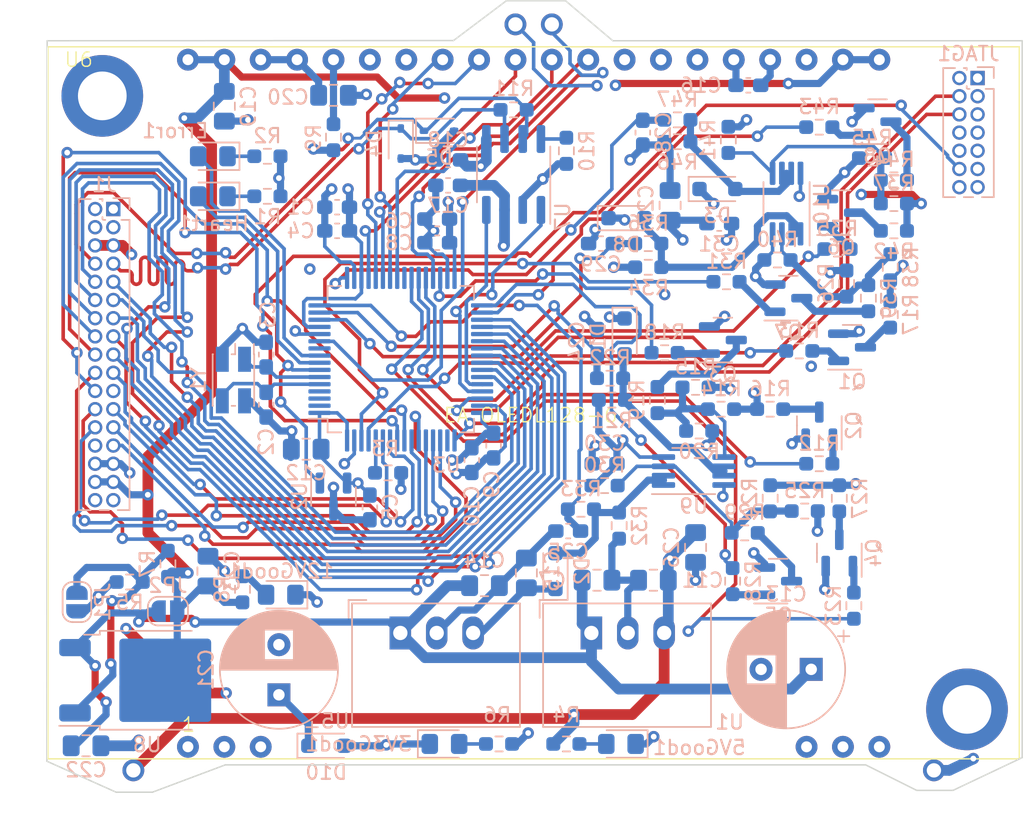
<source format=kicad_pcb>
(kicad_pcb (version 20221018) (generator pcbnew)
  (layers (0 "F.Cu" signal) (1 "In1.Cu" signal) (2 "In2.Cu" signal) (31 "B.Cu" signal) (34 "B.Paste" user) (35 "F.Paste" user) (36 "B.SilkS" user "B.Silkscreen") (37 "F.SilkS" user "F.Silkscreen") (38 "B.Mask" user) (39 "F.Mask" user) (44 "Edge.Cuts" user))
  (net 0 "")
  (net 1 "GND")
  (net 2 "Net-(3V3Good1-A)")
  (net 3 "Net-(5VGood1-A)")
  (net 4 "+3.3V")
  (net 5 "Net-(U3-PF0)")
  (net 6 "Net-(U3-PF1)")
  (net 7 "+BATT")
  (net 8 "+5V")
  (net 9 "Net-(C20-Pad2)")
  (net 10 "Net-(Error1-K)")
  (net 11 "Net-(Error1-A)")
  (net 12 "Net-(Heart1-K)")
  (net 13 "Net-(Heart1-A)")
  (net 14 "Net-(12VGood1-A)")
  (net 15 "Analog0_In")
  (net 16 "JTDI{slash}NC")
  (net 17 "JTDO{slash}SWO")
  (net 18 "JCLK{slash}SWCLK")
  (net 19 "JTMS{slash}SWDIO")
  (net 20 "/Boot0")
  (net 21 "Analog1_In")
  (net 22 "Reset")
  (net 23 "Analog2_In")
  (net 24 "Analog3_In")
  (net 25 "+12V")
  (net 26 "CAN1_N")
  (net 27 "ADC1")
  (net 28 "ADC2")
  (net 29 "ADC3")
  (net 30 "ADC0")
  (net 31 "Net-(D1-A)")
  (net 32 "Net-(D2-A)")
  (net 33 "Net-(D3-A)")
  (net 34 "Net-(D8-A)")
  (net 35 "GPIO1_In")
  (net 36 "GPIO1_5VOut")
  (net 37 "GPIO1_12VOut")
  (net 38 "GPIO2_In")
  (net 39 "GPIO2_5VOut")
  (net 40 "GPIO2_12VOut")
  (net 41 "/CAN_RX")
  (net 42 "/CAN_TX")
  (net 44 "GPIO3_In")
  (net 45 "GPIO3_5VOut")
  (net 46 "GPIO3_12VOut")
  (net 47 "GPIO4_In")
  (net 48 "GPIO4_5VOut")
  (net 49 "GPIO4_12VOut")
  (net 50 "CAN1_P")
  (net 51 "GPIO5_12VOut")
  (net 52 "GPIO5_5VOut")
  (net 53 "GPIO5_In")
  (net 54 "GPIO6_12VOut")
  (net 55 "GPIO6_5VOut")
  (net 56 "GPIO6_In")
  (net 57 "Net-(U6-IREF)")
  (net 58 "Net-(U7-STBY)")
  (net 59 "Net-(JP1-B)")
  (net 63 "T_VCP_RX")
  (net 64 "T_VCP_TX")
  (net 65 "Net-(Q1-B)")
  (net 66 "Net-(Q1-C)")
  (net 67 "Net-(Q2-B)")
  (net 68 "Net-(Q2-C)")
  (net 76 "Net-(Q3-B)")
  (net 77 "Net-(Q3-C)")
  (net 78 "Net-(Q4-B)")
  (net 79 "Net-(Q4-C)")
  (net 80 "Net-(Q5-B)")
  (net 81 "Net-(Q5-C)")
  (net 82 "Net-(Q6-B)")
  (net 83 "Net-(Q6-C)")
  (net 84 "Net-(Q7-B)")
  (net 85 "Net-(Q7-C)")
  (net 86 "Net-(Q8-B)")
  (net 87 "Net-(Q8-C)")
  (net 88 "ADC1_NTC_CTRL")
  (net 89 "ADC0_NTC_CTRL")
  (net 90 "Net-(U9B-+)")
  (net 91 "ADC1_CTRL")
  (net 92 "ADC2_NTC_CTRL")
  (net 93 "Net-(U10A-+)")
  (net 94 "ADC2_CTRL")
  (net 95 "ADC0_CTRL")
  (net 96 "ADC3_NTC_CTRL")
  (net 101 "/SPI2_MOSI_RGBLED")
  (net 102 "/nCS_Display")
  (net 103 "/SPI1_SCK_Display")
  (net 104 "/D_nC_Display")
  (net 105 "/SPI1_MOSI_Display")
  (net 106 "/nRES_Display")
  (net 108 "/SPI2_SCK_RGBLED")
  (net 109 "ADC3_CTRL")
  (net 110 "Net-(U9A-+)")
  (net 111 "Net-(U10B-+)")
  (footprint "Lukas:EA OLEDL128-6" (layer "F.Cu") (at 21.717 13.199)
    (fp_text reference "U6")
    (fp_text value "~")
  )
  (footprint "Lukas:LED_Ring" (layer "F.Cu") (at 45.847 34.228)
    (fp_text reference "U4" hide)
    (fp_text value "~" hide)
    (fp_line (start -33.9725 27.94) (end -29.1465 30.099) (stroke (width 0.1)) (layer "Edge.Cuts"))
    (fp_line (start -33.9565 -22.352) (end -33.9725 27.94) (stroke (width 0.1)) (layer "Edge.Cuts"))
    (fp_line (start -29.1465 30.099) (end -26.6065 30.099) (stroke (width 0.1)) (layer "Edge.Cuts"))
    (fp_line (start -26.6065 30.099) (end -21.5265 28.194) (stroke (width 0.1)) (layer "Edge.Cuts"))
    (fp_line (start -21.5265 28.194) (end 23.1775 28.194) (stroke (width 0.1)) (layer "Edge.Cuts"))
    (fp_line (start -5.592 -22.366) (end -33.9565 -22.352) (stroke (width 0.1)) (layer "Edge.Cuts"))
    (fp_line (start -1.901 -25.146) (end -5.592 -22.366) (stroke (width 0.1)) (layer "Edge.Cuts"))
    (fp_line (start 2.2225 -25.146) (end -1.901 -25.146) (stroke (width 0.1)) (layer "Edge.Cuts"))
    (fp_line (start 5.5245 -22.352) (end 2.2225 -25.146) (stroke (width 0.1)) (layer "Edge.Cuts"))
    (fp_line (start 23.1775 28.194) (end 26.7335 29.972) (stroke (width 0.1)) (layer "Edge.Cuts"))
    (fp_line (start 26.7335 29.972) (end 29.2735 29.972) (stroke (width 0.1)) (layer "Edge.Cuts"))
    (fp_line (start 29.2735 29.972) (end 34.0995 27.686) (stroke (width 0.1)) (layer "Edge.Cuts"))
    (fp_line (start 34.0995 -22.352) (end 5.5245 -22.352) (stroke (width 0.1)) (layer "Edge.Cuts"))
    (fp_line (start 34.0995 27.686) (end 34.0995 -22.352) (stroke (width 0.1)) (layer "Edge.Cuts"))
  )
  (footprint "Capacitor_SMD:C_0805_2012Metric_Pad1.18x1.45mm_HandSolder" (layer "B.Cu") (at 24.257 16.448 90)
    (fp_text reference "C19")
    (fp_text value "10uF 0805 16V")
  )
  (footprint "Capacitor_SMD:C_0603_1608Metric_Pad1.08x0.95mm_HandSolder" (layer "B.Cu") (at 39.878 20.193)
    (fp_text reference "C18")
    (fp_text value "100nF 0603 6.3V")
  )
  (footprint "Resistor_SMD:R_0603_1608Metric_Pad0.98x0.95mm_HandSolder" (layer "B.Cu") (at 70.993 25.146)
    (fp_text reference "R42")
    (fp_text value "5kR 0603 0.1%")
  )
  (footprint "Resistor_SMD:R_0603_1608Metric_Pad0.98x0.95mm_HandSolder" (layer "B.Cu") (at 35.687 42.037)
    (fp_text reference "R3")
    (fp_text value "10kR 0603")
  )
  (footprint "Resistor_SMD:R_0603_1608Metric_Pad0.98x0.95mm_HandSolder" (layer "B.Cu") (at 27.265 19.939 180)
    (fp_text reference "R2")
    (fp_text value "100R 0603")
  )
  (footprint "Capacitor_THT:CP_Radial_D8.0mm_P3.50mm" (layer "B.Cu") (at 28.067 57.531 90)
    (fp_text reference "C21")
    (fp_text value "100uF 16V WE870025374007")
  )
  (footprint "Capacitor_SMD:C_0805_2012Metric_Pad1.18x1.45mm_HandSolder" (layer "B.Cu") (at 29.972 40.386 180)
    (fp_text reference "C12")
    (fp_text value "4.7uF 0805 6.3V")
  )
  (footprint "Connector_PinHeader_1.27mm:PinHeader_2x07_P1.27mm_Vertical" (layer "B.Cu") (at 76.835 14.478 180)
    (fp_text reference "JTAG1")
    (fp_text value "JTAG/SWD")
  )
  (footprint "Resistor_SMD:R_0603_1608Metric_Pad0.98x0.95mm_HandSolder" (layer "B.Cu") (at 60.579 46.228 180)
    (fp_text reference "R29")
    (fp_text value "39kR 0603 0.1%")
  )
  (footprint "Capacitor_SMD:C_0603_1608Metric_Pad1.08x0.95mm_HandSolder" (layer "B.Cu") (at 50.546 26.035)
    (fp_text reference "C29")
    (fp_text value "160nF 0603 6.3V")
  )
  (footprint "Resistor_SMD:R_0603_1608Metric_Pad0.98x0.95mm_HandSolder" (layer "B.Cu") (at 53.848 26.035 180)
    (fp_text reference "R36")
    (fp_text value "100 0603 0.1%")
  )
  (footprint "Resistor_SMD:R_0603_1608Metric_Pad0.98x0.95mm_HandSolder" (layer "B.Cu") (at 69.215 29.845 90)
    (fp_text reference "R39")
    (fp_text value "39kR 0603 0.1%")
  )
  (footprint "Package_TO_SOT_SMD:SOT-23" (layer "B.Cu") (at 31.877 43.688 -90)
    (fp_text reference "U2")
    (fp_text value "MCP130-270")
  )
  (footprint "Package_TO_SOT_SMD:SOT-23" (layer "B.Cu") (at 65.786 38.735 90)
    (fp_text reference "Q2")
    (fp_text value "BC846")
  )
  (footprint "Resistor_SMD:R_0603_1608Metric_Pad0.98x0.95mm_HandSolder" (layer "B.Cu") (at 59.309 28.702 180)
    (fp_text reference "R31")
    (fp_text value "100 0603")
  )
  (footprint "Capacitor_SMD:C_0603_1608Metric_Pad1.08x0.95mm_HandSolder" (layer "B.Cu") (at 34.417 44.45 90)
    (fp_text reference "C5")
    (fp_text value "100nF 0603 6.3V")
  )
  (footprint "Capacitor_SMD:C_0603_1608Metric_Pad1.08x0.95mm_HandSolder" (layer "B.Cu") (at 39.116 24.322 180)
    (fp_text reference "C6")
    (fp_text value "100nF 0603 6.3V")
  )
  (footprint "LED_SMD:LED_0805_2012Metric_Pad1.15x1.40mm_HandSolder" (layer "B.Cu") (at 28.194 50.546 180)
    (fp_text reference "12VGood1")
    (fp_text value "LED Green")
  )
  (footprint "Jumper:SolderJumper-2_P1.3mm_Open_RoundedPad1.0x1.5mm" (layer "B.Cu") (at 20.32 51.689 180)
    (fp_text reference "JP2")
    (fp_text value "Jumper_2_Open")
  )
  (footprint "Capacitor_SMD:C_0805_2012Metric_Pad1.18x1.45mm_HandSolder" (layer "B.Cu") (at 42.418 49.911)
    (fp_text reference "C14")
    (fp_text value "10uF 0805 16V")
  )
  (footprint "Resistor_SMD:R_0603_1608Metric_Pad0.98x0.95mm_HandSolder" (layer "B.Cu") (at 50.8 42.926 180)
    (fp_text reference "R30")
    (fp_text value "150kR 0603 0.1%")
  )
  (footprint "Capacitor_SMD:C_0603_1608Metric_Pad1.08x0.95mm_HandSolder" (layer "B.Cu") (at 39.878 21.971)
    (fp_text reference "C17")
    (fp_text value "100nF 0603 6.3V")
  )
  (footprint "Resistor_SMD:R_0603_1608Metric_Pad0.98x0.95mm_HandSolder" (layer "B.Cu") (at 64.77 44.704 180)
    (fp_text reference "R25")
    (fp_text value "2.2MR 0603 0.1%")
  )
  (footprint "Package_SO:MSOP-8_3x3mm_P0.65mm" (layer "B.Cu") (at 63.5 23.241 90)
    (fp_text reference "U10")
    (fp_text value "ADA4500-2")
  )
  (footprint "Package_TO_SOT_SMD:SOT-23" (layer "B.Cu") (at 68.072 33.274)
    (fp_text reference "Q1")
    (fp_text value "BC846")
  )
  (footprint "Capacitor_SMD:C_0805_2012Metric_Pad1.18x1.45mm_HandSolder" (layer "B.Cu") (at 54.2075 49.53 180)
    (fp_text reference "C11")
    (fp_text value "10uF 0805 16V")
  )
  (footprint "Resistor_SMD:R_0603_1608Metric_Pad0.98x0.95mm_HandSolder" (layer "B.Cu") (at 20.32 48.387 -90)
    (fp_text reference "R7")
    (fp_text value "? 0603")
  )
  (footprint "Resistor_SMD:R_0603_1608Metric_Pad0.98x0.95mm_HandSolder" (layer "B.Cu") (at 27.265 22.733)
    (fp_text reference "R1")
    (fp_text value "100R 0603")
  )
  (footprint "Capacitor_SMD:C_0805_2012Metric_Pad1.18x1.45mm_HandSolder" (layer "B.Cu") (at 50.2705 49.53)
    (fp_text reference "C7")
    (fp_text value "10uF 0805 16V")
  )
  (footprint "Package_SO:MSOP-8_3x3mm_P0.65mm" (layer "B.Cu") (at 57.023 41.91)
    (fp_text reference "U9")
    (fp_text value "ADA4500-2")
  )
  (footprint "LED_SMD:LED_0805_2012Metric_Pad1.15x1.40mm_HandSolder" (layer "B.Cu") (at 51.943 60.96 180)
    (fp_text reference "5VGood1")
    (fp_text value "LED Green")
  )
  (footprint "Package_TO_SOT_SMD:SOT-23" (layer "B.Cu") (at 59.055 32.766)
    (fp_text reference "Q3")
    (fp_text value "BC846")
  )
  (footprint "Capacitor_SMD:C_0603_1608Metric_Pad1.08x0.95mm_HandSolder" (layer "B.Cu") (at 27.178 37.28 90)
    (fp_text reference "C2")
    (fp_text value "12pF 0603 6.3V")
  )
  (footprint "Diode_SMD:D_SOD-323_HandSoldering" (layer "B.Cu") (at 31.369 61.087)
    (fp_text reference "D10")
    (fp_text value "Z 3.3V")
  )
  (footprint "Diode_SMD:D_SOD-323_HandSoldering" (layer "B.Cu") (at 52.324 24.257)
    (fp_text reference "D8")
    (fp_text value "NSVRB751V40T1G")
  )
  (footprint "Resistor_SMD:R_0603_1608Metric_Pad0.98x0.95mm_HandSolder" (layer "B.Cu") (at 55.88 18.923)
    (fp_text reference "R46")
    (fp_text value "1k 0603 0.1%")
  )
  (footprint "Resistor_SMD:R_0603_1608Metric_Pad0.98x0.95mm_HandSolder" (layer "B.Cu") (at 70.993 21.59 180)
    (fp_text reference "R44")
    (fp_text value "39kR 0603 0.1%")
  )
  (footprint "Resistor_SMD:R_0603_1608Metric_Pad0.98x0.95mm_HandSolder" (layer "B.Cu") (at 62.357 43.815 -90)
    (fp_text reference "R24")
    (fp_text value "82kR 0603 0.1%")
  )
  (footprint "Package_TO_SOT_SMD:SOT-23" (layer "B.Cu") (at 67.31 23.876)
    (fp_text reference "Q6")
    (fp_text value "BC846")
  )
  (footprint "Capacitor_SMD:C_0603_1608Metric_Pad1.08x0.95mm_HandSolder" (layer "B.Cu") (at 58.801 24.638)
    (fp_text reference "C31")
    (fp_text value "100nF 0603 6.3V")
  )
  (footprint "Capacitor_SMD:C_0603_1608Metric_Pad1.08x0.95mm_HandSolder" (layer "B.Cu") (at 48.26 46.101)
    (fp_text reference "C25")
    (fp_text value "160nF 0603 6.3V")
  )
  (footprint "Diode_SMD:D_SOD-323_HandSoldering" (layer "B.Cu") (at 47.371 48.895 90)
    (fp_text reference "D2")
    (fp_text value "NSVRB751V40T1G")
  )
  (footprint "Resistor_SMD:R_0603_1608Metric_Pad0.98x0.95mm_HandSolder" (layer "B.Cu") (at 59.7385 49.596 90)
    (fp_text reference "R28")
    (fp_text value "100 0603")
  )
  (footprint "Resistor_SMD:R_0603_1608Metric_Pad0.98x0.95mm_HandSolder" (layer "B.Cu") (at 31.877 18.607 90)
    (fp_text reference "R9")
    (fp_text value "910kR 0603")
  )
  (footprint "Capacitor_SMD:C_0603_1608Metric_Pad1.08x0.95mm_HandSolder" (layer "B.Cu") (at 53.467 18.288 90)
    (fp_text reference "C28")
    (fp_text value "160nF 0603 6.3V")
  )
  (footprint "Resistor_SMD:R_0603_1608Metric_Pad0.98x0.95mm_HandSolder" (layer "B.Cu") (at 68.199 51.308 -90)
    (fp_text reference "R23")
    (fp_text value "100 0603")
  )
  (footprint "Capacitor_SMD:C_0805_2012Metric_Pad1.18x1.45mm_HandSolder" (layer "B.Cu") (at 23.114 48.895 90)
    (fp_text reference "C23")
    (fp_text value "10uF 0805 16V")
  )
  (footprint "Converter_DCDC:Converter_DCDC_RECOM_R-78E-0.5_THT" (layer "B.Cu") (at 49.877 53.213)
    (fp_text reference "U1")
    (fp_text value "R-78E5.0-1.0")
  )
  (footprint "LED_SMD:LED_0805_2012Metric_Pad1.15x1.40mm_HandSolder" (layer "B.Cu") (at 23.455 19.939 180)
    (fp_text reference "Error1")
    (fp_text value "LED Red")
  )
  (footprint "Capacitor_SMD:C_0805_2012Metric_Pad1.18x1.45mm_HandSolder" (layer "B.Cu") (at 45.339 49.022 90)
    (fp_text reference "C15")
    (fp_text value "10uF 0805 16V")
  )
  (footprint "Resistor_SMD:R_0603_1608Metric_Pad0.98x0.95mm_HandSolder" (layer "B.Cu") (at 44.45 16.699)
    (fp_text reference "R11")
    (fp_text value "120R 0603")
  )
  (footprint "Resistor_SMD:R_0603_1608Metric_Pad0.98x0.95mm_HandSolder" (layer "B.Cu") (at 65.786 17.907 180)
    (fp_text reference "R43")
    (fp_text value "100 0603")
  )
  (footprint "Oscillator:Oscillator_SMD_EuroQuartz_XO32-4Pin_3.2x2.5mm_HandSoldering" (layer "B.Cu") (at 24.892 35.56 -90)
    (fp_text reference "Y1")
    (fp_text value "WE830055951")
  )
  (footprint "Diode_SMD:D_SOD-323_HandSoldering" (layer "B.Cu") (at 58.674 22.225)
    (fp_text reference "D3")
    (fp_text value "NSVRB751V40T1G")
  )
  (footprint "Resistor_SMD:R_0603_1608Metric_Pad0.98x0.95mm_HandSolder" (layer "B.Cu") (at 70.739 27.686 90)
    (fp_text reference "R38")
    (fp_text value "82kR 0603 0.1%")
  )
  (footprint "Capacitor_SMD:C_0805_2012Metric_Pad1.18x1.45mm_HandSolder" (layer "B.Cu") (at 31.877 15.686 180)
    (fp_text reference "C20")
    (fp_text value "2.2 uF 0805 16V")
  )
  (footprint "Resistor_SMD:R_0603_1608Metric_Pad0.98x0.95mm_HandSolder" (layer "B.Cu") (at 70.993 23.241 180)
    (fp_text reference "R37")
    (fp_text value "82kR 0603 0.1%")
  )
  (footprint "Package_SO:SOIC-8_3.9x4.9mm_P1.27mm" (layer "B.Cu") (at 44.45 21.209 90)
    (fp_text reference "U7")
    (fp_text value "MCP2562-E-SN")
  )
  (footprint "Resistor_SMD:R_0603_1608Metric_Pad0.98x0.95mm_HandSolder" (layer "B.Cu") (at 48.133 19.558 90)
    (fp_text reference "R10")
    (fp_text value "1kR 0603")
  )
  (footprint "Capacitor_SMD:C_0603_1608Metric_Pad1.08x0.95mm_HandSolder" (layer "B.Cu") (at 32.131 25.146 180)
    (fp_text reference "C4")
    (fp_text value "100nF 0603 6.3V")
  )
  (footprint "Resistor_SMD:R_0603_1608Metric_Pad0.98x0.95mm_HandSolder" (layer "B.Cu") (at 70.739 30.988 90)
    (fp_text reference "R17")
    (fp_text value "5kR 0603 0.1%")
  )
  (footprint "Package_TO_SOT_SMD:SOT-23" (layer "B.Cu") (at 63.627 29.845)
    (fp_text reference "Q7")
    (fp_text value "BC846")
  )
  (footprint "Converter_DCDC:Converter_DCDC_RECOM_R-78E-0.5_THT" (layer "B.Cu") (at 36.542 53.213)
    (fp_text reference "U5")
    (fp_text value "R-78E3.3-1.0")
  )
  (footprint "Resistor_SMD:R_0603_1608Metric_Pad0.98x0.95mm_HandSolder" (layer "B.Cu") (at 67.691 28.829 -90)
    (fp_text reference "R26")
    (fp_text value "2.2MR 0603 0.1%")
  )
  (footprint "Resistor_SMD:R_0603_1608Metric_Pad0.98x0.95mm_HandSolder" (layer "B.Cu") (at 67.183 43.815 90)
    (fp_text reference "R27")
    (fp_text value "5kR 0603 0.1%")
  )
  (footprint "Resistor_SMD:R_0603_1608Metric_Pad0.98x0.95mm_HandSolder" (layer "B.Cu") (at 58.928 37.592 180)
    (fp_text reference "R14")
    (fp_text value "82kR 0603 0.1%")
  )
  (footprint "Resistor_SMD:R_0603_1608Metric_Pad0.98x0.95mm_HandSolder" (layer "B.Cu") (at 67.056 26.416 180)
    (fp_text reference "R35")
    (fp_text value "100 0603")
  )
  (footprint "Resistor_SMD:R_0603_1608Metric_Pad0.98x0.95mm_HandSolder" (layer "B.Cu") (at 65.786 41.402 180)
    (fp_text reference "R12")
    (fp_text value "100 0603")
  )
  (footprint "Capacitor_SMD:C_0603_1608Metric_Pad1.08x0.95mm_HandSolder" (layer "B.Cu") (at 32.131 23.495 180)
    (fp_text reference "C1")
    (fp_text value "100nF 0603 6.3V")
  )
  (footprint "Package_TO_SOT_SMD:SOT-23" (layer "B.Cu") (at 62.9135 49.596)
    (fp_text reference "Q5")
    (fp_text value "BC846")
  )
  (footprint "LED_SMD:LED_0805_2012Metric_Pad1.15x1.40mm_HandSolder" (layer "B.Cu") (at 23.455 22.733 180)
    (fp_text reference "Heart1")
    (fp_text value "LED Blue")
  )
  (footprint "Capacitor_SMD:C_0603_1608Metric_Pad1.08x0.95mm_HandSolder" (layer "B.Cu") (at 39.116 25.973 180)
    (fp_text reference "C8")
    (fp_text value "100nF 0603 6.3V")
  )
  (footprint "Capacitor_SMD:C_0805_2012Metric_Pad1.18x1.45mm_HandSolder" (layer "B.Cu") (at 14.605 61.087)
    (fp_text reference "C22")
    (fp_text value "10uF 0805 16V")
  )
  (footprint "Capacitor_SMD:C_0603_1608Metric_Pad1.08x0.95mm_HandSolder" (layer "B.Cu") (at 27.178 33.782 -90)
    (fp_text reference "C3")
    (fp_text value "2 * 12pF 0603 6.3V")
  )
  (footprint "Resistor_SMD:R_0603_1608Metric_Pad0.98x0.95mm_HandSolder" (layer "B.Cu") (at 57.404 39.116)
    (fp_text reference "R20")
    (fp_text value "150kR 0603 0.1%")
  )
  (footprint "Resistor_SMD:R_0603_1608Metric_Pad0.98x0.95mm_HandSolder" (layer "B.Cu") (at 25.527 50.165 -90)
    (fp_text reference "R8")
    (fp_text value "1kR 0603")
  )
  (footprint "Resistor_SMD:R_0603_1608Metric_Pad0.98x0.95mm_HandSolder" (layer "B.Cu") (at 43.434 60.96)
    (fp_text reference "R6")
    (fp_text value "1kR 0603")
  )
  (footprint "Resistor_SMD:R_0603_1608Metric_Pad0.98x0.95mm_HandSolder" (layer "B.Cu") (at 57.15 36.068 180)
    (fp_text reference "R15")
    (fp_text value "2.2MR 0603 0.1%")
  )
  (footprint "LED_SMD:LED_0805_2012Metric_Pad1.15x1.40mm_HandSolder" (layer "B.Cu") (at 39.624 60.96)
    (fp_text reference "3V3Good1")
    (fp_text value "LED Green")
  )
  (footprint "Resistor_SMD:R_0603_1608Metric_Pad0.98x0.95mm_HandSolder" (layer "B.Cu") (at 64.389 33.528 180)
    (fp_text reference "R13")
    (fp_text value "100 0603")
  )
  (footprint "Resistor_SMD:R_0603_1608Metric_Pad0.98x0.95mm_HandSolder" (layer "B.Cu") (at 54.991 33.655 180)
    (fp_text reference "R18")
    (fp_text value "100 0603")
  )
  (footprint "Resistor_SMD:R_0603_1608Metric_Pad0.98x0.95mm_HandSolder" (layer "B.Cu") (at 59.436 18.796 -90)
    (fp_text reference "R41")
    (fp_text value "2.2MR 0603 0.1%")
  )
  (footprint "Jumper:SolderJumper-2_P1.3mm_Open_RoundedPad1.0x1.5mm" (layer "B.Cu") (at 13.97 51.054 90)
    (fp_text reference "JP1")
    (fp_text value "Jumper_2_Open")
  )
  (footprint "Capacitor_SMD:C_0603_1608Metric_Pad1.08x0.95mm_HandSolder" (layer "B.Cu") (at 50.8 41.402 180)
    (fp_text reference "C30")
    (fp_text value "100nF 0603 6.3V")
  )
  (footprint "Connector_PinHeader_1.27mm:PinHeader_2x17_P1.27mm_Vertical" (layer "B.Cu") (at 16.51 23.622 180)
    (fp_text reference "J1")
    (fp_text value "WE 62702621621")
  )
  (footprint "Resistor_SMD:R_0603_1608Metric_Pad0.98x0.95mm_HandSolder" (layer "B.Cu") (at 51.308 36.957)
    (fp_text reference "R21")
    (fp_text value "1k 0603 0.1%")
  )
  (footprint "Package_TO_SOT_SMD:TO-252-2" (layer "B.Cu") (at 18.874 56.515)
    (fp_text reference "U8")
    (fp_text value "NCP1117-12")
  )
  (footprint "Capacitor_SMD:C_0805_2012Metric_Pad1.18x1.45mm_HandSolder" (layer "B.Cu") (at 57.15 47.244 -90)
    (fp_text reference "C26")
    (fp_text value "10uF 0805 6.3V")
  )
  (footprint "Resistor_SMD:R_0603_1608Metric_Pad0.98x0.95mm_HandSolder" (layer "B.Cu") (at 54.483 36.957 -90)
    (fp_text reference "R19")
    (fp_text value "39kR 0603 0.1%")
  )
  (footprint "Package_TO_SOT_SMD:SOT-23" (layer "B.Cu") (at 69.85 17.526)
    (fp_text reference "Q8")
    (fp_text value "BC846")
  )
  (footprint "Resistor_SMD:R_0603_1608Metric_Pad0.98x0.95mm_HandSolder" (layer "B.Cu") (at 49.149 44.577 180)
    (fp_text reference "R33")
    (fp_text value "100 0603 0.1%")
  )
  (footprint "Resistor_SMD:R_0603_1608Metric_Pad0.98x0.95mm_HandSolder" (layer "B.Cu") (at 53.848 27.686)
    (fp_text reference "R34")
    (fp_text value "1k 0603 0.1%")
  )
  (footprint "Resistor_SMD:R_0603_1608Metric_Pad0.98x0.95mm_HandSolder" (layer "B.Cu") (at 62.357 37.592 180)
    (fp_text reference "R16")
    (fp_text value "5kR 0603 0.1%")
  )
  (footprint "Package_TO_SOT_SMD:SOT-23" (layer "B.Cu") (at 67.183 47.625 90)
    (fp_text reference "Q4")
    (fp_text value "BC846")
  )
  (footprint "Diode_SMD:D_SOD-323" (layer "B.Cu") (at 39.243 18.161)
    (fp_text reference "D5")
    (fp_text value "DESD5V0S1BA-7")
  )
  (footprint "Diode_SMD:D_SOD-323" (layer "B.Cu") (at 36.576 19.05 -90)
    (fp_text reference "D4")
    (fp_text value "DESD5V0S1BA-7")
  )
  (footprint "Capacitor_SMD:C_0603_1608Metric_Pad1.08x0.95mm_HandSolder" (layer "B.Cu") (at 41.529 41.148 -90)
    (fp_text reference "C10")
    (fp_text value "100nF 0603 6.3V")
  )
  (footprint "Capacitor_SMD:C_0603_1608Metric_Pad1.08x0.95mm_HandSolder" (layer "B.Cu") (at 43.053 40.132 -90)
    (fp_text reference "C9")
    (fp_text value "6 * 100nF 0603 6.3V")
  )
  (footprint "Resistor_SMD:R_0603_1608Metric_Pad0.98x0.95mm_HandSolder" (layer "B.Cu") (at 62.865 27.178 180)
    (fp_text reference "R40")
    (fp_text value "150kR 0603 0.1%")
  )
  (footprint "Diode_SMD:D_SOD-323_HandSoldering" (layer "B.Cu") (at 52.197 32.512 -90)
    (fp_text reference "D1")
    (fp_text value "NSVRB751V40T1G")
  )
  (footprint "Resistor_SMD:R_0603_1608Metric_Pad0.98x0.95mm_HandSolder" (layer "B.Cu") (at 51.816 45.72 90)
    (fp_text reference "R32")
    (fp_text value "1k 0603 0.1%")
  )
  (footprint "Resistor_SMD:R_0603_1608Metric_Pad0.98x0.95mm_HandSolder" (layer "B.Cu") (at 17.653 49.657)
    (fp_text reference "R5")
    (fp_text value "? 0603")
  )
  (footprint "Resistor_SMD:R_0603_1608Metric_Pad0.98x0.95mm_HandSolder" (layer "B.Cu") (at 48.133 60.96 180)
    (fp_text reference "R4")
    (fp_text value "1kR 0603")
  )
  (footprint "Capacitor_SMD:C_0603_1608Metric_Pad1.08x0.95mm_HandSolder" (layer "B.Cu") (at 60.833 14.986 180)
    (fp_text reference "C16")
    (fp_text value "100nF 0603 6.3V")
  )
  (footprint "Capacitor_SMD:C_0805_2012Metric_Pad1.18x1.45mm_HandSolder" (layer "B.Cu") (at 55.372 23.368 -90)
    (fp_text reference "C27")
    (fp_text value "10uF 0805 6.3V")
  )
  (footprint "Package_QFP:LQFP-64_10x10mm_P0.5mm" (layer "B.Cu") (at 36.576 34.101)
    (fp_text reference "U3")
    (fp_text value "STM32F072RBTx")
  )
  (footprint "Resistor_SMD:R_0603_1608Metric_Pad0.98x0.95mm_HandSolder" (layer "B.Cu") (at 69.469 20.066 180)
    (fp_text reference "R45")
    (fp_text value "150kR 0603 0.1%")
  )
  (footprint "Capacitor_SMD:C_0603_1608Metric_Pad1.08x0.95mm_HandSolder" (layer "B.Cu") (at 50.292 32.893 -90)
    (fp_text reference "C24")
    (fp_text value "160nF 0603 6.3V")
  )
  (footprint "Resistor_SMD:R_0603_1608Metric_Pad0.98x0.95mm_HandSolder" (layer "B.Cu") (at 51.181 35.433 180)
    (fp_text reference "R22")
    (fp_text value "100 0603 0.1%")
  )
  (footprint "Resistor_SMD:R_0603_1608Metric_Pad0.98x0.95mm_HandSolder" (layer "B.Cu") (at 55.88 17.399 180)
    (fp_text reference "R47")
    (fp_text value "100 0603 0.1%")
  )
  (footprint "Capacitor_THT:CP_Radial_D8.0mm_P3.50mm" (layer "B.Cu") (at 65.222 55.753 180)
    (fp_text reference "C13")
    (fp_text value "470uF 16V WE870025374007")
  )
  (via (at 50.136531 25.051) (size 0.8) (drill 0.4) (layers "F.Cu" "B.Cu") (net 1))
  (via (at 68.072 17.526) (size 0.8) (drill 0.4) (layers "F.Cu" "B.Cu") (net 1))
  (via (at 76.0965 58.547) (size 5.7) (drill 3.4) (layers "F.Cu" "B.Cu") (net 1))
  (via (at 34.163 15.621) (size 0.8) (drill 0.4) (layers "F.Cu" "B.Cu") (net 1))
  (via (at 63.881 40.005) (size 0.8) (drill 0.4) (layers "F.Cu" "B.Cu") (net 1))
  (via (at 25.518744 31.96128) (size 0.8) (drill 0.4) (layers "F.Cu" "B.Cu") (net 1))
  (via (at 28.956 39.116) (size 0.8) (drill 0.4) (layers "F.Cu" "B.Cu") (net 1))
  (via (at 18.288 60.706) (size 0.8) (drill 0.4) (layers "F.Cu" "B.Cu") (net 1))
  (via (at 76.536232 61.980268) (size 0.8) (drill 0.4) (layers "F.Cu" "B.Cu") (net 1))
  (via (at 30.734 51.054) (size 0.8) (drill 0.4) (layers "F.Cu" "B.Cu") (net 1))
  (via (at 52.578 20.193) (size 0.8) (drill 0.4) (layers "F.Cu" "B.Cu") (net 1))
  (via (at 30.48 19.431) (size 0.8) (drill 0.4) (layers "F.Cu" "B.Cu") (net 1))
  (via (at 35.56 61.022) (size 0.8) (drill 0.4) (layers "F.Cu" "B.Cu") (net 1))
  (via (at 67.55225 21.07025) (size 0.8) (drill 0.4) (layers "F.Cu" "B.Cu") (net 1))
  (via (at 59.182 31.115) (size 0.8) (drill 0.4) (layers "F.Cu" "B.Cu") (net 1))
  (via (at 15.478526 50.612499) (size 0.8) (drill 0.4) (layers "F.Cu" "B.Cu") (net 1))
  (via (at 61.341 28.321) (size 0.8) (drill 0.4) (layers "F.Cu" "B.Cu") (net 1))
  (via (at 24.257 48.895) (size 0.8) (drill 0.4) (layers "F.Cu" "B.Cu") (net 1))
  (via (at 31.877 43.053) (size 0.8) (drill 0.4) (layers "F.Cu" "B.Cu") (net 1))
  (via (at 28.067 21.463) (size 0.8) (drill 0.4) (layers "F.Cu" "B.Cu") (net 1))
  (via (at 40.458804 42.091194) (size 0.8) (drill 0.4) (layers "F.Cu" "B.Cu") (net 1))
  (via (at 57.15 49.53) (size 0.8) (drill 0.4) (layers "F.Cu" "B.Cu") (net 1))
  (via (at 54.229 60.452) (size 0.8) (drill 0.4) (layers "F.Cu" "B.Cu") (net 1))
  (via (at 37.592 20.193) (size 0.8) (drill 0.4) (layers "F.Cu" "B.Cu") (net 1))
  (via (at 31.75 22.225) (size 0.8) (drill 0.4) (layers "F.Cu" "B.Cu") (net 1))
  (via (at 25.908 17.399) (size 0.8) (drill 0.4) (layers "F.Cu" "B.Cu") (net 1))
  (via (at 52.07 39.751) (size 0.8) (drill 0.4) (layers "F.Cu" "B.Cu") (net 1))
  (via (at 66.167 50.165) (size 0.8) (drill 0.4) (layers "F.Cu" "B.Cu") (net 1))
  (via (at 15.739276 15.724712) (size 5.7) (drill 3.4) (layers "F.Cu" "B.Cu") (net 1))
  (via (at 59.309 25.781) (size 0.8) (drill 0.4) (layers "F.Cu" "B.Cu") (net 1))
  (via (at 57.926747 40.117253) (size 0.8) (drill 0.4) (layers "F.Cu" "B.Cu") (net 1))
  (via (at 38.862 25.146) (size 0.8) (drill 0.4) (layers "F.Cu" "B.Cu") (net 1))
  (via (at 51.435 27.686) (size 0.8) (drill 0.4) (layers "F.Cu" "B.Cu") (net 1))
  (via (at 46.482 21.525) (size 0.8) (drill 0.4) (layers "F.Cu" "B.Cu") (net 1))
  (via (at 68.58 32.131) (size 0.8) (drill 0.4) (layers "F.Cu" "B.Cu") (net 1))
  (via (at 49.403 31.115) (size 0.8) (drill 0.4) (layers "F.Cu" "B.Cu") (net 1))
  (via (at 29.21 32.131) (size 0.8) (drill 0.4) (layers "F.Cu" "B.Cu") (net 1))
  (via (at 32.639 41.402) (size 0.8) (drill 0.4) (layers "F.Cu" "B.Cu") (net 1))
  (via (at 28.956 39.116) (size 0.8) (drill 0.4) (layers "F.Cu" "B.Cu") (net 1))
  (via (at 61.214 47.625) (size 0.8) (drill 0.4) (layers "F.Cu" "B.Cu") (net 1))
  (via (at 46.482 21.525) (size 0.8) (drill 0.4) (layers "F.Cu" "B.Cu") (net 1))
  (via (at 36.576 43.18) (size 0.8) (drill 0.4) (layers "F.Cu" "B.Cu") (net 1))
  (segment (start 26.476964 32.9195) (end 27.178 32.9195) (width 0.5) (layer "B.Cu") (net 1))
  (segment (start 16.434025 49.657) (end 16.7405 49.657) (width 0.5) (layer "B.Cu") (net 1))
  (segment (start 66.233 50.099) (end 66.167 50.165) (width 0.5) (layer "B.Cu") (net 1))
  (segment (start 61.976 48.387) (end 61.214 47.625) (width 0.5) (layer "B.Cu") (net 1))
  (segment (start 61.976 48.646) (end 61.976 48.387) (width 0.5) (layer "B.Cu") (net 1))
  (segment (start 32.564 45.3125) (end 31.877 44.6255) (width 0.5) (layer "B.Cu") (net 1))
  (segment (start 38.2535 25.973) (end 38.2535 25.7545) (width 0.5) (layer "B.Cu") (net 1))
  (segment (start 52.968 60.96) (end 53.721 60.96) (width 0.5) (layer "B.Cu") (net 1))
  (segment (start 33.326 27.583236) (end 33.068764 27.326) (width 0.25) (layer "B.Cu") (net 1))
  (segment (start 62.357 14.3245) (end 61.6955 14.986) (width 0.5) (layer "B.Cu") (net 1))
  (segment (start 50.292 32.004) (end 49.403 31.115) (width 0.5) (layer "B.Cu") (net 1))
  (segment (start 31.877 19.5195) (end 30.5685 19.5195) (width 0.5) (layer "B.Cu") (net 1))
  (segment (start 24.117 33.363024) (end 25.518744 31.96128) (width 0.5) (layer "B.Cu") (net 1))
  (segment (start 36.576 20.1) (end 37.499 20.1) (width 0.5) (layer "B.Cu") (net 1))
  (segment (start 32.362396 27.326) (end 31.2685 26.232104) (width 0.25) (layer "B.Cu") (net 1))
  (segment (start 58.3165 39.116) (end 58.3165 39.7275) (width 0.5) (layer "B.Cu") (net 1))
  (segment (start 37.499 20.1) (end 37.592 20.193) (width 0.5) (layer "B.Cu") (net 1))
  (segment (start 50.1385 42.926) (end 51.6625 41.402) (width 0.5) (layer "B.Cu") (net 1))
  (segment (start 50.136531 25.581969) (end 49.6835 26.035) (width 0.5) (layer "B.Cu") (net 1))
  (segment (start 53.467 19.1505) (end 54.74 19.1505) (width 0.5) (layer "B.Cu") (net 1))
  (segment (start 68.9125 16.6855) (end 68.072 17.526) (width 0.5) (layer "B.Cu") (net 1))
  (segment (start 28.1515 39.116) (end 27.178 38.1425) (width 0.5) (layer "B.Cu") (net 1))
  (segment (start 51.6625 40.427418) (end 52.07 40.019918) (width 0.5) (layer "B.Cu") (net 1))
  (segment (start 52.417 53.213) (end 52.417 50.283) (width 0.5) (layer "B.Cu") (net 1))
  (segment (start 66.3725 22.926) (end 66.3725 22.25) (width 0.5) (layer "B.Cu") (net 1))
  (segment (start 42.545 40.9945) (end 41.529 42.0105) (width 0.5) (layer "B.Cu") (net 1))
  (segment (start 39.0535 26.773) (end 38.2535 25.973) (width 0.25) (layer "B.Cu") (net 1))
  (segment (start 54.74 19.1505) (end 54.9675 18.923) (width 0.5) (layer "B.Cu") (net 1))
  (segment (start 39.473 26.773) (end 39.0535 26.773) (width 0.25) (layer "B.Cu") (net 1))
  (segment (start 28.1775 21.5735) (end 28.067 21.463) (width 0.5) (layer "B.Cu") (net 1))
  (segment (start 43.853 40.1945) (end 43.053 40.9945) (width 0.25) (layer "B.Cu") (net 1))
  (segment (start 50.136531 25.051) (end 50.136531 25.581969) (width 0.5) (layer "B.Cu") (net 1))
  (segment (start 23.2195 47.8575) (end 24.257 48.895) (width 0.5) (layer "B.Cu") (net 1))
  (segment (start 62.525 25.3535) (end 62.525 26.6055) (width 0.25) (layer "B.Cu") (net 1))
  (segment (start 30.226 50.546) (end 30.734 51.054) (width 0.5) (layer "B.Cu") (net 1))
  (segment (start 64.836 39.6725) (end 64.2135 39.6725) (width 0.5) (layer "B.Cu") (net 1))
  (segment (start 36.5995 42.037) (end 36.5995 43.1565) (width 0.5) (layer "B.Cu") (net 1))
  (segment (start 25.8215 17.4855) (end 25.908 17.399) (width 0.5) (layer "B.Cu") (net 1))
  (segment (start 42.251 37.351) (end 43.194396 37.351) (width 0.25) (layer "B.Cu") (net 1))
  (segment (start 51.6625 40.427418) (end 51.6625 41.402) (width 0.5) (layer "B.Cu") (net 1))
  (segment (start 28.1775 21.3525) (end 28.067 21.463) (width 0.5) (layer "B.Cu") (net 1))
  (segment (start 47.5365 20.4705) (end 46.482 21.525) (width 0.5) (layer "B.Cu") (net 1))
  (segment (start 74.857752 62.803) (end 76.483673 62.032827) (width 0.75) (layer "B.Cu") (net 1))
  (segment (start 47.2225 46.101) (end 45.339 47.9845) (width 0.5) (layer "B.Cu") (net 1))
  (segment (start 25.667 37.01) (end 26.0455 37.01) (width 0.5) (layer "B.Cu") (net 1))
  (segment (start 67.1345 32.324) (end 68.387 32.324) (width 0.5) (layer "B.Cu") (net 1))
  (segment (start 31.877 44.6255) (end 31.877 43.053) (width 0.5) (layer "B.Cu") (net 1))
  (segment (start 28.1775 19.939) (end 28.1775 21.3525) (width 0.5) (layer "B.Cu") (net 1))
  (segment (start 58.1175 31.816) (end 58.481 31.816) (width 0.5) (layer "B.Cu") (net 1))
  (segment (start 66.233 48.5625) (end 66.233 50.099) (width 0.5) (layer "B.Cu") (net 1))
  (segment (start 36.5995 43.1565) (end 36.576 43.18) (width 0.5) (layer "B.Cu") (net 1))
  (segment (start 28.956 39.116) (end 28.1515 39.116) (width 0.5) (layer "B.Cu") (net 1))
  (segment (start 33.068764 27.326) (end 32.362396 27.326) (width 0.25) (layer "B.Cu") (net 1))
  (segment (start 45.085 22.922) (end 45.085 23.684) (width 0.5) (layer "B.Cu") (net 1))
  (segment (start 51.308 49.53) (end 51.308 47.1405) (width 0.5) (layer "B.Cu") (net 1))
  (segment (start 28.956 40.9015) (end 28.8945 40.963) (width 0.5) (layer "B.Cu") (net 1))
  (segment (start 33.326 28.426) (end 33.326 27.583236) (width 0.25) (layer "B.Cu") (net 1))
  (segment (start 73.787 62.803) (end 74.857752 62.803) (width 0.75) (layer "B.Cu") (net 1))
  (segment (start 58.481 31.816) (end 59.182 31.115) (width 0.5) (layer "B.Cu") (net 1))
  (segment (start 53.254 40.935) (end 52.07 39.751) (width 0.25) (layer "B.Cu") (net 1))
  (segment (start 30.5685 19.5195) (end 30.48 19.431) (width 0.5) (layer "B.Cu") (net 1))
  (segment (start 23.114 47.8575) (end 23.2195 47.8575) (width 0.5) (layer "B.Cu") (net 1))
  (segment (start 34.417 45.3125) (end 32.564 45.3125) (width 0.5) (layer "B.Cu") (net 1))
  (segment (start 34.098 15.686) (end 34.163 15.621) (width 0.5) (layer "B.Cu") (net 1))
  (segment (start 48.133 20.4705) (end 47.5365 20.4705) (width 0.5) (layer "B.Cu") (net 1))
  (segment (start 43.4555 49.911) (end 43.4555 49.868) (width 0.5) (layer "B.Cu") (net 1))
  (segment (start 15.478526 50.612499) (end 15.478526 50.78187) (width 0.5) (layer "B.Cu") (net 1))
  (segment (start 35.495 61.087) (end 32.619 61.087) (width 0.5) (layer "B.Cu") (net 1))
  (segment (start 62.6895 28.895) (end 61.915 28.895) (width 0.5) (layer "B.Cu") (net 1))
  (segment (start 30.901 32.351) (end 29.43 32.351) (width 0.25) (layer "B.Cu") (net 1))
  (segment (start 24.257 17.4855) (end 25.8215 17.4855) (width 0.5) (layer "B.Cu") (net 1))
  (segment (start 37.592 20.193) (end 39.0155 20.193) (width 0.5) (layer "B.Cu") (net 1))
  (segment (start 47.3975 46.101) (end 47.2225 46.101) (width 0.5) (layer "B.Cu") (net 1))
  (segment (start 67.55225 21.07025) (end 68.5565 20.066) (width 0.5) (layer "B.Cu") (net 1))
  (segment (start 43.053 40.9945) (end 42.545 40.9945) (width 0.5) (layer "B.Cu") (net 1))
  (segment (start 68.387 32.324) (end 68.58 32.131) (width 0.5) (layer "B.Cu") (net 1))
  (segment (start 33.326 39.776) (end 33.326 40.715) (width 0.25) (layer "B.Cu") (net 1))
  (segment (start 62.357 13.199) (end 62.357 14.3245) (width 0.5) (layer "B.Cu") (net 1))
  (segment (start 55.372 22.3305) (end 55.372 19.3275) (width 0.5) (layer "B.Cu") (net 1))
  (segment (start 26.0455 37.01) (end 27.178 38.1425) (width 0.5) (layer "B.Cu") (net 1))
  (segment (start 39.0155 19.4385) (end 39.0155 20.193) (width 0.5) (layer "B.Cu") (net 1))
  (segment (start 61.341 28.321) (end 61.341 27.7895) (width 0.5) (layer "B.Cu") (net 1))
  (segment (start 51.308 47.1405) (end 51.816 46.6325) (width 0.5) (layer "B.Cu") (net 1))
  (segment (start 39.826 27.126) (end 39.473 26.773) (width 0.25) (layer "B.Cu") (net 1))
  (segment (start 53.721 60.96) (end 54.229 60.452) (width 0.5) (layer "B.Cu") (net 1))
  (segment (start 50.3955 39.160418) (end 51.6625 40.427418) (width 0.5) (layer "B.Cu") (net 1))
  (segment (start 25.518744 31.96128) (end 26.476964 32.9195) (width 0.5) (layer "B.Cu") (net 1))
  (segment (start 40.293 18.161) (end 39.0155 19.4385) (width 0.5) (layer "B.Cu") (net 1))
  (segment (start 52.07 40.019918) (end 52.07 39.751) (width 0.5) (layer "B.Cu") (net 1))
  (segment (start 49.8875 42.926) (end 50.1385 42.926) (width 0.5) (layer "B.Cu") (net 1))
  (segment (start 31.75 22.225) (end 31.2685 22.7065) (width 0.5) (layer "B.Cu") (net 1))
  (segment (start 35.56 61.022) (end 35.495 61.087) (width 0.5) (layer "B.Cu") (net 1))
  (segment (start 24.117 34.11) (end 24.117 33.363024) (width 0.5) (layer "B.Cu") (net 1))
  (segment (start 59.6635 25.4265) (end 59.309 25.781) (width 0.5) (layer "B.Cu") (net 1))
  (segment (start 46.482 21.525) (end 45.085 22.922) (width 0.5) (layer "B.Cu") (net 1))
  (segment (start 52.417 50.283) (end 53.17 49.53) (width 0.5) (layer "B.Cu") (net 1))
  (segment (start 62.525 26.6055) (end 61.9525 27.178) (width 0.25) (layer "B.Cu") (net 1))
  (segment (start 54.9105 40.935) (end 53.254 40.935) (width 0.25) (layer "B.Cu") (net 1))
  (segment (start 50.3955 36.957) (end 50.3955 39.160418) (width 0.5) (layer "B.Cu") (net 1))
  (segment (start 50.292 32.0305) (end 50.292 32.004) (width 0.5) (layer "B.Cu") (net 1))
  (segment (start 29.43 32.351) (end 29.21 32.131) (width 0.25) (layer "B.Cu") (net 1))
  (segment (start 31.2685 22.7065) (end 31.2685 25.146) (width 0.5) (layer "B.Cu") (net 1))
  (segment (start 35.56 61.022) (end 35.622 60.96) (width 0.5) (layer "B.Cu") (net 1))
  (segment (start 43.853 38.009604) (end 43.853 40.1945) (width 0.25) (layer "B.Cu") (net 1))
  (segment (start 39.0155 21.971) (end 39.0155 23.56) (width 0.5) (layer "B.Cu") (net 1))
  (segment (start 61.341 27.7895) (end 61.9525 27.178) (width 0.5) (layer "B.Cu") (net 1))
  (segment (start 59.6635 24.638) (end 59.6635 25.4265) (width 0.5) (layer "B.Cu") (net 1))
  (segment (start 32.9145 15.686) (end 34.098 15.686) (width 0.5) (layer "B.Cu") (net 1))
  (segment (start 15.6425 61.087) (end 17.907 61.087) (width 0.75) (layer "B.Cu") (net 1))
  (segment (start 39.826 28.426) (end 39.826 27.126) (width 0.25) (layer "B.Cu") (net 1))
  (segment (start 38.2535 24.322) (end 38.2535 24.5375) (width 0.5) (layer "B.Cu") (net 1))
  (segment (start 28.956 39.116) (end 28.956 40.9015) (width 0.5) (layer "B.Cu") (net 1))
  (segment (start 40.458804 42.091194) (end 40.539498 42.0105) (width 0.5) (layer "B.Cu") (net 1))
  (segment (start 28.1775 22.733) (end 28.1775 21.5735) (width 0.5) (layer "B.Cu") (net 1))
  (segment (start 39.0155 23.56) (end 38.2535 24.322) (width 0.5) (layer "B.Cu") (net 1))
  (segment (start 57.15 48.2815) (end 57.15 49.53) (width 0.5) (layer "B.Cu") (net 1))
  (segment (start 14.556396 51.704) (end 13.97 51.704) (width 0.5) (layer "B.Cu") (net 1))
  (segment (start 43.194396 37.351) (end 43.853 38.009604) (width 0.25) (layer "B.Cu") (net 1))
  (segment (start 38.2535 25.7545) (end 38.862 25.146) (width 0.5) (layer "B.Cu") (net 1))
  (segment (start 76.483673 62.032827) (end 76.536232 61.980268) (width 0.75) (layer "B.Cu") (net 1))
  (segment (start 41.7535 51.613) (end 43.4555 49.911) (width 0.5) (layer "B.Cu") (net 1))
  (segment (start 40.539498 42.0105) (end 41.529 42.0105) (width 0.5) (layer "B.Cu") (net 1))
  (segment (start 29.219 50.546) (end 30.226 50.546) (width 0.5) (layer "B.Cu") (net 1))
  (segment (start 55.372 19.3275) (end 54.9675 18.923) (width 0.5) (layer "B.Cu") (net 1))
  (segment (start 33.326 40.715) (end 32.639 41.402) (width 0.25) (layer "B.Cu") (net 1))
  (segment (start 58.3165 39.7275) (end 57.926747 40.117253) (width 0.5) (layer "B.Cu") (net 1))
  (segment (start 15.478526 50.612499) (end 16.434025 49.657) (width 0.5) (layer "B.Cu") (net 1))
  (segment (start 61.915 28.895) (end 61.341 28.321) (width 0.5) (layer "B.Cu") (net 1))
  (segment (start 35.622 60.96) (end 38.599 60.96) (width 0.5) (layer "B.Cu") (net 1))
  (segment (start 66.3725 22.25) (end 67.55225 21.07025) (width 0.5) (layer "B.Cu") (net 1))
  (segment (start 64.2135 39.6725) (end 63.881 40.005) (width 0.5) (layer "B.Cu") (net 1))
  (segment (start 53.467 19.1505) (end 53.467 19.304) (width 0.5) (layer "B.Cu") (net 1))
  (segment (start 43.4555 49.868) (end 45.339 47.9845) (width 0.5) (layer "B.Cu") (net 1))
  (segment (start 17.907 61.087) (end 18.288 60.706) (width 0.75) (layer "B.Cu") (net 1))
  (segment (start 52.9355 27.686) (end 51.435 27.686) (width 0.5) (layer "B.Cu") (net 1))
  (segment (start 39.082 53.213) (end 40.682 51.613) (width 0.5) (layer "B.Cu") (net 1))
  (segment (start 53.17 49.53) (end 51.308 49.53) (width 0.5) (layer "B.Cu") (net 1))
  (segment (start 38.2535 24.5375) (end 38.862 25.146) (width 0.5) (layer "B.Cu") (net 1))
  (segment (start 15.478526 50.78187) (end 14.556396 51.704) (width 0.5) (layer "B.Cu") (net 1))
  (segment (start 68.9125 16.576) (end 68.9125 16.6855) (width 0.5) (layer "B.Cu") (net 1))
  (segment (start 31.2685 26.232104) (end 31.2685 25.146) (width 0.25) (layer "B.Cu") (net 1))
  (segment (start 53.467 19.304) (end 52.578 20.193) (width 0.5) (layer "B.Cu") (net 1))
  (segment (start 40.682 51.613) (end 41.7535 51.613) (width 0.5) (layer "B.Cu") (net 1))
  (segment (start 42.5215 60.96) (end 40.649 60.96) (width 0.25) (layer "B.Cu") (net 2))
  (segment (start 49.0455 60.96) (end 50.918 60.96) (width 0.25) (layer "B.Cu") (net 3))
  (segment (start 17.395595 52.916179) (end 21.883416 57.404) (width 0.75) (layer "F.Cu") (net 4))
  (segment (start 17.395595 52.908095) (end 17.395595 52.916179) (width 0.75) (layer "F.Cu") (net 4))
  (segment (start 21.883416 57.404) (end 24.384 57.404) (width 0.75) (layer "F.Cu") (net 4))
  (via (at 58.42 23.241) (size 0.8) (drill 0.4) (layers "F.Cu" "B.Cu") (net 4))
  (via (at 17.395595 52.908095) (size 0.8) (drill 0.4) (layers "F.Cu" "B.Cu") (net 4))
  (via (at 42.164 20.636) (size 0.8) (drill 0.4) (layers "F.Cu" "B.Cu") (net 4))
  (via (at 39.893997 23.114) (size 0.8) (drill 0.4) (layers "F.Cu" "B.Cu") (net 4))
  (via (at 60.706 17.399) (size 0.8) (drill 0.4) (layers "F.Cu" "B.Cu") (net 4))
  (via (at 51.149551 31.161078) (size 0.8) (drill 0.4) (layers "F.Cu" "B.Cu") (net 4))
  (via (at 40.144616 41.142777) (size 0.8) (drill 0.4) (layers "F.Cu" "B.Cu") (net 4))
  (via (at 65.659 46.101) (size 0.8) (drill 0.4) (layers "F.Cu" "B.Cu") (net 4))
  (via (at 32.893 22.225) (size 0.8) (drill 0.4) (layers "F.Cu" "B.Cu") (net 4))
  (via (at 59.563 36.195) (size 0.8) (drill 0.4) (layers "F.Cu" "B.Cu") (net 4))
  (via (at 24.384 57.404) (size 0.8) (drill 0.4) (layers "F.Cu" "B.Cu") (net 4))
  (via (at 66.548 28.067) (size 0.8) (drill 0.4) (layers "F.Cu" "B.Cu") (net 4))
  (via (at 30.226 27.813) (size 0.8) (drill 0.4) (layers "F.Cu" "B.Cu") (net 4))
  (via (at 52.197 24.384) (size 0.8) (drill 0.4) (layers "F.Cu" "B.Cu") (net 4))
  (via (at 45.466 60.198) (size 0.8) (drill 0.4) (layers "F.Cu" "B.Cu") (net 4))
  (via (at 65.222413 34.603) (size 0.8) (drill 0.4) (layers "F.Cu" "B.Cu") (net 4))
  (via (at 33.58 42.7505) (size 0.8) (drill 0.4) (layers "F.Cu" "B.Cu") (net 4))
  (via (at 54.991 29.591) (size 0.8) (drill 0.4) (layers "F.Cu" "B.Cu") (net 4))
  (segment (start 66.6985 27.9165) (end 66.548 28.067) (width 0.5) (layer "B.Cu") (net 4))
  (segment (start 32.9935 22.3255) (end 32.893 22.225) (width 0.5) (layer "B.Cu") (net 4))
  (segment (start 41.1835 20.636) (end 40.7405 20.193) (width 0.75) (layer "B.Cu") (net 4))
  (segment (start 44.3465 60.96) (end 44.704 60.96) (width 0.5) (layer "B.Cu") (net 4))
  (segment (start 31.0095 40.386) (end 31.0095 40.933) (width 0.25) (layer "B.Cu") (net 4))
  (segment (start 32.136 37.851) (end 32.826 38.541) (width 0.25) (layer "B.Cu") (net 4))
  (segment (start 33.826 28.426) (end 33.826 25.9785) (width 0.25) (layer "B.Cu") (net 4))
  (segment (start 43.053 39.2695) (end 42.545 39.2695) (width 0.5) (layer "B.Cu") (net 4))
  (segment (start 67.691 27.9165) (end 66.6985 27.9165) (width 0.5) (layer "B.Cu") (net 4))
  (segment (start 39.9785 23.198503) (end 39.893997 23.114) (width 0.5) (layer "B.Cu") (net 4))
  (segment (start 42.251 38.4675) (end 43.053 39.2695) (width 0.25) (layer "B.Cu") (net 4))
  (segment (start 44.704 60.96) (end 45.466 60.198) (width 0.5) (layer "B.Cu") (net 4))
  (segment (start 30.033236 29.876) (end 33.376 29.876) (width 0.25) (layer "B.Cu") (net 4))
  (segment (start 40.326 28.426) (end 40.326 26.3205) (width 0.25) (layer "B.Cu") (net 4))
  (segment (start 32.826 38.541) (end 32.826 39.776) (width 0.25) (layer "B.Cu") (net 4))
  (segment (start 30.119 59.583) (end 28.067 57.531) (width 0.5) (layer "B.Cu") (net 4))
  (segment (start 59.436 17.8835) (end 60.2215 17.8835) (width 0.5) (layer "B.Cu") (net 4))
  (segment (start 30.901 31.851) (end 30.058236 31.851) (width 0.25) (layer "B.Cu") (net 4))
  (segment (start 32.9935 23.495) (end 32.9935 22.3255) (width 0.5) (layer "B.Cu") (net 4))
  (segment (start 42.251 37.851) (end 42.251 38.4675) (width 0.25) (layer "B.Cu") (net 4))
  (segment (start 33.376 29.876) (end 33.401 29.901) (width 0.25) (layer "B.Cu") (net 4))
  (segment (start 39.9785 24.322) (end 39.9785 25.973) (width 0.5) (layer "B.Cu") (net 4))
  (segment (start 32.827 42.7505) (end 33.58 42.7505) (width 0.25) (layer "B.Cu") (net 4))
  (segment (start 30.901 37.851) (end 30.901 40.2775) (width 0.25) (layer "B.Cu") (net 4))
  (segment (start 42.545 20.255) (end 42.545 18.734) (width 0.75) (layer "B.Cu") (net 4))
  (segment (start 59.436 36.068) (end 59.563 36.195) (width 0.5) (layer "B.Cu") (net 4))
  (segment (start 65.6825 46.0775) (end 65.659 46.101) (width 0.5) (layer "B.Cu") (net 4))
  (segment (start 65.6825 44.704) (end 65.6825 46.0775) (width 0.5) (layer "B.Cu") (net 4))
  (segment (start 59.9705 14.986) (end 59.9705 13.3525) (width 0.5) (layer "B.Cu") (net 4))
  (segment (start 57.424 22.245) (end 58.42 23.241) (width 0.5) (layer "B.Cu") (net 4))
  (segment (start 33.401 29.901) (end 33.826 29.476) (width 0.25) (layer "B.Cu") (net 4))
  (segment (start 30.119 61.087) (end 30.119 59.583) (width 0.5) (layer "B.Cu") (net 4))
  (segment (start 29.801 30.108236) (end 30.033236 29.876) (width 0.25) (layer "B.Cu") (net 4))
  (segment (start 40.671723 41.142777) (end 41.529 40.2855) (width 0.5) (layer "B.Cu") (net 4))
  (segment (start 30.058236 31.851) (end 29.801 31.593764) (width 0.25) (layer "B.Cu") (net 4))
  (segment (start 31.0095 40.933) (end 32.827 42.7505) (width 0.25) (layer "B.Cu") (net 4))
  (segment (start 57.424 22.225) (end 57.424 22.245) (width 0.5) (layer "B.Cu") (net 4))
  (segment (start 42.164 20.636) (end 42.545 20.255) (width 0.75) (layer "B.Cu") (net 4))
  (segment (start 29.801 31.593764) (end 29.801 30.108236) (width 0.25) (layer "B.Cu") (net 4))
  (segment (start 47.371 50.145) (end 45.4245 50.145) (width 0.5) (layer "B.Cu") (net 4))
  (segment (start 33.826 25.9785) (end 32.9935 25.146) (width 0.25) (layer "B.Cu") (net 4))
  (segment (start 33.58 42.7505) (end 34.417 43.5875) (width 0.25) (layer "B.Cu") (net 4))
  (segment (start 40.144616 41.142777) (end 40.671723 41.142777) (width 0.5) (layer "B.Cu") (net 4))
  (segment (start 59.9705 13.3525) (end 59.817 13.199) (width 0.5) (layer "B.Cu") (net 4))
  (segment (start 30.901 37.851) (end 32.136 37.851) (width 0.25) (layer "B.Cu") (net 4))
  (segment (start 42.164 20.636) (end 41.1835 20.636) (width 0.75) (layer "B.Cu") (net 4))
  (segment (start 51.250473 31.262) (end 51.149551 31.161078) (width 0.5) (layer "B.Cu") (net 4))
  (segment (start 58.0625 36.068) (end 59.436 36.068) (width 0.5) (layer "B.Cu") (net 4))
  (segment (start 39.9785 24.322) (end 39.9785 23.198503) (width 0.5) (layer "B.Cu") (net 4))
  (segment (start 45.339 50.0595) (end 42.1855 53.213) (width 0.5) (layer "B.Cu") (net 4))
  (segment (start 42.1855 53.213) (end 41.622 53.213) (width 0.5) (layer "B.Cu") (net 4))
  (segment (start 45.4245 50.145) (end 45.339 50.0595) (width 0.5) (layer "B.Cu") (net 4))
  (segment (start 40.326 26.3205) (end 39.9785 25.973) (width 0.25) (layer "B.Cu") (net 4))
  (segment (start 30.901 40.2775) (end 31.0095 40.386) (width 0.25) (layer "B.Cu") (net 4))
  (segment (start 60.2215 17.8835) (end 60.706 17.399) (width 0.5) (layer "B.Cu") (net 4))
  (segment (start 52.197 31.262) (end 51.250473 31.262) (width 0.5) (layer "B.Cu") (net 4))
  (segment (start 33.826 29.476) (end 33.826 28.426) (width 0.25) (layer "B.Cu") (net 4))
  (segment (start 51.074 24.257) (end 52.07 24.257) (width 0.5) (layer "B.Cu") (net 4))
  (segment (start 52.07 24.257) (end 52.197 24.384) (width 0.5) (layer "B.Cu") (net 4))
  (segment (start 32.9935 23.495) (end 32.9935 25.146) (width 0.5) (layer "B.Cu") (net 4))
  (segment (start 42.545 39.2695) (end 41.529 40.2855) (width 0.5) (layer "B.Cu") (net 4))
  (segment (start 27.178 36.4175) (end 26.5705 35.81) (width 0.25) (layer "B.Cu") (net 5))
  (segment (start 24.117 36.585) (end 24.117 37.01) (width 0.25) (layer "B.Cu") (net 5))
  (segment (start 26.5705 35.81) (end 24.892 35.81) (width 0.25) (layer "B.Cu") (net 5))
  (segment (start 30.901 35.851) (end 27.7445 35.851) (width 0.25) (layer "B.Cu") (net 5))
  (segment (start 24.892 35.81) (end 24.117 36.585) (width 0.25) (layer "B.Cu") (net 5))
  (segment (start 27.7445 35.851) (end 27.178 36.4175) (width 0.25) (layer "B.Cu") (net 5))
  (segment (start 30.901 35.351) (end 27.8845 35.351) (width 0.25) (layer "B.Cu") (net 6))
  (segment (start 26.2015 34.6445) (end 25.667 34.11) (width 0.25) (layer "B.Cu") (net 6))
  (segment (start 27.8845 35.351) (end 27.178 34.6445) (width 0.25) (layer "B.Cu") (net 6))
  (segment (start 27.178 34.6445) (end 26.2015 34.6445) (width 0.25) (layer "B.Cu") (net 6))
  (segment (start 18.521913 52.197) (end 21.971 52.197) (width 0.5) (layer "F.Cu") (net 7))
  (segment (start 15.24 55.499) (end 15.24 57.277) (width 0.5) (layer "F.Cu") (net 7))
  (segment (start 16.51 26.162) (end 17.145 26.162) (width 0.75) (layer "F.Cu") (net 7))
  (segment (start 17.145 26.162) (end 17.78 26.797) (width 0.75) (layer "F.Cu") (net 7))
  (segment (start 21.971 52.197) (end 22.225 52.451) (width 0.5) (layer "F.Cu") (net 7))
  (segment (start 15.24 57.277) (end 16.002 58.039) (width 0.5) (layer "F.Cu") (net 7))
  (segment (start 15.24 26.162) (end 16.51 26.162) (width 0.75) (layer "F.Cu") (net 7))
  (segment (start 18.288 52.430913) (end 18.521913 52.197) (width 0.5) (layer "F.Cu") (net 7))
  (via (at 18.288 52.430913) (size 0.8) (drill 0.4) (layers "F.Cu" "B.Cu") (net 7))
  (via (at 16.002 58.039) (size 0.8) (drill 0.4) (layers "F.Cu" "B.Cu") (net 7))
  (via (at 17.78 26.797) (size 0.8) (drill 0.4) (layers "F.Cu" "B.Cu") (net 7))
  (via (at 15.24 55.499) (size 0.8) (drill 0.4) (layers "F.Cu" "B.Cu") (net 7))
  (via (at 22.225 52.451) (size 0.8) (drill 0.4) (layers "F.Cu" "B.Cu") (net 7))
  (segment (start 41.3805 49.911) (end 39.844 49.911) (width 0.75) (layer "B.Cu") (net 7))
  (segment (start 13.976 54.235) (end 15.24 55.499) (width 0.5) (layer "B.Cu") (net 7))
  (segment (start 13.834 54.235) (end 16.253 51.816) (width 0.5) (layer "B.Cu") (net 7))
  (segment (start 22.225 52.451) (end 35.78 52.451) (width 0.5) (layer "B.Cu") (net 7))
  (segment (start 16.002 58.039) (end 16.002 58.918122) (width 0.5) (layer "B.Cu") (net 7))
  (segment (start 49.233 52.569) (end 49.877 53.213) (width 0.75) (layer "B.Cu") (net 7))
  (segment (start 13.833122 61.087) (end 13.5675 61.087) (width 0.5) (layer "B.Cu") (net 7))
  (segment (start 35.78 52.451) (end 36.542 53.213) (width 0.5) (layer "B.Cu") (net 7))
  (segment (start 19.543 51.816) (end 19.67 51.689) (width 0.5) (layer "B.Cu") (net 7))
  (segment (start 51.794 57.128) (end 63.847 57.128) (width 0.75) (layer "B.Cu") (net 7))
  (segment (start 19.029913 51.689) (end 19.67 51.689) (width 0.5) (layer "B.Cu") (net 7))
  (segment (start 16.002 58.918122) (end 13.833122 61.087) (width 0.5) (layer "B.Cu") (net 7))
  (segment (start 16.253 51.816) (end 19.543 51.816) (width 0.5) (layer "B.Cu") (net 7))
  (segment (start 39.844 49.911) (end 36.542 53.213) (width 0.75) (layer "B.Cu") (net 7))
  (segment (start 49.877 53.213) (end 49.877 55.211) (width 0.75) (layer "B.Cu") (net 7))
  (segment (start 63.847 57.128) (end 65.222 55.753) (width 0.75) (layer "B.Cu") (net 7))
  (segment (start 49.877 54.938) (end 49.877 53.213) (width 0.75) (layer "B.Cu") (net 7))
  (segment (start 13.834 54.235) (end 13.976 54.235) (width 0.5) (layer "B.Cu") (net 7))
  (segment (start 36.542 53.213) (end 38.267 54.938) (width 0.75) (layer "B.Cu") (net 7))
  (segment (start 38.267 54.938) (end 49.877 54.938) (width 0.75) (layer "B.Cu") (net 7))
  (segment (start 49.877 55.211) (end 51.794 57.128) (width 0.75) (layer "B.Cu") (net 7))
  (segment (start 49.233 49.53) (end 49.233 52.569) (width 0.75) (layer "B.Cu") (net 7))
  (segment (start 18.288 52.430913) (end 19.029913 51.689) (width 0.5) (layer "B.Cu") (net 7))
  (segment (start 48.387 59.182) (end 21.528 59.182) (width 0.75) (layer "F.Cu") (net 8))
  (segment (start 21.528 59.182) (end 17.907 62.803) (width 0.75) (layer "F.Cu") (net 8))
  (segment (start 52.727 58.906) (end 54.957 56.676) (width 0.75) (layer "F.Cu") (net 8))
  (segment (start 48.663 58.906) (end 48.387 59.182) (width 0.75) (layer "F.Cu") (net 8))
  (segment (start 48.663 58.906) (end 52.727 58.906) (width 0.75) (layer "F.Cu") (net 8))
  (segment (start 54.957 56.676) (end 54.957 53.213) (width 0.75) (layer "F.Cu") (net 8))
  (via (at 64.389 22.733) (size 0.8) (drill 0.4) (layers "F.Cu" "B.Cu") (net 8))
  (via (at 59.055 43.688) (size 0.8) (drill 0.4) (layers "F.Cu" "B.Cu") (net 8))
  (via (at 50.165 40.132) (size 0.8) (drill 0.4) (layers "F.Cu" "B.Cu") (net 8))
  (via (at 43.746847 26.199) (size 0.8) (drill 0.4) (layers "F.Cu" "B.Cu") (net 8))
  (via (at 17.653 42.037) (size 0.8) (drill 0.4) (layers "F.Cu" "B.Cu") (net 8))
  (via (at 55.36125 47.99525) (size 0.8) (drill 0.4) (layers "F.Cu" "B.Cu") (net 8))
  (via (at 56.261 25.781) (size 0.8) (drill 0.4) (layers "F.Cu" "B.Cu") (net 8))
  (via (at 48.663 58.906) (size 0.8) (drill 0.4) (layers "F.Cu" "B.Cu") (net 8))
  (segment (start 64.475 21.1285) (end 64.475 22.647) (width 0.25) (layer "B.Cu") (net 8))
  (segment (start 15.23 41.397) (end 16.5 41.397) (width 0.5) (layer "B.Cu") (net 8))
  (segment (start 59.1355 43.6075) (end 59.055 43.688) (width 0.25) (layer "B.Cu") (net 8))
  (segment (start 64.475 22.647) (end 64.389 22.733) (width 0.25) (layer "B.Cu") (net 8))
  (segment (start 57.706 24.4055) (end 57.9385 24.638) (width 0.5) (layer "B.Cu") (net 8))
  (segment (start 55.36125 47.99525) (end 55.245 48.1115) (width 0.75) (layer "B.Cu") (net 8))
  (segment (start 43.815 22.709001) (end 43.076999 21.971) (width 0.75) (layer "B.Cu") (net 8))
  (segment (start 59.1355 42.885) (end 59.1355 43.6075) (width 0.25) (layer "B.Cu") (net 8))
  (segment (start 55.36125 47.99525) (end 57.15 46.2065) (width 0.75) (layer "B.Cu") (net 8))
  (segment (start 43.076999 21.971) (end 40.7405 21.971) (width 0.75) (layer "B.Cu") (net 8))
  (segment (start 43.746847 26.199) (end 43.815 26.130847) (width 0.75) (layer "B.Cu") (net 8))
  (segment (start 43.815 26.130847) (end 43.815 23.684) (width 0.75) (layer "B.Cu") (net 8))
  (segment (start 48.663 58.906) (end 48.663 59.5175) (width 0.75) (layer "B.Cu") (net 8))
  (segment (start 43.815 23.684) (end 43.815 22.709001) (width 0.75) (layer "B.Cu") (net 8))
  (segment (start 48.663 59.5175) (end 47.2205 60.96) (width 0.75) (layer "B.Cu") (net 8))
  (segment (start 17.013 41.397) (end 17.653 42.037) (width 0.5) (layer "B.Cu") (net 8))
  (segment (start 55.245 49.53) (end 55.245 52.925) (width 0.75) (layer "B.Cu") (net 8))
  (segment (start 49.9375 41.402) (end 49.9375 40.3595) (width 0.5) (layer "B.Cu") (net 8))
  (segment (start 55.245 52.925) (end 54.957 53.213) (width 0.75) (layer "B.Cu") (net 8))
  (segment (start 49.9375 40.3595) (end 50.165 40.132) (width 0.5) (layer "B.Cu") (net 8))
  (segment (start 55.372 24.892) (end 56.261 25.781) (width 0.5) (layer "B.Cu") (net 8))
  (segment (start 55.245 48.1115) (end 55.245 49.53) (width 0.75) (layer "B.Cu") (net 8))
  (segment (start 16.5 41.397) (end 17.013 41.397) (width 0.5) (layer "B.Cu") (net 8))
  (segment (start 55.372 24.4055) (end 55.372 24.892) (width 0.5) (layer "B.Cu") (net 8))
  (segment (start 55.372 24.4055) (end 57.706 24.4055) (width 0.5) (layer "B.Cu") (net 8))
  (segment (start 26.797 13.199) (end 29.337 13.199) (width 0.5) (layer "B.Cu") (net 9))
  (segment (start 30.235 14.097) (end 30.235 14.106) (width 0.5) (layer "B.Cu") (net 9))
  (segment (start 30.235 14.106) (end 30.8395 14.7105) (width 0.5) (layer "B.Cu") (net 9))
  (segment (start 29.337 13.199) (end 30.235 14.097) (width 0.5) (layer "B.Cu") (net 9))
  (segment (start 30.8395 14.7105) (end 30.8395 15.686) (width 0.5) (layer "B.Cu") (net 9))
  (segment (start 26.3525 19.939) (end 24.48 19.939) (width 0.25) (layer "B.Cu") (net 10))
  (segment (start 23.368 20.877) (end 23.368 23.2161) (width 0.25) (layer "B.Cu") (net 11))
  (segment (start 28.428 26.396) (end 28.428 32.608299) (width 0.25) (layer "B.Cu") (net 11))
  (segment (start 29.670701 33.851) (end 30.901 33.851) (width 0.25) (layer "B.Cu") (net 11))
  (segment (start 23.368 23.2161) (end 23.9099 23.758) (width 0.25) (layer "B.Cu") (net 11))
  (segment (start 22.43 19.939) (end 23.368 20.877) (width 0.25) (layer "B.Cu") (net 11))
  (segment (start 25.79 23.758) (end 28.428 26.396) (width 0.25) (layer "B.Cu") (net 11))
  (segment (start 28.428 32.608299) (end 29.670701 33.851) (width 0.25) (layer "B.Cu") (net 11))
  (segment (start 23.9099 23.758) (end 25.79 23.758) (width 0.25) (layer "B.Cu") (net 11))
  (segment (start 26.3525 22.733) (end 24.48 22.733) (width 0.25) (layer "B.Cu") (net 12))
  (segment (start 22.43 22.914496) (end 23.723504 24.208) (width 0.25) (layer "B.Cu") (net 13))
  (segment (start 29.427 34.253) (end 29.525 34.351) (width 0.25) (layer "B.Cu") (net 13))
  (segment (start 23.723504 24.208) (end 25.603604 24.208) (width 0.25) (layer "B.Cu") (net 13))
  (segment (start 29.427 34.243695) (end 29.427 34.253) (width 0.25) (layer "B.Cu") (net 13))
  (segment (start 27.978 26.582396) (end 27.978 32.804) (width 0.25) (layer "B.Cu") (net 13))
  (segment (start 27.978 32.804) (end 28.993 33.819) (width 0.25) (layer "B.Cu") (net 13))
  (segment (start 28.993 33.819) (end 29.002305 33.819) (width 0.25) (layer "B.Cu") (net 13))
  (segment (start 29.525 34.351) (end 30.901 34.351) (width 0.25) (layer "B.Cu") (net 13))
  (segment (start 29.002305 33.819) (end 29.427 34.243695) (width 0.25) (layer "B.Cu") (net 13))
  (segment (start 22.43 22.733) (end 22.43 22.914496) (width 0.25) (layer "B.Cu") (net 13))
  (segment (start 25.603604 24.208) (end 27.978 26.582396) (width 0.25) (layer "B.Cu") (net 13))
  (segment (start 25.527 49.2525) (end 25.8755 49.2525) (width 0.5) (layer "B.Cu") (net 14))
  (segment (start 25.8755 49.2525) (end 27.169 50.546) (width 0.5) (layer "B.Cu") (net 14))
  (via (at 71.628 27.559) (size 0.8) (drill 0.4) (layers "F.Cu" "B.Cu") (net 15))
  (segment (start 70.739 28.5985) (end 70.739 30.0755) (width 0.5) (layer "B.Cu") (net 15))
  (segment (start 71.628 27.7095) (end 70.739 28.5985) (width 0.25) (layer "B.Cu") (net 15))
  (segment (start 71.628 27.559) (end 71.628 27.7095) (width 0.25) (layer "B.Cu") (net 15))
  (segment (start 46.482 35.306) (end 47.4555 34.3325) (width 0.25) (layer "F.Cu") (net 18))
  (segment (start 73.279 17.018) (end 75.565 17.018) (width 0.25) (layer "F.Cu") (net 18))
  (segment (start 67.76 29.522) (end 67.76 22.537) (width 0.25) (layer "F.Cu") (net 18))
  (segment (start 46.482 35.941) (end 46.482 35.306) (width 0.25) (layer "F.Cu") (net 18))
  (segment (start 67.76 22.537) (end 73.279 17.018) (width 0.25) (layer "F.Cu") (net 18))
  (segment (start 43.843234 38.579766) (end 46.482 35.941) (width 0.25) (layer "F.Cu") (net 18))
  (segment (start 62.288 34.994) (end 67.76 29.522) (width 0.25) (layer "F.Cu") (net 18))
  (segment (start 57.716299 34.994) (end 62.288 34.994) (width 0.25) (layer "F.Cu") (net 18))
  (segment (start 57.054799 34.3325) (end 57.716299 34.994) (width 0.25) (layer "F.Cu") (net 18))
  (segment (start 47.4555 34.3325) (end 57.054799 34.3325) (width 0.25) (layer "F.Cu") (net 18))
  (segment (start 41.384467 38.579766) (end 43.843234 38.579766) (width 0.25) (layer "F.Cu") (net 18))
  (via (at 41.384467 38.579766) (size 0.8) (drill 0.4) (layers "F.Cu" "B.Cu") (net 18))
  (segment (start 41.384467 38.579766) (end 41.384467 38.717533) (width 0.25) (layer "B.Cu") (net 18))
  (segment (start 41.384467 38.717533) (end 40.326 39.776) (width 0.25) (layer "B.Cu") (net 18))
  (segment (start 73.899805 15.748) (end 75.565 15.748) (width 0.25) (layer "F.Cu") (net 19))
  (segment (start 61.849 34.544) (end 67.31 29.083) (width 0.25) (layer "F.Cu") (net 19))
  (segment (start 43.217787 37.681213) (end 47.0165 33.8825) (width 0.25) (layer "F.Cu") (net 19))
  (segment (start 57.902695 34.544) (end 61.849 34.544) (width 0.25) (layer "F.Cu") (net 19))
  (segment (start 40.485915 37.681213) (end 43.217787 37.681213) (width 0.25) (layer "F.Cu") (net 19))
  (segment (start 47.0165 33.8825) (end 57.241195 33.8825) (width 0.25) (layer "F.Cu") (net 19))
  (segment (start 67.31 29.083) (end 67.31 22.337805) (width 0.25) (layer "F.Cu") (net 19))
  (segment (start 67.31 22.337805) (end 73.899805 15.748) (width 0.25) (layer "F.Cu") (net 19))
  (segment (start 57.241195 33.8825) (end 57.902695 34.544) (width 0.25) (layer "F.Cu") (net 19))
  (via (at 40.485915 37.681213) (size 0.8) (drill 0.4) (layers "F.Cu" "B.Cu") (net 19))
  (segment (start 40.485915 37.681213) (end 41.316128 36.851) (width 0.25) (layer "B.Cu") (net 19))
  (segment (start 41.316128 36.851) (end 42.251 36.851) (width 0.25) (layer "B.Cu") (net 19))
  (segment (start 34.826 42.1505) (end 34.885 42.2095) (width 0.25) (layer "B.Cu") (net 20))
  (segment (start 34.826 39.776) (end 34.826 42.1505) (width 0.25) (layer "B.Cu") (net 20))
  (via (at 61.214 36.449) (size 0.8) (drill 0.4) (layers "F.Cu" "B.Cu") (net 21))
  (segment (start 59.8405 37.592) (end 61.4445 37.592) (width 0.5) (layer "B.Cu") (net 21))
  (segment (start 61.4445 36.6795) (end 61.214 36.449) (width 0.5) (layer "B.Cu") (net 21))
  (segment (start 61.4445 37.592) (end 61.4445 36.6795) (width 0.5) (layer "B.Cu") (net 21))
  (segment (start 27.919 33.761) (end 27.919 31.727604) (width 0.25) (layer "F.Cu") (net 22))
  (segment (start 45.593 26.914695) (end 48.631695 23.876) (width 0.25) (layer "F.Cu") (net 22))
  (segment (start 44.558389 26.924) (end 44.780042 26.702347) (width 0.25) (layer "F.Cu") (net 22))
  (segment (start 29.083 26.924) (end 44.558389 26.924) (width 0.25) (layer "F.Cu") (net 22))
  (segment (start 48.631695 23.876) (end 50.417604 23.876) (width 0.25) (layer "F.Cu") (net 22))
  (segment (start 50.417604 23.876) (end 57.910604 16.383) (width 0.25) (layer "F.Cu") (net 22))
  (segment (start 26.416 30.224604) (end 26.416 29.591) (width 0.25) (layer "F.Cu") (net 22))
  (segment (start 27.919 31.727604) (end 26.416 30.224604) (width 0.25) (layer "F.Cu") (net 22))
  (segment (start 44.780042 26.702347) (end 45.380652 26.702347) (width 0.25) (layer "F.Cu") (net 22))
  (segment (start 28.194 35.052) (end 28.194 37.084) (width 0.25) (layer "F.Cu") (net 22))
  (segment (start 28.702 34.544) (end 27.919 33.761) (width 0.25) (layer "F.Cu") (net 22))
  (segment (start 57.910604 16.383) (end 71.501 16.383) (width 0.25) (layer "F.Cu") (net 22))
  (segment (start 28.702 34.544) (end 28.194 35.052) (width 0.25) (layer "F.Cu") (net 22))
  (segment (start 26.416 29.591) (end 29.083 26.924) (width 0.25) (layer "F.Cu") (net 22))
  (segment (start 45.380652 26.702347) (end 45.593 26.914695) (width 0.25) (layer "F.Cu") (net 22))
  (via (at 71.501 16.383) (size 0.8) (drill 0.4) (layers "F.Cu" "B.Cu") (net 22))
  (via (at 28.702 34.544) (size 0.8) (drill 0.4) (layers "F.Cu" "B.Cu") (net 22))
  (via (at 28.194 37.084) (size 0.8) (drill 0.4) (layers "F.Cu" "B.Cu") (net 22))
  (segment (start 29.009 34.851) (end 28.702 34.544) (width 0.25) (layer "B.Cu") (net 22))
  (segment (start 74.74 19.876) (end 74.74 20.003) (width 0.25) (layer "B.Cu") (net 22))
  (segment (start 29.972 41.7955) (end 29.972 38.862) (width 0.25) (layer "B.Cu") (net 22))
  (segment (start 30.901 34.851) (end 29.009 34.851) (width 0.25) (layer "B.Cu") (net 22))
  (segment (start 29.972 38.862) (end 28.194 37.084) (width 0.25) (layer "B.Cu") (net 22))
  (segment (start 30.927 42.7505) (end 29.972 41.7955) (width 0.25) (layer "B.Cu") (net 22))
  (segment (start 30.891811 42.785689) (end 30.927 42.7505) (width 0.25) (layer "B.Cu") (net 22))
  (segment (start 71.501 16.637) (end 74.74 19.876) (width 0.25) (layer "B.Cu") (net 22))
  (segment (start 74.74 20.003) (end 75.565 20.828) (width 0.25) (layer "B.Cu") (net 22))
  (segment (start 71.501 16.383) (end 71.501 16.637) (width 0.25) (layer "B.Cu") (net 22))
  (via (at 68.326 42.799) (size 0.8) (drill 0.4) (layers "F.Cu" "B.Cu") (net 23))
  (segment (start 67.183 42.9025) (end 68.2225 42.9025) (width 0.5) (layer "B.Cu") (net 23))
  (segment (start 62.357 42.9025) (end 67.183 42.9025) (width 0.5) (layer "B.Cu") (net 23))
  (segment (start 68.2225 42.9025) (end 68.326 42.799) (width 0.5) (layer "B.Cu") (net 23))
  (segment (start 68.716386 22.60592) (end 72.26292 22.60592) (width 0.5) (layer "F.Cu") (net 24))
  (segment (start 72.26292 22.60592) (end 72.898 23.241) (width 0.5) (layer "F.Cu") (net 24))
  (via (at 72.898 23.241) (size 0.8) (drill 0.4) (layers "F.Cu" "B.Cu") (net 24))
  (via (at 68.716386 22.60592) (size 0.8) (drill 0.4) (layers "F.Cu" "B.Cu") (net 24))
  (segment (start 71.9055 25.146) (end 71.9055 23.241) (width 0.5) (layer "B.Cu") (net 24))
  (segment (start 72.898 23.241) (end 71.9055 23.241) (width 0.5) (layer "B.Cu") (net 24))
  (segment (start 39.624 15.875) (end 36.389918 15.875) (width 0.5) (layer "F.Cu") (net 25))
  (segment (start 63.627 14.859) (end 51.689 14.859) (width 0.5) (layer "F.Cu") (net 25))
  (segment (start 25.469 14.411) (end 24.257 13.199) (width 0.5) (layer "F.Cu") (net 25))
  (segment (start 34.925918 14.411) (end 25.469 14.411) (width 0.5) (layer "F.Cu") (net 25))
  (segment (start 51.689 14.859) (end 51.562 14.986) (width 0.5) (layer "F.Cu") (net 25))
  (segment (start 18.923 40.894) (end 23.368 36.449) (width 0.75) (layer "F.Cu") (net 25))
  (segment (start 23.368 36.449) (end 23.368 19.177) (width 0.75) (layer "F.Cu") (net 25))
  (segment (start 18.923 46.228) (end 18.923 40.894) (width 0.75) (layer "F.Cu") (net 25))
  (segment (start 36.389918 15.875) (end 34.925918 14.411) (width 0.5) (layer "F.Cu") (net 25))
  (segment (start 23.368 19.177) (end 21.463 17.272) (width 0.75) (layer "F.Cu") (net 25))
  (segment (start 21.717 49.022) (end 18.923 46.228) (width 0.75) (layer "F.Cu") (net 25))
  (via (at 18.915847 43.568153) (size 0.8) (drill 0.4) (layers "F.Cu" "B.Cu") (net 25))
  (via (at 39.624 15.875) (size 0.8) (drill 0.4) (layers "F.Cu" "B.Cu") (net 25))
  (via (at 21.463 17.272) (size 0.8) (drill 0.4) (layers "F.Cu" "B.Cu") (net 25))
  (via (at 63.627 14.859) (size 0.8) (drill 0.4) (layers "F.Cu" "B.Cu") (net 25))
  (via (at 51.562 14.986) (size 0.8) (drill 0.4) (layers "F.Cu" "B.Cu") (net 25))
  (via (at 21.717 49.022) (size 0.8) (drill 0.4) (layers "F.Cu" "B.Cu") (net 25))
  (segment (start 23.114 49.9325) (end 22.7265 49.9325) (width 0.5) (layer "B.Cu") (net 25))
  (segment (start 16.5 42.667) (end 16.759 42.667) (width 0.5) (layer "B.Cu") (net 25))
  (segment (start 69.977 13.199) (end 67.437 13.199) (width 0.5) (layer "B.Cu") (net 25))
  (segment (start 20.97 55.679) (end 20.97 51.689) (width 0.5) (layer "B.Cu") (net 25))
  (segment (start 24.257 15.4105) (end 24.257 13.244897) (width 0.75) (layer "B.Cu") (net 25))
  (segment (start 24.257 13.199) (end 21.717 13.199) (width 0.5) (layer "B.Cu") (net 25))
  (segment (start 16.759 42.667) (end 17.660153 43.568153) (width 0.5) (layer "B.Cu") (net 25))
  (segment (start 67.437 13.199) (end 65.777 14.859) (width 0.5) (layer "B.Cu") (net 25))
  (segment (start 22.3955 17.272) (end 24.257 15.4105) (width 0.75) (layer "B.Cu") (net 25))
  (segment (start 20.97 49.9495) (end 20.97 51.689) (width 0.5) (layer "B.Cu") (net 25))
  (segment (start 65.777 14.859) (end 63.627 14.859) (width 0.5) (layer "B.Cu") (net 25))
  (segment (start 20.32 49.2995) (end 20.97 49.9495) (width 0.5) (layer "B.Cu") (net 25))
  (segment (start 15.23 42.667) (end 16.5 42.667) (width 0.5) (layer "B.Cu") (net 25))
  (segment (start 17.660153 43.568153) (end 18.915847 43.568153) (width 0.5) (layer "B.Cu") (net 25))
  (segment (start 21.717 49.022) (end 20.5975 49.022) (width 0.75) (layer "B.Cu") (net 25))
  (segment (start 25.527 51.0775) (end 24.259 51.0775) (width 0.5) (layer "B.Cu") (net 25))
  (segment (start 24.259 51.0775) (end 23.114 49.9325) (width 0.5) (layer "B.Cu") (net 25))
  (segment (start 21.463 17.272) (end 22.3955 17.272) (width 0.75) (layer "B.Cu") (net 25))
  (segment (start 20.5975 49.022) (end 20.32 49.2995) (width 0.75) (layer "B.Cu") (net 25))
  (segment (start 22.7265 49.9325) (end 20.97 51.689) (width 0.5) (layer "B.Cu") (net 25))
  (segment (start 20.134 56.515) (end 20.97 55.679) (width 0.5) (layer "B.Cu") (net 25))
  (segment (start 25.186054 27.4915) (end 33.256322 19.421232) (width 0.25) (layer "F.Cu") (net 26))
  (segment (start 17.009999 27.931999) (end 16.51 27.432) (width 0.25) (layer "F.Cu") (net 26))
  (segment (start 17.817 28.576494) (end 17.817 28.231999) (width 0.25) (layer "F.Cu") (net 26))
  (segment (start 18.417 27.931999) (end 18.417 28.576494) (width 0.25) (layer "F.Cu") (net 26))
  (segment (start 22.393 27.720389) (end 22.18139 27.931999) (width 0.25) (layer "F.Cu") (net 26))
  (segment (start 20.817 27.537512) (end 20.817 27.631999) (width 0.25) (layer "F.Cu") (net 26))
  (segment (start 24.343 27.813) (end 24.6645 27.4915) (width 0.25) (layer "F.Cu") (net 26))
  (segment (start 20.817 27.631999) (end 20.817 28.576494) (width 0.25) (layer "F.Cu") (net 26))
  (segment (start 19.617 27.931999) (end 19.617 28.576494) (width 0.25) (layer "F.Cu") (net 26))
  (segment (start 19.617 27.287504) (end 19.617 27.931999) (width 0.25) (layer "F.Cu") (net 26))
  (segment (start 20.217 27.931999) (end 20.217 27.287504) (width 0.25) (layer "F.Cu") (net 26))
  (segment (start 18.417 27.287504) (end 18.417 27.931999) (width 0.25) (layer "F.Cu") (net 26))
  (segment (start 17.517 27.931999) (end 17.009999 27.931999) (width 0.25) (layer "F.Cu") (net 26))
  (segment (start 19.017 27.931999) (end 19.017 27.287504) (width 0.25) (layer "F.Cu") (net 26))
  (segment (start 24.6645 27.4915) (end 25.186054 27.4915) (width 0.25) (layer "F.Cu") (net 26))
  (segment (start 33.256322 19.421232) (end 33.645232 19.421232) (width 0.25) (layer "F.Cu") (net 26))
  (segment (start 21.417 27.631999) (end 21.417 27.537512) (width 0.25) (layer "F.Cu") (net 26))
  (segment (start 19.017 28.576494) (end 19.017 27.931999) (width 0.25) (layer "F.Cu") (net 26))
  (segment (start 20.217 28.576494) (end 20.217 27.931999) (width 0.25) (layer "F.Cu") (net 26))
  (segment (start 22.18139 27.931999) (end 21.717 27.931999) (width 0.25) (layer "F.Cu") (net 26))
  (via (at 33.645232 19.421232) (size 0.8) (drill 0.4) (layers "F.Cu" "B.Cu") (net 26))
  (via (at 22.393 27.720389) (size 0.8) (drill 0.4) (layers "F.Cu" "B.Cu") (net 26))
  (via (at 24.343 27.813) (size 0.8) (drill 0.4) (layers "F.Cu" "B.Cu") (net 26))
  (arc (start 20.517 28.876494) (mid 20.304868 28.788626) (end 20.217 28.576494) (width 0.25) (layer "F.Cu") (net 26))
  (arc (start 18.417 28.576494) (mid 18.329132 28.788626) (end 18.117 28.876494) (width 0.25) (layer "F.Cu") (net 26))
  (arc (start 20.817 28.576494) (mid 20.729132 28.788626) (end 20.517 28.876494) (width 0.25) (layer "F.Cu") (net 26))
  (arc (start 21.117 27.237512) (mid 20.904868 27.32538) (end 20.817 27.537512) (width 0.25) (layer "F.Cu") (net 26))
  (arc (start 18.117 28.876494) (mid 17.904868 28.788626) (end 17.817 28.576494) (width 0.25) (layer "F.Cu") (net 26))
  (arc (start 20.217 27.287504) (mid 20.129132 27.075372) (end 19.917 26.987504) (width 0.25) (layer "F.Cu") (net 26))
  (arc (start 21.717 27.931999) (mid 21.504868 27.844131) (end 21.417 27.631999) (width 0.25) (layer "F.Cu") (net 26))
  (arc (start 17.817 28.231999) (mid 17.729132 28.019867) (end 17.517 27.931999) (width 0.25) (layer "F.Cu") (net 26))
  (arc (start 19.317 28.876494) (mid 19.104868 28.788626) (end 19.017 28.576494) (width 0.25) (layer "F.Cu") (net 26))
  (arc (start 19.017 27.287504) (mid 18.929132 27.075372) (end 18.717 26.987504) (width 0.25) (layer "F.Cu") (net 26))
  (arc (start 19.617 28.576494) (mid 19.529132 28.788626) (end 19.317 28.876494) (width 0.25) (layer "F.Cu") (net 26))
  (arc (start 18.717 26.987504) (mid 18.504868 27.075372) (end 18.417 27.287504) (width 0.25) (layer "F.Cu") (net 26))
  (arc (start 21.417 27.537512) (mid 21.329132 27.32538) (end 21.117 27.237512) (width 0.25) (layer "F.Cu") (net 26))
  (arc (start 19.917 26.987504) (mid 19.704868 27.075372) (end 19.617 27.287504) (width 0.25) (layer "F.Cu") (net 26))
  (segment (start 43.815 16.9765) (end 43.5375 16.699) (width 0.25) (layer "B.Cu") (net 26))
  (segment (start 24.250389 27.720389) (end 24.343 27.813) (width 0.25) (layer "B.Cu") (net 26))
  (segment (start 34.960396 18) (end 34.481198 18.479198) (width 0.25) (layer "B.Cu") (net 26))
  (segment (start 22.393 27.720389) (end 24.250389 27.720389) (width 0.25) (layer "B.Cu") (net 26))
  (segment (start 38.82 18.711) (end 40.832 16.699) (width 0.25) (layer "B.Cu") (net 26))
  (segment (start 40.832 16.699) (end 43.5375 16.699) (width 0.25) (layer "B.Cu") (net 26))
  (segment (start 36.576 18) (end 34.960396 18) (width 0.25) (layer "B.Cu") (net 26))
  (segment (start 36.576 18) (end 37.287 18.711) (width 0.25) (layer "B.Cu") (net 26))
  (segment (start 37.287 18.711) (end 38.82 18.711) (width 0.25) (layer "B.Cu") (net 26))
  (segment (start 43.815 18.734) (end 43.815 16.9765) (width 0.25) (layer "B.Cu") (net 26))
  (segment (start 34.481198 18.585266) (end 34.481198 18.479198) (width 0.2) (layer "B.Cu") (net 26))
  (segment (start 33.645232 19.421232) (end 34.481198 18.585266) (width 0.2) (layer "B.Cu") (net 26))
  (segment (start 35.926478 33.216466) (end 35.909186 33.199174) (width 0.25) (layer "F.Cu") (net 27))
  (segment (start 44.445947 33.216466) (end 35.926478 33.216466) (width 0.25) (layer "F.Cu") (net 27))
  (segment (start 47.281 30.381413) (end 44.445947 33.216466) (width 0.25) (layer "F.Cu") (net 27))
  (via (at 35.909186 33.199174) (size 0.8) (drill 0.4) (layers "F.Cu" "B.Cu") (net 27))
  (via (at 47.281 30.381413) (size 0.8) (drill 0.4) (layers "F.Cu" "B.Cu") (net 27))
  (segment (start 50.2685 33.779) (end 50.2685 35.433) (width 0.5) (layer "B.Cu") (net 27))
  (segment (start 50.292 33.7555) (end 50.2685 33.779) (width 0.5) (layer "B.Cu") (net 27))
  (segment (start 35.909186 33.199174) (end 33.561012 30.851) (width 0.25) (layer "B.Cu") (net 27))
  (segment (start 50.292 33.655) (end 47.556 30.919) (width 0.25) (layer "B.Cu") (net 27))
  (segment (start 33.561012 30.851) (end 30.901 30.851) (width 0.25) (layer "B.Cu") (net 27))
  (segment (start 50.292 33.7555) (end 50.292 33.655) (width 0.25) (layer "B.Cu") (net 27))
  (segment (start 47.556 30.919) (end 47.556 30.656413) (width 0.25) (layer "B.Cu") (net 27))
  (segment (start 47.556 30.656413) (end 47.281 30.381413) (width 0.25) (layer "B.Cu") (net 27))
  (segment (start 36.633727 32.509498) (end 36.615695 32.491466) (width 0.25) (layer "F.Cu") (net 28))
  (segment (start 40.894 31.496) (end 38.636748 31.496) (width 0.25) (layer "F.Cu") (net 28))
  (segment (start 38.636748 31.496) (end 37.62325 32.509498) (width 0.25) (layer "F.Cu") (net 28))
  (segment (start 37.62325 32.509498) (end 36.633727 32.509498) (width 0.25) (layer "F.Cu") (net 28))
  (segment (start 44.843547 30.351154) (end 42.038846 30.351154) (width 0.25) (layer "F.Cu") (net 28))
  (segment (start 42.038846 30.351154) (end 40.894 31.496) (width 0.25) (layer "F.Cu") (net 28))
  (via (at 36.615695 32.491466) (size 0.8) (drill 0.4) (layers "F.Cu" "B.Cu") (net 28))
  (via (at 44.843547 30.351154) (size 0.8) (drill 0.4) (layers "F.Cu" "B.Cu") (net 28))
  (segment (start 36.615695 32.491466) (end 34.475229 30.351) (width 0.25) (layer "B.Cu") (net 28))
  (segment (start 49.022 43.7915) (end 48.2365 44.577) (width 0.25) (layer "B.Cu") (net 28))
  (segment (start 49.149 40.386) (end 49.022 40.513) (width 0.25) (layer "B.Cu") (net 28))
  (segment (start 49.149 33.401) (end 49.149 40.386) (width 0.25) (layer "B.Cu") (net 28))
  (segment (start 48.2365 44.577) (end 48.2365 45.215) (width 0.5) (layer "B.Cu") (net 28))
  (segment (start 44.843547 30.351154) (end 46.099154 30.351154) (width 0.25) (layer "B.Cu") (net 28))
  (segment (start 48.2365 45.215) (end 49.1225 46.101) (width 0.5) (layer "B.Cu") (net 28))
  (segment (start 49.022 40.513) (end 49.022 43.7915) (width 0.25) (layer "B.Cu") (net 28))
  (segment (start 34.475229 30.351) (end 30.901 30.351) (width 0.25) (layer "B.Cu") (net 28))
  (segment (start 46.099154 30.351154) (end 49.149 33.401) (width 0.25) (layer "B.Cu") (net 28))
  (segment (start 32.955653 27.877347) (end 41.282665 27.877347) (width 0.25) (layer "F.Cu") (net 29))
  (segment (start 41.282665 27.877347) (end 41.599318 28.194) (width 0.25) (layer "F.Cu") (net 29))
  (segment (start 41.599318 28.194) (end 45.339 28.194) (width 0.25) (layer "F.Cu") (net 29))
  (segment (start 32.004 28.829) (end 32.955653 27.877347) (width 0.25) (layer "F.Cu") (net 29))
  (segment (start 45.339 28.194) (end 48.4505 25.0825) (width 0.25) (layer "F.Cu") (net 29))
  (via (at 32.004 28.829) (size 0.8) (drill 0.4) (layers "F.Cu" "B.Cu") (net 29))
  (via (at 48.4505 25.0825) (size 0.8) (drill 0.4) (layers "F.Cu" "B.Cu") (net 29))
  (segment (start 53.467 17.4255) (end 54.941 17.4255) (width 0.5) (layer "B.Cu") (net 29))
  (segment (start 54.941 17.4255) (end 54.9675 17.399) (width 0.5) (layer "B.Cu") (net 29))
  (segment (start 51.308 19.177) (end 53.0595 17.4255) (width 0.25) (layer "B.Cu") (net 29))
  (segment (start 32.407 28.426) (end 32.826 28.426) (width 0.25) (layer "B.Cu") (net 29))
  (segment (start 48.4505 25.0825) (end 51.308 22.225) (width 0.25) (layer "B.Cu") (net 29))
  (segment (start 51.308 22.225) (end 51.308 19.177) (width 0.25) (layer "B.Cu") (net 29))
  (segment (start 53.0595 17.4255) (end 53.467 17.4255) (width 0.25) (layer "B.Cu") (net 29))
  (segment (start 32.004 28.829) (end 32.407 28.426) (width 0.25) (layer "B.Cu") (net 29))
  (segment (start 44.872652 33.924174) (end 35.321174 33.924174) (width 0.25) (layer "F.Cu") (net 30))
  (segment (start 49.149 29.647826) (end 44.872652 33.924174) (width 0.25) (layer "F.Cu") (net 30))
  (segment (start 35.321174 33.924174) (end 34.417 33.02) (width 0.25) (layer "F.Cu") (net 30))
  (segment (start 49.149 27.125547) (end 49.149 29.647826) (width 0.25) (layer "F.Cu") (net 30))
  (segment (start 49.082251 27.058798) (end 49.149 27.125547) (width 0.25) (layer "F.Cu") (net 30))
  (via (at 49.082251 27.058798) (size 0.8) (drill 0.4) (layers "F.Cu" "B.Cu") (net 30))
  (via (at 34.417 33.02) (size 0.8) (drill 0.4) (layers "F.Cu" "B.Cu") (net 30))
  (segment (start 30.901 31.351) (end 32.748 31.351) (width 0.25) (layer "B.Cu") (net 30))
  (segment (start 49.082251 27.058798) (end 50.384702 27.058798) (width 0.25) (layer "B.Cu") (net 30))
  (segment (start 51.4085 26.035) (end 52.9355 26.035) (width 0.5) (layer "B.Cu") (net 30))
  (segment (start 50.384702 27.058798) (end 51.4085 26.035) (width 0.25) (layer "B.Cu") (net 30))
  (segment (start 32.748 31.351) (end 34.417 33.02) (width 0.25) (layer "B.Cu") (net 30))
  (segment (start 55.406146 40.259) (end 56.866412 40.259) (width 0.5) (layer "B.Cu") (net 31))
  (segment (start 56.866412 40.259) (end 58.517412 41.91) (width 0.5) (layer "B.Cu") (net 31))
  (segment (start 59.1355 41.585) (end 59.1355 41.91) (width 0.25) (layer "B.Cu") (net 31))
  (segment (start 52.2205 37.073354) (end 55.406146 40.259) (width 0.5) (layer "B.Cu") (net 31))
  (segment (start 58.517412 41.91) (end 59.1355 41.91) (width 0.5) (layer "B.Cu") (net 31))
  (segment (start 59.1355 41.91) (end 59.1355 42.235) (width 0.25) (layer "B.Cu") (net 31))
  (segment (start 52.0935 33.8655) (end 52.0935 35.433) (width 0.5) (layer "B.Cu") (net 31))
  (segment (start 52.0935 36.83) (end 52.2205 36.957) (width 0.5) (layer "B.Cu") (net 31))
  (segment (start 52.2205 36.957) (end 52.2205 37.073354) (width 0.5) (layer "B.Cu") (net 31))
  (segment (start 52.197 33.762) (end 52.0935 33.8655) (width 0.5) (layer "B.Cu") (net 31))
  (segment (start 52.0935 35.433) (end 52.0935 36.83) (width 0.5) (layer "B.Cu") (net 31))
  (segment (start 50.145 44.6605) (end 50.145 46.594854) (width 0.5) (layer "B.Cu") (net 32))
  (segment (start 51.816 44.8075) (end 51.816 44.577) (width 0.5) (layer "B.Cu") (net 32))
  (segment (start 50.145 46.594854) (end 49.094854 47.645) (width 0.5) (layer "B.Cu") (net 32))
  (segment (start 49.094854 47.645) (end 47.371 47.645) (width 0.5) (layer "B.Cu") (net 32))
  (segment (start 54.9105 42.545) (end 54.9105 42.885) (width 0.25) (layer "B.Cu") (net 32))
  (segment (start 53.848 42.545) (end 54.9105 42.545) (width 0.5) (layer "B.Cu") (net 32))
  (segment (start 54.9105 42.235) (end 54.9105 42.545) (width 0.25) (layer "B.Cu") (net 32))
  (segment (start 50.0615 44.577) (end 50.145 44.6605) (width 0.5) (layer "B.Cu") (net 32))
  (segment (start 51.816 44.8075) (end 50.292 44.8075) (width 0.5) (layer "B.Cu") (net 32))
  (segment (start 50.292 44.8075) (end 50.0615 44.577) (width 0.5) (layer "B.Cu") (net 32))
  (segment (start 51.816 44.577) (end 53.848 42.545) (width 0.5) (layer "B.Cu") (net 32))
  (segment (start 56.7925 17.399) (end 56.7925 19.0935) (width 0.5) (layer "B.Cu") (net 33))
  (segment (start 62.953 22.391) (end 63.5 21.844) (width 0.5) (layer "B.Cu") (net 33))
  (segment (start 59.924 22.225) (end 60.09 22.391) (width 0.5) (layer "B.Cu") (net 33))
  (segment (start 63.5 21.1285) (end 63.825 21.1285) (width 0.25) (layer "B.Cu") (net 33))
  (segment (start 60.09 22.391) (end 62.953 22.391) (width 0.5) (layer "B.Cu") (net 33))
  (segment (start 56.7925 19.0935) (end 59.924 22.225) (width 0.5) (layer "B.Cu") (net 33))
  (segment (start 63.5 21.844) (end 63.5 21.1285) (width 0.5) (layer "B.Cu") (net 33))
  (segment (start 63.175 21.1285) (end 63.5 21.1285) (width 0.25) (layer "B.Cu") (net 33))
  (segment (start 63.505588 24.091) (end 64.135 24.720412) (width 0.5) (layer "B.Cu") (net 34))
  (segment (start 54.7605 27.686) (end 59.69 27.686) (width 0.5) (layer "B.Cu") (net 34))
  (segment (start 61.468 25.908) (end 61.468 24.817412) (width 0.5) (layer "B.Cu") (net 34))
  (segment (start 59.69 27.686) (end 61.468 25.908) (width 0.5) (layer "B.Cu") (net 34))
  (segment (start 63.825 25.3535) (end 64.135 25.3535) (width 0.25) (layer "B.Cu") (net 34))
  (segment (start 64.135 24.720412) (end 64.135 25.3535) (width 0.5) (layer "B.Cu") (net 34))
  (segment (start 54.7605 26.035) (end 54.7605 27.686) (width 0.5) (layer "B.Cu") (net 34))
  (segment (start 53.574 24.8485) (end 54.7605 26.035) (width 0.5) (layer "B.Cu") (net 34))
  (segment (start 53.574 24.257) (end 53.574 24.8485) (width 0.5) (layer "B.Cu") (net 34))
  (segment (start 61.468 24.817412) (end 62.194412 24.091) (width 0.5) (layer "B.Cu") (net 34))
  (segment (start 62.194412 24.091) (end 63.505588 24.091) (width 0.5) (layer "B.Cu") (net 34))
  (segment (start 64.135 25.3535) (end 64.475 25.3535) (width 0.25) (layer "B.Cu") (net 34))
  (segment (start 20.574 35.65897) (end 20.574 33.274) (width 0.25) (layer "F.Cu") (net 35))
  (segment (start 21.672 36.75697) (end 20.574 35.65897) (width 0.25) (layer "F.Cu") (net 35))
  (via (at 21.672 36.75697) (size 0.8) (drill 0.4) (layers "F.Cu" "B.Cu") (net 35))
  (via (at 20.574 33.274) (size 0.8) (drill 0.4) (layers "F.Cu" "B.Cu") (net 35))
  (segment (start 23.6753 39.11) (end 31.6403 47.075) (width 0.25) (layer "B.Cu") (net 35))
  (segment (start 45.223 41.563868) (end 45.223 36.207444) (width 0.25) (layer "B.Cu") (net 35))
  (segment (start 45.223 36.207444) (end 43.366556 34.351) (width 0.25) (layer "B.Cu") (net 35))
  (segment (start 22.969208 39.11) (end 23.6753 39.11) (width 0.25) (layer "B.Cu") (net 35))
  (segment (start 43.366556 34.351) (end 42.251 34.351) (width 0.25) (layer "B.Cu") (net 35))
  (segment (start 21.672 36.75697) (end 22.442 37.52697) (width 0.25) (layer "B.Cu") (net 35))
  (segment (start 22.442 37.52697) (end 22.442 38.582792) (width 0.25) (layer "B.Cu") (net 35))
  (segment (start 39.711868 47.075) (end 45.223 41.563868) (width 0.25) (layer "B.Cu") (net 35))
  (segment (start 22.442 38.582792) (end 22.969208 39.11) (width 0.25) (layer "B.Cu") (net 35))
  (segment (start 31.6403 47.075) (end 39.711868 47.075) (width 0.25) (layer "B.Cu") (net 35))
  (segment (start 16.51 28.702) (end 16.51 28.711981) (width 0.25) (layer "B.Cu") (net 35))
  (segment (start 20.067396 33.274) (end 20.574 33.274) (width 0.25) (layer "B.Cu") (net 35))
  (segment (start 19.086922 32.293526) (end 20.067396 33.274) (width 0.25) (layer "B.Cu") (net 35))
  (segment (start 16.51 28.711981) (end 19.086922 31.288903) (width 0.25) (layer "B.Cu") (net 35))
  (segment (start 19.086922 31.288903) (end 19.086922 32.293526) (width 0.25) (layer "B.Cu") (net 35))
  (segment (start 21.672738 35.732402) (end 21.672791 35.732455) (width 0.25) (layer "F.Cu") (net 36))
  (segment (start 21.672738 34.656193) (end 21.672738 35.732402) (width 0.25) (layer "F.Cu") (net 36))
  (segment (start 21.299 34.282455) (end 21.672738 34.656193) (width 0.25) (layer "F.Cu") (net 36))
  (via (at 21.672791 35.732455) (size 0.8) (drill 0.4) (layers "F.Cu" "B.Cu") (net 36))
  (via (at 21.299 34.282455) (size 0.8) (drill 0.4) (layers "F.Cu" "B.Cu") (net 36))
  (segment (start 19.378 30.153623) (end 19.378 30.934748) (width 0.25) (layer "B.Cu") (net 36))
  (segment (start 14.779 21.797) (end 19.251416 21.797) (width 0.25) (layer "B.Cu") (net 36))
  (segment (start 23.861696 38.66) (end 31.826696 46.625) (width 0.25) (layer "B.Cu") (net 36))
  (segment (start 19.73 23.876208) (end 19.007 24.599208) (width 0.25) (layer "B.Cu") (net 36))
  (segment (start 22.892 38.396396) (end 23.155604 38.66) (width 0.25) (layer "B.Cu") (net 36))
  (segment (start 44.773 41.377472) (end 44.773 36.39384) (width 0.25) (layer "B.Cu") (net 36))
  (segment (start 14.361844 23.368044) (end 14.361844 22.214156) (width 0.25) (layer "B.Cu") (net 36))
  (segment (start 31.826696 46.625) (end 39.525472 46.625) (width 0.25) (layer "B.Cu") (net 36))
  (segment (start 19.73 22.275584) (end 19.73 23.876208) (width 0.25) (layer "B.Cu") (net 36))
  (segment (start 39.525472 46.625) (end 44.773 41.377472) (width 0.25) (layer "B.Cu") (net 36))
  (segment (start 21.672791 35.732455) (end 22.892 36.951664) (width 0.25) (layer "B.Cu") (net 36))
  (segment (start 23.155604 38.66) (end 23.861696 38.66) (width 0.25) (layer "B.Cu") (net 36))
  (segment (start 19.007 27.07147) (end 19.928 27.99247) (width 0.25) (layer "B.Cu") (net 36))
  (segment (start 14.360428 27.822428) (end 14.361844 23.368044) (width 0.25) (layer "B.Cu") (net 36))
  (segment (start 21.299 32.855748) (end 21.299 34.282455) (width 0.25) (layer "B.Cu") (net 36))
  (segment (start 19.007 24.599208) (end 19.007 27.07147) (width 0.25) (layer "B.Cu") (net 36))
  (segment (start 43.23016 34.851) (end 42.251 34.851) (width 0.25) (layer "B.Cu") (net 36))
  (segment (start 22.892 36.951664) (end 22.892 38.396396) (width 0.25) (layer "B.Cu") (net 36))
  (segment (start 15.24 28.702) (end 14.360428 27.822428) (width 0.25) (layer "B.Cu") (net 36))
  (segment (start 19.928 27.99247) (end 19.928 29.603623) (width 0.25) (layer "B.Cu") (net 36))
  (segment (start 19.251416 21.797) (end 19.73 22.275584) (width 0.25) (layer "B.Cu") (net 36))
  (segment (start 19.378 30.934748) (end 21.299 32.855748) (width 0.25) (layer "B.Cu") (net 36))
  (segment (start 19.928 29.603623) (end 19.378 30.153623) (width 0.25) (layer "B.Cu") (net 36))
  (segment (start 44.773 36.39384) (end 43.23016 34.851) (width 0.25) (layer "B.Cu") (net 36))
  (segment (start 14.361844 22.214156) (end 14.779 21.797) (width 0.25) (layer "B.Cu") (net 36))
  (segment (start 42.251 35.351) (end 43.093764 35.351) (width 0.25) (layer "B.Cu") (net 37))
  (segment (start 32.013092 46.175) (end 24.048092 38.21) (width 0.25) (layer "B.Cu") (net 37))
  (segment (start 20.402455 35.007455) (end 19.638 34.243) (width 0.25) (layer "B.Cu") (net 37))
  (segment (start 44.323 41.191076) (end 39.339076 46.175) (width 0.25) (layer "B.Cu") (net 37))
  (segment (start 39.339076 46.175) (end 32.013092 46.175) (width 0.25) (layer "B.Cu") (net 37))
  (segment (start 17.128623 29.967) (end 16.5 29.967) (width 0.25) (layer "B.Cu") (net 37))
  (segment (start 19.638 34.243) (end 19.638 33.481) (width 0.25) (layer "B.Cu") (net 37))
  (segment (start 18.636922 31.475299) (end 17.128623 29.967) (width 0.25) (layer "B.Cu") (net 37))
  (segment (start 43.093764 35.351) (end 44.323 36.580236) (width 0.25) (layer "B.Cu") (net 37))
  (segment (start 23.342 38.21) (end 23.342 36.376359) (width 0.25) (layer "B.Cu") (net 37))
  (segment (start 19.638 33.481) (end 18.636922 32.479922) (width 0.25) (layer "B.Cu") (net 37))
  (segment (start 23.342 36.376359) (end 21.973096 35.007455) (width 0.25) (layer "B.Cu") (net 37))
  (segment (start 21.973096 35.007455) (end 20.402455 35.007455) (width 0.25) (layer "B.Cu") (net 37))
  (segment (start 18.636922 32.479922) (end 18.636922 31.475299) (width 0.25) (layer "B.Cu") (net 37))
  (segment (start 44.323 36.580236) (end 44.323 41.191076) (width 0.25) (layer "B.Cu") (net 37))
  (segment (start 24.048092 38.21) (end 23.342 38.21) (width 0.25) (layer "B.Cu") (net 37))
  (segment (start 20.103 30.453928) (end 18.969994 30.453928) (width 0.25) (layer "F.Cu") (net 38))
  (segment (start 18.969994 30.453928) (end 17.461922 31.962) (width 0.25) (layer "F.Cu") (net 38))
  (via (at 17.461922 31.962) (size 0.8) (drill 0.4) (layers "F.Cu" "B.Cu") (net 38))
  (via (at 20.103 30.453928) (size 0.8) (drill 0.4) (layers "F.Cu" "B.Cu") (net 38))
  (segment (start 40.271056 48.425) (end 46.573 42.123056) (width 0.25) (layer "B.Cu") (net 38))
  (segment (start 23.116112 40.46) (end 31.081112 48.425) (width 0.25) (layer "B.Cu") (net 38))
  (segment (start 31.081112 48.425) (end 40.271056 48.425) (width 0.25) (layer "B.Cu") (net 38))
  (segment (start 17.461922 31.962) (end 17.399 32.024922) (width 0.25) (layer "B.Cu") (net 38))
  (segment (start 18.235 34.870604) (end 18.235 35.616785) (width 0.25) (layer "B.Cu") (net 38))
  (segment (start 46.573 35.648256) (end 43.775744 32.851) (width 0.25) (layer "B.Cu") (net 38))
  (segment (start 13.911925 21.777867) (end 13.911925 23.114022) (width 0.25) (layer "B.Cu") (net 38))
  (segment (start 21.092 38.473785) (end 21.092 39.14198) (width 0.25) (layer "B.Cu") (net 38))
  (segment (start 13.911925 23.114022) (end 13.910167 28.642167) (width 0.25) (layer "B.Cu") (net 38))
  (segment (start 14.342792 21.347) (end 13.911925 21.777867) (width 0.25) (layer "B.Cu") (net 38))
  (segment (start 46.573 42.123056) (end 46.573 35.648256) (width 0.25) (layer "B.Cu") (net 38))
  (segment (start 18.235 35.616785) (end 21.092 38.473785) (width 0.25) (layer "B.Cu") (net 38))
  (segment (start 43.775744 32.851) (end 42.251 32.851) (width 0.25) (layer "B.Cu") (net 38))
  (segment (start 20.18 24.062604) (end 20.18 22.089188) (width 0.25) (layer "B.Cu") (net 38))
  (segment (start 20.103 30.453928) (end 20.378 30.178928) (width 0.25) (layer "B.Cu") (net 38))
  (segment (start 17.399 34.034604) (end 18.235 34.870604) (width 0.25) (layer "B.Cu") (net 38))
  (segment (start 20.378 30.178928) (end 20.378 27.806074) (width 0.25) (layer "B.Cu") (net 38))
  (segment (start 21.092 39.14198) (end 22.41002 40.46) (width 0.25) (layer "B.Cu") (net 38))
  (segment (start 20.378 27.806074) (end 19.457 26.885074) (width 0.25) (layer "B.Cu") (net 38))
  (segment (start 22.41002 40.46) (end 23.116112 40.46) (width 0.25) (layer "B.Cu") (net 38))
  (segment (start 19.457 26.885074) (end 19.457 24.785604) (width 0.25) (layer "B.Cu") (net 38))
  (segment (start 19.457 24.785604) (end 20.18 24.062604) (width 0.25) (layer "B.Cu") (net 38))
  (segment (start 13.910167 28.642167) (end 15.24 29.972) (width 0.25) (layer "B.Cu") (net 38))
  (segment (start 19.437812 21.347) (end 14.342792 21.347) (width 0.25) (layer "B.Cu") (net 38))
  (segment (start 20.18 22.089188) (end 19.437812 21.347) (width 0.25) (layer "B.Cu") (net 38))
  (segment (start 17.399 32.024922) (end 17.399 34.034604) (width 0.25) (layer "B.Cu") (net 38))
  (segment (start 43.639348 33.351) (end 46.123 35.834652) (width 0.25) (layer "B.Cu") (net 39))
  (segment (start 17.762227 31.237) (end 16.5 31.237) (width 0.25) (layer "B.Cu") (net 39))
  (segment (start 42.251 33.351) (end 43.639348 33.351) (width 0.25) (layer "B.Cu") (net 39))
  (segment (start 46.123 35.834652) (end 46.123 41.93666) (width 0.25) (layer "B.Cu") (net 39))
  (segment (start 18.186922 34.18613) (end 18.186922 31.661695) (width 0.25) (layer "B.Cu") (net 39))
  (segment (start 46.123 41.93666) (end 40.08466 47.975) (width 0.25) (layer "B.Cu") (net 39))
  (segment (start 18.186922 31.661695) (end 17.762227 31.237) (width 0.25) (layer "B.Cu") (net 39))
  (segment (start 21.542 38.955584) (end 21.542 38.287389) (width 0.25) (layer "B.Cu") (net 39))
  (segment (start 21.542 38.287389) (end 18.738 35.483389) (width 0.25) (layer "B.Cu") (net 39))
  (segment (start 22.596416 40.01) (end 21.542 38.955584) (width 0.25) (layer "B.Cu") (net 39))
  (segment (start 40.08466 47.975) (end 31.267508 47.975) (width 0.25) (layer "B.Cu") (net 39))
  (segment (start 18.738 34.737208) (end 18.186922 34.18613) (width 0.25) (layer "B.Cu") (net 39))
  (segment (start 18.738 35.483389) (end 18.738 34.737208) (width 0.25) (layer "B.Cu") (net 39))
  (segment (start 31.267508 47.975) (end 23.302508 40.01) (width 0.25) (layer "B.Cu") (net 39))
  (segment (start 23.302508 40.01) (end 22.596416 40.01) (width 0.25) (layer "B.Cu") (net 39))
  (segment (start 20.255283 32.203443) (end 18.913992 33.544734) (width 0.25) (layer "F.Cu") (net 40))
  (segment (start 18.913992 33.544734) (end 18.913992 33.887895) (width 0.25) (layer "F.Cu") (net 40))
  (segment (start 21.672 32.203443) (end 20.255283 32.203443) (width 0.25) (layer "F.Cu") (net 40))
  (via (at 18.913992 33.887895) (size 0.8) (drill 0.4) (layers "F.Cu" "B.Cu") (net 40))
  (via (at 21.672 32.203443) (size 0.8) (drill 0.4) (layers "F.Cu" "B.Cu") (net 40))
  (segment (start 45.673 36.021048) (end 43.502952 33.851) (width 0.25) (layer "B.Cu") (net 40))
  (segment (start 20.63 21.902792) (end 19.624208 20.897) (width 0.25) (layer "B.Cu") (net 40))
  (segment (start 19.907 24.972) (end 20.63 24.249) (width 0.25) (layer "B.Cu") (net 40))
  (segment (start 19.188 34.161903) (end 19.188 35.296993) (width 0.25) (layer "B.Cu") (net 40))
  (segment (start 23.488904 39.56) (end 31.453904 47.525) (width 0.25) (layer "B.Cu") (net 40))
  (segment (start 18.913992 33.887895) (end 19.188 34.161903) (width 0.25) (layer "B.Cu") (net 40))
  (segment (start 21.992 38.100993) (end 21.992 38.769188) (width 0.25) (layer "B.Cu") (net 40))
  (segment (start 22.782812 39.56) (end 23.488904 39.56) (width 0.25) (layer "B.Cu") (net 40))
  (segment (start 13.459906 29.461906) (end 15.24 31.242) (width 0.25) (layer "B.Cu") (net 40))
  (segment (start 21.672 32.203443) (end 20.828 31.359443) (width 0.25) (layer "B.Cu") (net 40))
  (segment (start 13.461925 23.114723) (end 13.459906 29.461906) (width 0.25) (layer "B.Cu") (net 40))
  (segment (start 39.898264 47.525) (end 45.673 41.750264) (width 0.25) (layer "B.Cu") (net 40))
  (segment (start 45.673 41.750264) (end 45.673 36.021048) (width 0.25) (layer "B.Cu") (net 40))
  (segment (start 43.502952 33.851) (end 42.251 33.851) (width 0.25) (layer "B.Cu") (net 40))
  (segment (start 13.461925 21.591471) (end 13.461925 23.114723) (width 0.25) (layer "B.Cu") (net 40))
  (segment (start 14.156396 20.897) (end 13.461925 21.591471) (width 0.25) (layer "B.Cu") (net 40))
  (segment (start 31.453904 47.525) (end 39.898264 47.525) (width 0.25) (layer "B.Cu") (net 40))
  (segment (start 19.907 26.698678) (end 19.907 24.972) (width 0.25) (layer "B.Cu") (net 40))
  (segment (start 21.992 38.769188) (end 22.782812 39.56) (width 0.25) (layer "B.Cu") (net 40))
  (segment (start 19.188 35.296993) (end 21.992 38.100993) (width 0.25) (layer "B.Cu") (net 40))
  (segment (start 20.63 24.249) (end 20.63 21.902792) (width 0.25) (layer "B.Cu") (net 40))
  (segment (start 20.828 27.619678) (end 19.907 26.698678) (width 0.25) (layer "B.Cu") (net 40))
  (segment (start 20.828 31.359443) (end 20.828 27.619678) (width 0.25) (layer "B.Cu") (net 40))
  (segment (start 19.624208 20.897) (end 14.156396 20.897) (width 0.25) (layer "B.Cu") (net 40))
  (segment (start 42.545 28.956) (end 42.545 23.684) (width 0.25) (layer "B.Cu") (net 41))
  (segment (start 42.273 35.873) (end 42.251 35.851) (width 0.25) (layer "B.Cu") (net 41))
  (segment (start 41.151 30.108236) (end 41.383236 29.876) (width 0.25) (layer "B.Cu") (net 41))
  (segment (start 41.383236 29.876) (end 41.625 29.876) (width 0.25) (layer "B.Cu") (net 41))
  (segment (start 41.408236 35.851) (end 41.151 35.593764) (width 0.25) (layer "B.Cu") (net 41))
  (segment (start 41.151 35.593764) (end 41.151 30.108236) (width 0.25) (layer "B.Cu") (net 41))
  (segment (start 41.625 29.876) (end 42.545 28.956) (width 0.25) (layer "B.Cu") (net 41))
  (segment (start 42.251 35.851) (end 41.408236 35.851) (width 0.25) (layer "B.Cu") (net 41))
  (segment (start 41.595197 29.601803) (end 42.924502 29.601803) (width 0.25) (layer "F.Cu") (net 42))
  (segment (start 40.426 30.771) (end 41.595197 29.601803) (width 0.25) (layer "F.Cu") (net 42))
  (via (at 40.426 30.771) (size 0.8) (drill 0.4) (layers "F.Cu" "B.Cu") (net 42))
  (via (at 42.924502 29.601803) (size 0.8) (drill 0.4) (layers "F.Cu" "B.Cu") (net 42))
  (segment (start 40.426 30.771) (end 40.426 30.774) (width 0.25) (layer "B.Cu") (net 42))
  (segment (start 42.995 29.142396) (end 42.995 28.125) (width 0.25) (layer "B.Cu") (net 42))
  (segment (start 46.355 24.765) (end 46.355 23.684) (width 0.25) (layer "B.Cu") (net 42))
  (segment (start 41.27184 36.351) (end 42.251 36.351) (width 0.25) (layer "B.Cu") (net 42))
  (segment (start 42.924502 29.601803) (end 42.924502 29.212894) (width 0.25) (layer "B.Cu") (net 42))
  (segment (start 42.995 28.125) (end 46.355 24.765) (width 0.25) (layer "B.Cu") (net 42))
  (segment (start 40.701 35.78016) (end 41.27184 36.351) (width 0.25) (layer "B.Cu") (net 42))
  (segment (start 40.701 31.049) (end 40.701 35.78016) (width 0.25) (layer "B.Cu") (net 42))
  (segment (start 42.924502 29.212894) (end 42.995 29.142396) (width 0.25) (layer "B.Cu") (net 42))
  (segment (start 40.426 30.774) (end 40.701 31.049) (width 0.25) (layer "B.Cu") (net 42))
  (segment (start 18.747381 38.428393) (end 18.743393 38.428393) (width 0.25) (layer "F.Cu") (net 44))
  (segment (start 42.237671 47.861632) (end 42.746539 48.3705) (width 0.25) (layer "F.Cu") (net 44))
  (segment (start 37.677721 50.195607) (end 37.756 50.117328) (width 0.25) (layer "F.Cu") (net 44))
  (segment (start 39.194063 47.861632) (end 42.237671 47.861632) (width 0.25) (layer "F.Cu") (net 44))
  (segment (start 37.756 49.299695) (end 39.194063 47.861632) (width 0.25) (layer "F.Cu") (net 44))
  (segment (start 37.756 50.117328) (end 37.756 49.299695) (width 0.25) (layer "F.Cu") (net 44))
  (segment (start 17.399 37.084) (end 17.399 33.406) (width 0.25) (layer "F.Cu") (net 44))
  (segment (start 18.743393 38.428393) (end 17.399 37.084) (width 0.25) (layer "F.Cu") (net 44))
  (segment (start 17.399 33.406) (end 16.5 32.507) (width 0.25) (layer "F.Cu") (net 44))
  (via (at 42.746539 48.3705) (size 0.8) (drill 0.4) (layers "F.Cu" "B.Cu") (net 44))
  (via (at 18.747381 38.428393) (size 0.8) (drill 0.4) (layers "F.Cu" "B.Cu") (net 44))
  (via (at 37.677721 50.195607) (size 0.8) (drill 0.4) (layers "F.Cu" "B.Cu") (net 44))
  (segment (start 42.799 47.806244) (end 42.799 48.006) (width 0.25) (layer "B.Cu") (net 44))
  (segment (start 48.017 35.060208) (end 48.017 42.588244) (width 0.25) (layer "B.Cu") (net 44))
  (segment (start 42.251 31.351) (end 44.307792 31.351) (width 0.25) (layer "B.Cu") (net 44))
  (segment (start 22.556924 41.81) (end 30.942531 50.195607) (width 0.25) (layer "B.Cu") (net 44))
  (segment (start 18.747381 38.428393) (end 18.747381 38.816173) (width 0.25) (layer "B.Cu") (net 44))
  (segment (start 21.741208 41.81) (end 22.556924 41.81) (width 0.25) (layer "B.Cu") (net 44))
  (segment (start 42.799 48.318039) (end 42.746539 48.3705) (width 0.25) (layer "B.Cu") (net 44))
  (segment (start 48.017 42.588244) (end 42.799 47.806244) (width 0.25) (layer "B.Cu") (net 44))
  (segment (start 42.799 48.006) (end 42.799 48.318039) (width 0.25) (layer "B.Cu") (net 44))
  (segment (start 44.307792 31.351) (end 48.017 35.060208) (width 0.25) (layer "B.Cu") (net 44))
  (segment (start 18.747381 38.816173) (end 21.741208 41.81) (width 0.25) (layer "B.Cu") (net 44))
  (segment (start 30.942531 50.195607) (end 37.677721 50.195607) (width 0.25) (layer "B.Cu") (net 44))
  (segment (start 17.849 36.504707) (end 19.697327 38.353034) (width 0.25) (layer "F.Cu") (net 45))
  (segment (start 21.672791 31.178928) (end 19.621072 31.178928) (width 0.25) (layer "F.Cu") (net 45))
  (segment (start 17.849 32.951) (end 17.849 36.504707) (width 0.25) (layer "F.Cu") (net 45))
  (segment (start 19.621072 31.178928) (end 17.849 32.951) (width 0.25) (layer "F.Cu") (net 45))
  (segment (start 41.770172 48.586632) (end 39.494368 48.586632) (width 0.25) (layer "F.Cu") (net 45))
  (segment (start 19.697327 38.353034) (end 19.697327 38.740813) (width 0.25) (layer "F.Cu") (net 45))
  (segment (start 39.494368 48.586632) (end 38.481 49.6) (width 0.25) (layer "F.Cu") (net 45))
  (via (at 21.672791 31.178928) (size 0.8) (drill 0.4) (layers "F.Cu" "B.Cu") (net 45))
  (via (at 41.770172 48.586632) (size 0.8) (drill 0.4) (layers "F.Cu" "B.Cu") (net 45))
  (via (at 19.697327 38.740813) (size 0.8) (drill 0.4) (layers "F.Cu" "B.Cu") (net 45))
  (via (at 38.481 49.6) (size 0.8) (drill 0.4) (layers "F.Cu" "B.Cu") (net 45))
  (segment (start 19.697327 38.740813) (end 19.697327 39.129723) (width 0.25) (layer "B.Cu") (net 45))
  (segment (start 44.171396 31.851) (end 47.567 35.246604) (width 0.25) (layer "B.Cu") (net 45))
  (segment (start 38.206 49.325) (end 38.481 49.6) (width 0.25) (layer "B.Cu") (net 45))
  (segment (start 21.927604 41.36) (end 22.74332 41.36) (width 0.25) (layer "B.Cu") (net 45))
  (segment (start 30.70832 49.325) (end 38.206 49.325) (width 0.25) (layer "B.Cu") (net 45))
  (segment (start 13.009966 29.27545) (end 13.009966 30.286966) (width 0.25) (layer "B.Cu") (net 45))
  (segment (start 21.08 21.716396) (end 19.810604 20.447) (width 0.25) (layer "B.Cu") (net 45))
  (segment (start 20.357 25.158396) (end 21.08 24.435396) (width 0.25) (layer "B.Cu") (net 45))
  (segment (start 13.011925 23.113714) (end 13.009966 29.27545) (width 0.25) (layer "B.Cu") (net 45))
  (segment (start 20.357 26.512282) (end 20.357 25.158396) (width 0.25) (layer "B.Cu") (net 45))
  (segment (start 22.74332 41.36) (end 30.70832 49.325) (width 0.25) (layer "B.Cu") (net 45))
  (segment (start 47.567 42.401848) (end 41.770172 48.198676) (width 0.25) (layer "B.Cu") (net 45))
  (segment (start 19.810604 20.447) (end 13.97 20.447) (width 0.25) (layer "B.Cu") (net 45))
  (segment (start 19.697327 39.129723) (end 21.927604 41.36) (width 0.25) (layer "B.Cu") (net 45))
  (segment (start 21.336 27.491282) (end 20.357 26.512282) (width 0.25) (layer "B.Cu") (net 45))
  (segment (start 47.567 35.246604) (end 47.567 42.401848) (width 0.25) (layer "B.Cu") (net 45))
  (segment (start 13.97 20.447) (end 13.011925 21.405075) (width 0.25) (layer "B.Cu") (net 45))
  (segment (start 21.336 30.842137) (end 21.336 27.491282) (width 0.25) (layer "B.Cu") (net 45))
  (segment (start 21.672791 31.178928) (end 21.336 30.842137) (width 0.25) (layer "B.Cu") (net 45))
  (segment (start 21.08 24.435396) (end 21.08 21.716396) (width 0.25) (layer "B.Cu") (net 45))
  (segment (start 13.011925 21.405075) (end 13.011925 23.113714) (width 0.25) (layer "B.Cu") (net 45))
  (segment (start 41.770172 48.198676) (end 41.770172 48.586632) (width 0.25) (layer "B.Cu") (net 45))
  (segment (start 13.009966 30.286966) (end 15.23 32.507) (width 0.25) (layer "B.Cu") (net 45))
  (segment (start 42.251 31.851) (end 44.171396 31.851) (width 0.25) (layer "B.Cu") (net 45))
  (segment (start 22.929716 40.91) (end 22.114 40.91) (width 0.25) (layer "B.Cu") (net 46))
  (segment (start 17.785 35.057) (end 16.51 33.782) (width 0.25) (layer "B.Cu") (net 46))
  (segment (start 16.5 33.777) (end 16.505 33.777) (width 0.25) (layer "B.Cu") (net 46))
  (segment (start 44.035 32.351) (end 47.117 35.433) (width 0.25) (layer "B.Cu") (net 46))
  (segment (start 47.117 42.215452) (end 40.457452 48.875) (width 0.25) (layer "B.Cu") (net 46))
  (segment (start 20.574 39.37) (end 20.574 38.592181) (width 0.25) (layer "B.Cu") (net 46))
  (segment (start 30.894716 48.875) (end 22.929716 40.91) (width 0.25) (layer "B.Cu") (net 46))
  (segment (start 40.457452 48.875) (end 30.894716 48.875) (width 0.25) (layer "B.Cu") (net 46))
  (segment (start 17.785 35.803181) (end 17.785 35.057) (width 0.25) (layer "B.Cu") (net 46))
  (segment (start 47.117 35.433) (end 47.117 42.215452) (width 0.25) (layer "B.Cu") (net 46))
  (segment (start 22.114 40.91) (end 20.574 39.37) (width 0.25) (layer "B.Cu") (net 46))
  (segment (start 20.574 38.592181) (end 17.785 35.803181) (width 0.25) (layer "B.Cu") (net 46))
  (segment (start 42.251 32.351) (end 44.035 32.351) (width 0.25) (layer "B.Cu") (net 46))
  (segment (start 13.459096 32.006096) (end 15.23 33.777) (width 0.25) (layer "F.Cu") (net 47))
  (segment (start 21.516973 23.294973) (end 19.304 21.082) (width 0.25) (layer "F.Cu") (net 47))
  (segment (start 19.304 21.082) (end 13.843 21.082) (width 0.25) (layer "F.Cu") (net 47))
  (segment (start 26.948942 31.782852) (end 27.469 32.30291) (width 0.25) (layer "F.Cu") (net 47))
  (segment (start 27.469 37.384305) (end 28.475695 38.391) (width 0.25) (layer "F.Cu") (net 47))
  (segment (start 27.469 32.30291) (end 27.469 37.384305) (width 0.25) (layer "F.Cu") (net 47))
  (segment (start 28.475695 38.391) (end 35.948692 38.391) (width 0.25) (layer "F.Cu") (net 47))
  (segment (start 13.46245 21.46255) (end 13.459096 32.006096) (width 0.25) (layer "F.Cu") (net 47))
  (segment (start 21.516973 25.261279) (end 21.516973 23.294973) (width 0.25) (layer "F.Cu") (net 47))
  (segment (start 35.948692 38.391) (end 35.961003 38.403311) (width 0.25) (layer "F.Cu") (net 47))
  (segment (start 13.843 21.082) (end 13.46245 21.46255) (width 0.25) (layer "F.Cu") (net 47))
  (via (at 26.948942 31.782852) (size 0.8) (drill 0.4) (layers "F.Cu" "B.Cu") (net 47))
  (via (at 21.516973 25.261279) (size 0.8) (drill 0.4) (layers "F.Cu" "B.Cu") (net 47))
  (via (at 35.961003 38.403311) (size 0.8) (drill 0.4) (layers "F.Cu" "B.Cu") (net 47))
  (segment (start 36.326 39.776) (end 36.326 38.768308) (width 0.25) (layer "B.Cu") (net 47))
  (segment (start 25.384091 25.261279) (end 26.528 26.405188) (width 0.25) (layer "B.Cu") (net 47))
  (segment (start 26.528 30.337841) (end 26.948942 30.758783) (width 0.25) (layer "B.Cu") (net 47))
  (segment (start 26.528 26.405188) (end 26.528 30.337841) (width 0.25) (layer "B.Cu") (net 47))
  (segment (start 26.948942 30.758783) (end 26.948942 31.782852) (width 0.25) (layer "B.Cu") (net 47))
  (segment (start 36.326 38.768308) (end 35.961003 38.403311) (width 0.25) (layer "B.Cu") (net 47))
  (segment (start 21.516973 25.261279) (end 25.384091 25.261279) (width 0.25) (layer "B.Cu") (net 47))
  (segment (start 34.99344 43.858135) (end 36.559782 45.424477) (width 0.25) (layer "F.Cu") (net 48))
  (segment (start 36.559782 45.424477) (end 36.559782 45.45) (width 0.25) (layer "F.Cu") (net 48))
  (segment (start 23.580958 43.858135) (end 34.99344 43.858135) (width 0.25) (layer "F.Cu") (net 48))
  (segment (start 22.565 42.842177) (end 23.580958 43.858135) (width 0.25) (layer "F.Cu") (net 48))
  (via (at 22.565 42.842177) (size 0.8) (drill 0.4) (layers "F.Cu" "B.Cu") (net 48))
  (via (at 36.559782 45.45) (size 0.8) (drill 0.4) (layers "F.Cu" "B.Cu") (net 48))
  (segment (start 17.335 37.785604) (end 17.335 35.882) (width 0.25) (layer "B.Cu") (net 48))
  (segment (start 22.136989 42.842177) (end 17.775 38.480188) (width 0.25) (layer "B.Cu") (net 48))
  (segment (start 37.412 44.597782) (end 36.559782 45.45) (width 0.25) (layer "B.Cu") (net 48))
  (segment (start 35.826 40.618764) (end 36.083236 40.876) (width 0.25) (layer "B.Cu") (net 48))
  (segment (start 36.083236 40.876) (end 36.812 40.876) (width 0.25) (layer "B.Cu") (net 48))
  (segment (start 36.812 40.876) (end 37.412 41.476) (width 0.25) (layer "B.Cu") (net 48))
  (segment (start 17.335 35.882) (end 16.5 35.047) (width 0.25) (layer "B.Cu") (net 48))
  (segment (start 17.775 38.480188) (end 17.775 38.225604) (width 0.25) (layer "B.Cu") (net 48))
  (segment (start 37.412 41.476) (end 37.412 44.597782) (width 0.25) (layer "B.Cu") (net 48))
  (segment (start 17.775 38.225604) (end 17.335 37.785604) (width 0.25) (layer "B.Cu") (net 48))
  (segment (start 22.565 42.842177) (end 22.136989 42.842177) (width 0.25) (layer "B.Cu") (net 48))
  (segment (start 35.826 39.776) (end 35.826 40.618764) (width 0.25) (layer "B.Cu") (net 48))
  (segment (start 22.447 44.99) (end 23.128865 44.308135) (width 0.25) (layer "F.Cu") (net 49))
  (segment (start 14.504247 45.376939) (end 13.955 44.827692) (width 0.25) (layer "F.Cu") (net 49))
  (segment (start 13.955 44.827692) (end 13.955 36.322) (width 0.25) (layer "F.Cu") (net 49))
  (segment (start 19.898 44.99) (end 22.447 44.99) (width 0.25) (layer "F.Cu") (net 49))
  (segment (start 23.128865 44.308135) (end 34.418135 44.308135) (width 0.25) (layer "F.Cu") (net 49))
  (segment (start 13.955 36.322) (end 15.23 35.047) (width 0.25) (layer "F.Cu") (net 49))
  (segment (start 34.418135 44.308135) (end 35.56 45.45) (width 0.25) (layer "F.Cu") (net 49))
  (via (at 14.504247 45.376939) (size 0.8) (drill 0.4) (layers "F.Cu" "B.Cu") (net 49))
  (via (at 19.898 44.99) (size 0.8) (drill 0.4) (layers "F.Cu" "B.Cu") (net 49))
  (via (at 35.56 45.45) (size 0.8) (drill 0.4) (layers "F.Cu" "B.Cu") (net 49))
  (segment (start 35.326 39.776) (end 35.326 41.295) (width 0.25) (layer "B.Cu") (net 49))
  (segment (start 35.326 41.295) (end 35.587 41.556) (width 0.25) (layer "B.Cu") (net 49))
  (segment (start 35.587 45.423) (end 35.56 45.45) (width 0.25) (layer "B.Cu") (net 49))
  (segment (start 19.616608 45.271392) (end 19.898 44.99) (width 0.25) (layer "B.Cu") (net 49))
  (segment (start 14.504247 45.376939) (end 14.651308 45.524) (width 0.25) (layer "B.Cu") (net 49))
  (segment (start 16.323604 45.524) (end 16.576212 45.271392) (width 0.25) (layer "B.Cu") (net 49))
  (segment (start 14.651308 45.524) (end 16.323604 45.524) (width 0.25) (layer "B.Cu") (net 49))
  (segment (start 16.576212 45.271392) (end 19.616608 45.271392) (width 0.25) (layer "B.Cu") (net 49))
  (segment (start 35.587 41.556) (end 35.587 45.423) (width 0.25) (layer "B.Cu") (net 49))
  (segment (start 14.733 22.479) (end 16.383 22.479) (width 0.25) (layer "F.Cu") (net 50))
  (segment (start 32.902768 18.678768) (end 32.902768 19.067678) (width 0.25) (layer "F.Cu") (net 50))
  (segment (start 13.91166 26.10366) (end 13.91166 23.94466) (width 0.25) (layer "F.Cu") (net 50))
  (segment (start 31.909144 20.0613) (end 24.978946 26.9915) (width 0.25) (layer "F.Cu") (net 50))
  (segment (start 16.383 22.479) (end 16.533727 22.479) (width 0.25) (layer "F.Cu") (net 50))
  (segment (start 31.909143 19.868986) (end 31.909144 19.868987) (width 0.25) (layer "F.Cu") (net 50))
  (segment (start 16.533727 22.479) (end 20.776578 26.721851) (width 0.25) (layer "F.Cu") (net 50))
  (segment (start 32.902768 19.067678) (end 32.525723 19.444723) (width 0.25) (layer "F.Cu") (net 50))
  (segment (start 15.24 27.432) (end 13.91166 26.10366) (width 0.25) (layer "F.Cu") (net 50))
  (segment (start 32.141096 19.444722) (end 32.141095 19.444723) (width 0.25) (layer "F.Cu") (net 50))
  (segment (start 13.91166 23.30034) (end 14.733 22.479) (width 0.25) (layer "F.Cu") (net 50))
  (segment (start 32.141095 19.444723) (end 31.909144 19.676673) (width 0.25) (layer "F.Cu") (net 50))
  (segment (start 24.978946 26.9915) (end 24.6645 26.9915) (width 0.25) (layer "F.Cu") (net 50))
  (segment (start 13.91166 23.94466) (end 13.91166 23.30034) (width 0.25) (layer "F.Cu") (net 50))
  (segment (start 20.776578 26.721851) (end 22.341149 26.721851) (width 0.25) (layer "F.Cu") (net 50))
  (segment (start 24.6645 26.9915) (end 24.343 26.67) (width 0.25) (layer "F.Cu") (net 50))
  (segment (start 31.909143 20.0613) (end 31.909144 20.0613) (width 0.25) (layer "F.Cu") (net 50))
  (via (at 32.902768 18.678768) (size 0.8) (drill 0.4) (layers "F.Cu" "B.Cu") (net 50))
  (via (at 22.341149 26.721851) (size 0.8) (drill 0.4) (layers "F.Cu" "B.Cu") (net 50))
  (via (at 24.343 26.67) (size 0.8) (drill 0.4) (layers "F.Cu" "B.Cu") (net 50))
  (arc (start 32.333409 19.444723) (mid 32.237253 19.404893) (end 32.141096 19.444722) (width 0.25) (layer "F.Cu") (net 50))
  (arc (start 32.525723 19.444723) (mid 32.429566 19.484553) (end 32.333409 19.444723) (width 0.25) (layer "F.Cu") (net 50))
  (arc (start 31.909144 19.676673) (mid 31.869314 19.772829) (end 31.909143 19.868986) (width 0.25) (layer "F.Cu") (net 50))
  (arc (start 31.909144 19.868987) (mid 31.948973 19.965144) (end 31.909143 20.0613) (width 0.25) (layer "F.Cu") (net 50))
  (segment (start 36.576 17.375) (end 34.949 17.375) (width 0.25) (layer "B.Cu") (net 50))
  (segment (start 38.363305 18.161) (end 40.625305 15.899) (width 0.25) (layer "B.Cu") (net 50))
  (segment (start 38.193 18.161) (end 38.363305 18.161) (width 0.25) (layer "B.Cu") (net 50))
  (segment (start 40.625305 15.899) (end 44.5625 15.899) (width 0.25) (layer "B.Cu") (net 50))
  (segment (start 34.036 18.394067) (end 34.036 18.288) (width 0.2) (layer "B.Cu") (net 50))
  (segment (start 24.291149 26.721851) (end 24.343 26.67) (width 0.25) (layer "B.Cu") (net 50))
  (segment (start 45.085 16.9765) (end 45.3625 16.699) (width 0.25) (layer "B.Cu") (net 50))
  (segment (start 44.5625 15.899) (end 45.3625 16.699) (width 0.25) (layer "B.Cu") (net 50))
  (segment (start 45.3625 16.699) (end 45.3625 18.4565) (width 0.25) (layer "B.Cu") (net 50))
  (segment (start 32.902768 18.678768) (end 33.751299 18.678768) (width 0.2) (layer "B.Cu") (net 50))
  (segment (start 37.407 17.375) (end 36.576 17.375) (width 0.25) (layer "B.Cu") (net 50))
  (segment (start 45.5515 16.51) (end 45.3625 16.699) (width 0.25) (layer "B.Cu") (net 50))
  (segment (start 33.751299 18.678768) (end 34.036 18.394067) (width 0.2) (layer "B.Cu") (net 50))
  (segment (start 38.193 18.161) (end 37.407 17.375) (width 0.25) (layer "B.Cu") (net 50))
  (segment (start 45.3625 18.4565) (end 45.085 18.734) (width 0.25) (layer "B.Cu") (net 50))
  (segment (start 22.341149 26.721851) (end 24.291149 26.721851) (width 0.25) (layer "B.Cu") (net 50))
  (segment (start 34.949 17.375) (end 34.036 18.288) (width 0.25) (layer "B.Cu") (net 50))
  (segment (start 29.935 32.103305) (end 35.491233 37.659538) (width 0.25) (layer "F.Cu") (net 51))
  (segment (start 28.141841 30.037536) (end 29.935 31.830695) (width 0.25) (layer "F.Cu") (net 51))
  (segment (start 13.012928 19.960154) (end 13.008877 32.693877) (width 0.25) (layer "F.Cu") (net 51))
  (segment (start 35.491233 37.659538) (end 36.629439 37.659538) (width 0.25) (layer "F.Cu") (net 51))
  (segment (start 27.253 30.037536) (end 28.141841 30.037536) (width 0.25) (layer "F.Cu") (net 51))
  (segment (start 13.288016 19.685066) (end 13.012928 19.960154) (width 0.25) (layer "F.Cu") (net 51))
  (segment (start 29.935 31.830695) (end 29.935 32.103305) (width 0.25) (layer "F.Cu") (net 51))
  (segment (start 13.008877 32.693877) (end 13.97 33.655) (width 0.25) (layer "F.Cu") (net 51))
  (via (at 27.253 30.037536) (size 0.8) (drill 0.4) (layers "F.Cu" "B.Cu") (net 51))
  (via (at 13.288016 19.685066) (size 0.8) (drill 0.4) (layers "F.Cu" "B.Cu") (net 51))
  (via (at 13.97 33.655) (size 0.8) (drill 0.4) (layers "F.Cu" "B.Cu") (net 51))
  (via (at 36.629439 37.659538) (size 0.8) (drill 0.4) (layers "F.Cu" "B.Cu") (net 51))
  (segment (start 19.685066 19.685066) (end 13.288016 19.685066) (width 0.25) (layer "B.Cu") (net 51))
  (segment (start 13.97 35.057) (end 15.23 36.317) (width 0.25) (layer "B.Cu") (net 51))
  (segment (start 27.253 30.037536) (end 27.253 26.493792) (width 0.25) (layer "B.Cu") (net 51))
  (segment (start 21.53 23.4281) (end 21.53 21.53) (width 0.25) (layer "B.Cu") (net 51))
  (segment (start 27.253 26.493792) (end 25.417208 24.658) (width 0.25) (layer "B.Cu") (net 51))
  (segment (start 25.417208 24.658) (end 22.7599 24.658) (width 0.25) (layer "B.Cu") (net 51))
  (segment (start 36.826 39.776) (end 36.826 37.856099) (width 0.25) (layer "B.Cu") (net 51))
  (segment (start 36.826 37.856099) (end 36.629439 37.659538) (width 0.25) (layer "B.Cu") (net 51))
  (segment (start 21.53 21.53) (end 19.685066 19.685066) (width 0.25) (layer "B.Cu") (net 51))
  (segment (start 22.7599 24.658) (end 21.53 23.4281) (width 0.25) (layer "B.Cu") (net 51))
  (segment (start 13.97 33.655) (end 13.97 35.057) (width 0.25) (layer "B.Cu") (net 51))
  (segment (start 23.700377 45.033135) (end 33.222135 45.033135) (width 0.25) (layer "F.Cu") (net 52))
  (segment (start 34.364 46.175) (end 36.994 46.175) (width 0.25) (layer "F.Cu") (net 52))
  (segment (start 36.994 46.175) (end 37.719 45.45) (width 0.25) (layer "F.Cu") (net 52))
  (segment (start 33.222135 45.033135) (end 34.364 46.175) (width 0.25) (layer "F.Cu") (net 52))
  (via (at 23.700377 45.033135) (size 0.8) (drill 0.4) (layers "F.Cu" "B.Cu") (net 52))
  (via (at 37.719 45.45) (size 0.8) (drill 0.4) (layers "F.Cu" "B.Cu") (net 52))
  (segment (start 37.326 39.776) (end 37.326 40.618764) (width 0.25) (layer "B.Cu") (net 52))
  (segment (start 17.325 38.412) (end 16.5 37.587) (width 0.25) (layer "B.Cu") (net 52))
  (segment (start 37.326 40.618764) (end 37.862 41.154764) (width 0.25) (layer "B.Cu") (net 52))
  (segment (start 22.225593 43.567177) (end 17.325 38.666584) (width 0.25) (layer "B.Cu") (net 52))
  (segment (start 23.247177 43.567177) (end 22.225593 43.567177) (width 0.25) (layer "B.Cu") (net 52))
  (segment (start 37.862 45.307) (end 37.719 45.45) (width 0.25) (layer "B.Cu") (net 52))
  (segment (start 37.862 41.154764) (end 37.862 45.307) (width 0.25) (layer "B.Cu") (net 52))
  (segment (start 17.325 38.666584) (end 17.325 38.412) (width 0.25) (layer "B.Cu") (net 52))
  (segment (start 23.700377 44.020377) (end 23.247177 43.567177) (width 0.25) (layer "B.Cu") (net 52))
  (segment (start 23.700377 45.033135) (end 23.700377 44.020377) (width 0.25) (layer "B.Cu") (net 52))
  (segment (start 17.145 46.609) (end 17.145 45.593) (width 0.25) (layer "F.Cu") (net 53))
  (segment (start 14.888273 44.762) (end 14.405 44.278727) (width 0.25) (layer "F.Cu") (net 53))
  (segment (start 37.592 40.249695) (end 41.127885 43.78558) (width 0.25) (layer "F.Cu") (net 53))
  (segment (start 16.314 44.762) (end 14.888273 44.762) (width 0.25) (layer "F.Cu") (net 53))
  (segment (start 41.127885 43.78558) (end 41.127885 45.207612) (width 0.25) (layer "F.Cu") (net 53))
  (segment (start 41.127885 45.207612) (end 38.329497 48.006) (width 0.25) (layer "F.Cu") (net 53))
  (segment (start 17.145 45.593) (end 16.314 44.762) (width 0.25) (layer "F.Cu") (net 53))
  (segment (start 14.405 44.278727) (end 14.405 38.412) (width 0.25) (layer "F.Cu") (net 53))
  (segment (start 14.405 38.412) (end 15.23 37.587) (width 0.25) (layer "F.Cu") (net 53))
  (segment (start 38.329497 48.006) (end 22.987 48.006) (width 0.25) (layer "F.Cu") (net 53))
  (segment (start 37.592 38.1) (end 37.592 40.249695) (width 0.25) (layer "F.Cu") (net 53))
  (segment (start 22.987 48.006) (end 21.717 46.736) (width 0.25) (layer "F.Cu") (net 53))
  (via (at 17.145 46.609) (size 0.8) (drill 0.4) (layers "F.Cu" "B.Cu") (net 53))
  (via (at 37.592 38.1) (size 0.8) (drill 0.4) (layers "F.Cu" "B.Cu") (net 53))
  (via (at 21.717 46.736) (size 0.8) (drill 0.4) (layers "F.Cu" "B.Cu") (net 53))
  (segment (start 17.198 46.662) (end 21.643 46.662) (width 0.25) (layer "B.Cu") (net 53))
  (segment (start 37.826 39.776) (end 37.826 38.334) (width 0.25) (layer "B.Cu") (net 53))
  (segment (start 17.145 46.609) (end 17.198 46.662) (width 0.25) (layer "B.Cu") (net 53))
  (segment (start 21.643 46.662) (end 21.717 46.736) (width 0.25) (layer "B.Cu") (net 53))
  (segment (start 37.826 38.334) (end 37.592 38.1) (width 0.25) (layer "B.Cu") (net 53))
  (segment (start 37.569305 46.625) (end 38.711298 45.483007) (width 0.25) (layer "F.Cu") (net 54))
  (segment (start 25.566877 45.845258) (end 25.929 45.483135) (width 0.25) (layer "F.Cu") (net 54))
  (segment (start 25.929 45.483135) (end 33.035739 45.483135) (width 0.25) (layer "F.Cu") (net 54))
  (segment (start 33.035739 45.483135) (end 34.177604 46.625) (width 0.25) (layer "F.Cu") (net 54))
  (segment (start 38.711298 45.483007) (end 38.711298 45.326102) (width 0.25) (layer "F.Cu") (net 54))
  (segment (start 34.177604 46.625) (end 37.569305 46.625) (width 0.25) (layer "F.Cu") (net 54))
  (via (at 25.566877 45.845258) (size 0.8) (drill 0.4) (layers "F.Cu" "B.Cu") (net 54))
  (via (at 38.711298 45.326102) (size 0.8) (drill 0.4) (layers "F.Cu" "B.Cu") (net 54))
  (segment (start 22.975377 45.332377) (end 16.5 38.857) (width 0.25) (layer "B.Cu") (net 54))
  (segment (start 23.462354 45.820417) (end 22.975377 45.33344) (width 0.25) (layer "B.Cu") (net 54))
  (segment (start 25.542036 45.820417) (end 23.462354 45.820417) (width 0.25) (layer "B.Cu") (net 54))
  (segment (start 38.326 39.776) (end 38.326 44.940804) (width 0.25) (layer "B.Cu") (net 54))
  (segment (start 22.975377 45.33344) (end 22.975377 45.332377) (width 0.25) (layer "B.Cu") (net 54))
  (segment (start 25.566877 45.845258) (end 25.542036 45.820417) (width 0.25) (layer "B.Cu") (net 54))
  (segment (start 38.326 44.940804) (end 38.711298 45.326102) (width 0.25) (layer "B.Cu") (net 54))
  (segment (start 24.091258 46.570258) (end 23.241 45.72) (width 0.25) (layer "F.Cu") (net 55))
  (segment (start 33.991208 47.075) (end 32.849343 45.933135) (width 0.25) (layer "F.Cu") (net 55))
  (segment (start 25.867182 46.570258) (end 24.091258 46.570258) (width 0.25) (layer "F.Cu") (net 55))
  (segment (start 39.497 45.565705) (end 37.987705 47.075) (width 0.25) (layer "F.Cu") (net 55))
  (segment (start 23.239608 45.721392) (end 20.57996 45.721392) (width 0.25) (layer "F.Cu") (net 55))
  (segment (start 32.849343 45.933135) (end 26.504305 45.933135) (width 0.25) (layer "F.Cu") (net 55))
  (segment (start 39.497 44.704) (end 39.497 45.565705) (width 0.25) (layer "F.Cu") (net 55))
  (segment (start 37.987705 47.075) (end 33.991208 47.075) (width 0.25) (layer "F.Cu") (net 55))
  (segment (start 23.241 45.72) (end 23.239608 45.721392) (width 0.25) (layer "F.Cu") (net 55))
  (segment (start 26.504305 45.933135) (end 25.867182 46.570258) (width 0.25) (layer "F.Cu") (net 55))
  (via (at 39.497 44.704) (size 0.8) (drill 0.4) (layers "F.Cu" "B.Cu") (net 55))
  (via (at 20.57996 45.721392) (size 0.8) (drill 0.4) (layers "F.Cu" "B.Cu") (net 55))
  (segment (start 14.203003 46.101) (end 13.779247 45.677244) (width 0.25) (layer "B.Cu") (net 55))
  (segment (start 38.826 39.776) (end 38.826 44.033) (width 0.25) (layer "B.Cu") (net 55))
  (segment (start 14.224 44.631881) (end 14.224 39.863) (width 0.25) (layer "B.Cu") (net 55))
  (segment (start 13.779247 45.076634) (end 14.224 44.631881) (width 0.25) (layer "B.Cu") (net 55))
  (segment (start 14.224 39.863) (end 15.23 38.857) (width 0.25) (layer "B.Cu") (net 55))
  (segment (start 13.779247 45.677244) (end 13.779247 45.076634) (width 0.25) (layer "B.Cu") (net 55))
  (segment (start 16.762608 45.721392) (end 16.383 46.101) (width 0.25) (layer "B.Cu") (net 55))
  (segment (start 16.383 46.101) (end 14.203003 46.101) (width 0.25) (layer "B.Cu") (net 55))
  (segment (start 20.57996 45.721392) (end 16.762608 45.721392) (width 0.25) (layer "B.Cu") (net 55))
  (segment (start 38.826 44.033) (end 39.497 44.704) (width 0.25) (layer "B.Cu") (net 55))
  (segment (start 23.464863 47.020258) (end 33.30007 47.020258) (width 0.25) (layer "F.Cu") (net 56))
  (segment (start 22.890997 46.446392) (end 23.464863 47.020258) (width 0.25) (layer "F.Cu") (net 56))
  (segment (start 40.402885 45.296216) (end 40.402885 44.085885) (width 0.25) (layer "F.Cu") (net 56))
  (segment (start 38.174101 47.525) (end 40.402885 45.296216) (width 0.25) (layer "F.Cu") (net 56))
  (segment (start 33.804812 47.525) (end 38.174101 47.525) (width 0.25) (layer "F.Cu") (net 56))
  (segment (start 33.30007 47.020258) (end 33.804812 47.525) (width 0.25) (layer "F.Cu") (net 56))
  (via (at 22.890997 46.446392) (size 0.8) (drill 0.4) (layers "F.Cu" "B.Cu") (net 56))
  (via (at 40.402885 44.085885) (size 0.8) (drill 0.4) (layers "F.Cu" "B.Cu") (net 56))
  (segment (start 39.326 43.009) (end 40.402885 44.085885) (width 0.25) (layer "B.Cu") (net 56))
  (segment (start 17.133604 40.127) (end 16.5 40.127) (width 0.25) (layer "B.Cu") (net 56))
  (segment (start 22.890997 45.884393) (end 17.133604 40.127) (width 0.25) (layer "B.Cu") (net 56))
  (segment (start 39.326 39.776) (end 39.326 43.009) (width 0.25) (layer "B.Cu") (net 56))
  (segment (start 22.890997 46.446392) (end 22.890997 45.884393) (width 0.25) (layer "B.Cu") (net 56))
  (segment (start 31.877 13.199) (end 31.877 17.6945) (width 0.5) (layer "B.Cu") (net 57))
  (segment (start 46.355 18.734) (end 48.0445 18.734) (width 0.25) (layer "B.Cu") (net 58))
  (segment (start 48.0445 18.734) (end 48.133 18.6455) (width 0.25) (layer "B.Cu") (net 58))
  (segment (start 16.413963 50.966) (end 16.334 51.045963) (width 0.5) (layer "F.Cu") (net 59))
  (segment (start 16.334 51.045963) (end 16.334 55.372) (width 0.5) (layer "F.Cu") (net 59))
  (via (at 16.334 55.372) (size 0.8) (drill 0.4) (layers "F.Cu" "B.Cu") (net 59))
  (via (at 16.413963 50.966) (size 0.8) (drill 0.4) (layers "F.Cu" "B.Cu") (net 59))
  (segment (start 18.5655 49.229) (end 20.32 47.4745) (width 0.5) (layer "B.Cu") (net 59))
  (segment (start 13.97 49.322418) (end 14.651418 48.641) (width 0.5) (layer "B.Cu") (net 59))
  (segment (start 18.5655 49.657) (end 18.5655 49.229) (width 0.5) (layer "B.Cu") (net 59))
  (segment (start 17.2565 50.966) (end 18.5655 49.657) (width 0.5) (layer "B.Cu") (net 59))
  (segment (start 16.4695 55.5075) (end 16.4695 56.1595) (width 0.5) (layer "B.Cu") (net 59))
  (segment (start 16.334 55.372) (end 16.4695 55.5075) (width 0.5) (layer "B.Cu") (net 59))
  (segment (start 17.5495 48.641) (end 18.5655 49.657) (width 0.5) (layer "B.Cu") (net 59))
  (segment (start 14.651418 48.641) (end 17.5495 48.641) (width 0.5) (layer "B.Cu") (net 59))
  (segment (start 13.97 50.404) (end 13.97 49.322418) (width 0.5) (layer "B.Cu") (net 59))
  (segment (start 16.413963 50.966) (end 17.2565 50.966) (width 0.5) (layer "B.Cu") (net 59))
  (segment (start 16.4695 56.1595) (end 13.834 58.795) (width 0.5) (layer "B.Cu") (net 59))
  (segment (start 65.3015 33.528) (end 66.4385 33.528) (width 0.5) (layer "B.Cu") (net 65))
  (segment (start 66.4385 33.528) (end 67.1345 34.224) (width 0.5) (layer "B.Cu") (net 65))
  (segment (start 70.739 31.9005) (end 70.383 31.9005) (width 0.5) (layer "B.Cu") (net 66))
  (segment (start 70.383 31.9005) (end 69.0095 33.274) (width 0.5) (layer "B.Cu") (net 66))
  (segment (start 66.736 41.3645) (end 66.6985 41.402) (width 0.5) (layer "B.Cu") (net 67))
  (segment (start 66.736 39.6725) (end 66.736 41.3645) (width 0.5) (layer "B.Cu") (net 67))
  (segment (start 65.5805 37.592) (end 65.786 37.7975) (width 0.5) (layer "B.Cu") (net 68))
  (segment (start 63.2695 37.592) (end 65.5805 37.592) (width 0.5) (layer "B.Cu") (net 68))
  (segment (start 55.9645 33.716) (end 55.9035 33.655) (width 0.5) (layer "B.Cu") (net 76))
  (segment (start 58.1175 33.716) (end 55.9645 33.716) (width 0.5) (layer "B.Cu") (net 76))
  (segment (start 54.483 36.0445) (end 55.3845 35.143) (width 0.5) (layer "B.Cu") (net 77))
  (segment (start 58.280684 35.143) (end 59.9925 33.431184) (width 0.5) (layer "B.Cu") (net 77))
  (segment (start 55.3845 35.143) (end 58.280684 35.143) (width 0.5) (layer "B.Cu") (net 77))
  (segment (start 59.9925 33.431184) (end 59.9925 32.766) (width 0.5) (layer "B.Cu") (net 77))
  (segment (start 68.199 48.6285) (end 68.133 48.5625) (width 0.5) (layer "B.Cu") (net 78))
  (segment (start 68.199 50.3955) (end 68.199 48.6285) (width 0.5) (layer "B.Cu") (net 78))
  (segment (start 67.183 46.6875) (end 67.183 44.7275) (width 0.5) (layer "B.Cu") (net 79))
  (segment (start 59.776 50.546) (end 59.7385 50.5085) (width 0.5) (layer "B.Cu") (net 80))
  (segment (start 61.976 50.546) (end 59.776 50.546) (width 0.5) (layer "B.Cu") (net 80))
  (segment (start 61.4915 46.228) (end 63.851 48.5875) (width 0.5) (layer "B.Cu") (net 81))
  (segment (start 63.851 48.5875) (end 63.851 49.596) (width 0.5) (layer "B.Cu") (net 81))
  (segment (start 66.3725 24.826) (end 66.3785 24.826) (width 0.5) (layer "B.Cu") (net 82))
  (segment (start 66.3785 24.826) (end 67.9685 26.416) (width 0.5) (layer "B.Cu") (net 82))
  (segment (start 68.2475 23.876) (end 68.8105 23.876) (width 0.5) (layer "B.Cu") (net 83))
  (segment (start 68.8105 23.876) (end 70.0805 25.146) (width 0.5) (layer "B.Cu") (net 83))
  (segment (start 62.6895 30.795) (end 62.3145 30.795) (width 0.5) (layer "B.Cu") (net 84))
  (segment (start 62.3145 30.795) (end 60.2215 28.702) (width 0.5) (layer "B.Cu") (net 84))
  (segment (start 65.477 30.7575) (end 69.215 30.7575) (width 0.5) (layer "B.Cu") (net 85))
  (segment (start 64.5645 29.845) (end 65.477 30.7575) (width 0.5) (layer "B.Cu") (net 85))
  (segment (start 67.2675 18.476) (end 66.6985 17.907) (width 0.5) (layer "B.Cu") (net 86))
  (segment (start 68.9125 18.476) (end 67.2675 18.476) (width 0.5) (layer "B.Cu") (net 86))
  (segment (start 70.7875 17.526) (end 71.9055 18.644) (width 0.5) (layer "B.Cu") (net 87))
  (segment (start 71.9055 18.644) (end 71.9055 21.59) (width 0.5) (layer "B.Cu") (net 87))
  (segment (start 37.088653 35.309257) (end 41.149396 39.37) (width 0.25) (layer "F.Cu") (net 88))
  (segment (start 41.149396 39.37) (end 43.689396 39.37) (width 0.25) (layer "F.Cu") (net 88))
  (segment (start 43.689396 39.37) (end 46.483396 36.576) (width 0.25) (layer "F.Cu") (net 88))
  (segment (start 46.483396 36.576) (end 56.261 36.576) (width 0.25) (layer "F.Cu") (net 88))
  (segment (start 56.261 36.576) (end 60.96 41.275) (width 0.25) (layer "F.Cu") (net 88))
  (segment (start 37.088653 34.835) (end 37.088653 35.309257) (width 0.25) (layer "F.Cu") (net 88))
  (via (at 60.96 41.275) (size 0.8) (drill 0.4) (layers "F.Cu" "B.Cu") (net 88))
  (via (at 37.088653 34.835) (size 0.8) (drill 0.4) (layers "F.Cu" "B.Cu") (net 88))
  (segment (start 38.497945 33.425708) (end 37.088653 34.835) (width 0.25) (layer "B.Cu") (net 88))
  (segment (start 60.96 41.275) (end 61.087 41.402) (width 0.25) (layer "B.Cu") (net 88))
  (segment (start 61.087 41.402) (end 64.8735 41.402) (width 0.25) (layer "B.Cu") (net 88))
  (segment (start 37.826 29.939903) (end 38.497945 30.611848) (width 0.25) (layer "B.Cu") (net 88))
  (segment (start 38.497945 30.611848) (end 38.497945 33.425708) (width 0.25) (layer "B.Cu") (net 88))
  (segment (start 37.826 28.426) (end 37.826 29.939903) (width 0.25) (layer "B.Cu") (net 88))
  (segment (start 43.182792 36.957) (end 40.132 36.957) (width 0.25) (layer "F.Cu") (net 89))
  (segment (start 56.965 32.581) (end 47.558792 32.581) (width 0.25) (layer "F.Cu") (net 89))
  (segment (start 60.96 33.655) (end 58.039 33.655) (width 0.25) (layer "F.Cu") (net 89))
  (segment (start 38.113168 34.938168) (end 38.113168 34.835791) (width 0.25) (layer "F.Cu") (net 89))
  (segment (start 40.132 36.957) (end 38.113168 34.938168) (width 0.25) (layer "F.Cu") (net 89))
  (segment (start 47.558792 32.581) (end 43.182792 36.957) (width 0.25) (layer "F.Cu") (net 89))
  (segment (start 58.039 33.655) (end 56.965 32.581) (width 0.25) (layer "F.Cu") (net 89))
  (via (at 60.96 33.655) (size 0.8) (drill 0.4) (layers "F.Cu" "B.Cu") (net 89))
  (via (at 38.113168 34.835791) (size 0.8) (drill 0.4) (layers "F.Cu" "B.Cu") (net 89))
  (segment (start 38.947347 30.424854) (end 38.326 29.803507) (width 0.25) (layer "B.Cu") (net 89))
  (segment (start 38.326 29.803507) (end 38.326 28.426) (width 0.25) (layer "B.Cu") (net 89))
  (segment (start 61.087 33.528) (end 63.4765 33.528) (width 0.25) (layer "B.Cu") (net 89))
  (segment (start 38.113168 34.835791) (end 38.947347 34.001612) (width 0.25) (layer "B.Cu") (net 89))
  (segment (start 60.96 33.655) (end 61.087 33.528) (width 0.25) (layer "B.Cu") (net 89))
  (segment (start 38.947347 34.001612) (end 38.947347 30.424854) (width 0.25) (layer "B.Cu") (net 89))
  (segment (start 59.182 40.8885) (end 59.182 38.481) (width 0.25) (layer "B.Cu") (net 90))
  (segment (start 59.1355 40.935) (end 59.182 40.8885) (width 0.25) (layer "B.Cu") (net 90))
  (segment (start 55.833 37.8695) (end 56.134 37.5685) (width 0.5) (layer "B.Cu") (net 90))
  (segment (start 56.4915 39.116) (end 56.4915 38.528) (width 0.5) (layer "B.Cu") (net 90))
  (segment (start 57.992 37.5685) (end 58.0155 37.592) (width 0.5) (layer "B.Cu") (net 90))
  (segment (start 54.483 37.8695) (end 55.833 37.8695) (width 0.5) (layer "B.Cu") (net 90))
  (segment (start 56.4915 38.528) (end 55.833 37.8695) (width 0.5) (layer "B.Cu") (net 90))
  (segment (start 56.134 37.5685) (end 57.992 37.5685) (width 0.5) (layer "B.Cu") (net 90))
  (segment (start 58.293 37.592) (end 58.0155 37.592) (width 0.25) (layer "B.Cu") (net 90))
  (segment (start 56.2375 37.465) (end 56.134 37.5685) (width 0.5) (layer "B.Cu") (net 90))
  (segment (start 56.2375 36.068) (end 56.2375 37.465) (width 0.5) (layer "B.Cu") (net 90))
  (segment (start 59.182 38.481) (end 58.293 37.592) (width 0.25) (layer "B.Cu") (net 90))
  (segment (start 46.478089 28.157) (end 45.991089 28.644) (width 0.25) (layer "F.Cu") (net 91))
  (segment (start 41.785714 28.644) (end 40.723113 29.706601) (width 0.25) (layer "F.Cu") (net 91))
  (segment (start 40.723113 29.706601) (end 39.254399 29.706601) (width 0.25) (layer "F.Cu") (net 91))
  (segment (start 45.991089 28.644) (end 41.785714 28.644) (width 0.25) (layer "F.Cu") (net 91))
  (via (at 46.478089 28.157) (size 0.8) (drill 0.4) (layers "F.Cu" "B.Cu") (net 91))
  (via (at 39.254399 29.706601) (size 0.8) (drill 0.4) (layers "F.Cu" "B.Cu") (net 91))
  (segment (start 54.0785 30.3295) (end 54.0785 33.655) (width 0.25) (layer "B.Cu") (net 91))
  (segment (start 46.478089 28.157) (end 48.518752 28.157) (width 0.25) (layer "B.Cu") (net 91))
  (segment (start 49.513752 29.152) (end 52.901 29.152) (width 0.25) (layer "B.Cu") (net 91))
  (segment (start 39.326 28.426) (end 39.326 29.635) (width 0.25) (layer "B.Cu") (net 91))
  (segment (start 48.518752 28.157) (end 49.513752 29.152) (width 0.25) (layer "B.Cu") (net 91))
  (segment (start 52.901 29.152) (end 54.0785 30.3295) (width 0.25) (layer "B.Cu") (net 91))
  (segment (start 39.326 29.635) (end 39.254399 29.706601) (width 0.25) (layer "B.Cu") (net 91))
  (segment (start 59.944 49.784) (end 56.642 53.086) (width 0.25) (layer "F.Cu") (net 92))
  (segment (start 59.944 40.895396) (end 59.944 49.784) (width 0.25) (layer "F.Cu") (net 92))
  (segment (start 43.875792 39.82) (end 46.669792 37.026) (width 0.25) (layer "F.Cu") (net 92))
  (segment (start 40.963 39.82) (end 43.875792 39.82) (width 0.25) (layer "F.Cu") (net 92))
  (segment (start 35.941 34.798) (end 40.963 39.82) (width 0.25) (layer "F.Cu") (net 92))
  (segment (start 56.074604 37.026) (end 59.944 40.895396) (width 0.25) (layer "F.Cu") (net 92))
  (segment (start 46.669792 37.026) (end 56.074604 37.026) (width 0.25) (layer "F.Cu") (net 92))
  (via (at 35.941 34.798) (size 0.8) (drill 0.4) (layers "F.Cu" "B.Cu") (net 92))
  (via (at 56.642 53.086) (size 0.8) (drill 0.4) (layers "F.Cu" "B.Cu") (net 92))
  (segment (start 38.047945 32.691055) (end 35.941 34.798) (width 0.25) (layer "B.Cu") (net 92))
  (segment (start 57.5075 52.2205) (end 68.199 52.2205) (width 0.25) (layer "B.Cu") (net 92))
  (segment (start 56.642 53.086) (end 57.5075 52.2205) (width 0.25) (layer "B.Cu") (net 92))
  (segment (start 37.326 30.076299) (end 38.047945 30.798244) (width 0.25) (layer "B.Cu") (net 92))
  (segment (start 38.047945 30.798244) (end 38.047945 32.691055) (width 0.25) (layer "B.Cu") (net 92))
  (segment (start 37.326 28.426) (end 37.326 30.076299) (width 0.25) (layer "B.Cu") (net 92))
  (segment (start 69.215 28.9325) (end 68.5 28.9325) (width 0.5) (layer "B.Cu") (net 93))
  (segment (start 63.175 25.3535) (end 63.175 26.5755) (width 0.25) (layer "B.Cu") (net 93))
  (segment (start 66.341 29.7415) (end 63.7775 27.178) (width 0.5) (layer "B.Cu") (net 93))
  (segment (start 68.5 28.9325) (end 67.691 29.7415) (width 0.5) (layer "B.Cu") (net 93))
  (segment (start 67.691 29.7415) (end 66.341 29.7415) (width 0.5) (layer "B.Cu") (net 93))
  (segment (start 63.175 26.5755) (end 63.7775 27.178) (width 0.25) (layer "B.Cu") (net 93))
  (segment (start 70.739 26.7735) (end 69.215 28.2975) (width 0.5) (layer "B.Cu") (net 93))
  (segment (start 69.215 28.2975) (end 69.215 28.9325) (width 0.5) (layer "B.Cu") (net 93))
  (segment (start 53.34 39.751) (end 59.219 45.63) (width 0.25) (layer "F.Cu") (net 94))
  (segment (start 59.219 45.63) (end 59.219 47.752) (width 0.25) (layer "F.Cu") (net 94))
  (via (at 53.34 39.751) (size 0.8) (drill 0.4) (layers "F.Cu" "B.Cu") (net 94))
  (via (at 59.219 47.752) (size 0.8) (drill 0.4) (layers "F.Cu" "B.Cu") (net 94))
  (segment (start 43.649502 29.883498) (end 44.651 28.882) (width 0.25) (layer "B.Cu") (net 94))
  (segment (start 52.6921 32.937) (end 51.7019 32.937) (width 0.25) (layer "B.Cu") (net 94))
  (segment (start 51.7019 32.937) (end 51.281 33.3579) (width 0.25) (layer "B.Cu") (net 94))
  (segment (start 43.649502 29.902108) (end 43.649502 29.883498) (width 0.25) (layer "B.Cu") (net 94))
  (segment (start 53.266 32.3631) (end 52.6921 32.937) (width 0.25) (layer "B.Cu") (net 94))
  (segment (start 50.162356 30.437) (end 52.6921 30.437) (width 0.25) (layer "B.Cu") (net 94))
  (segment (start 42.251 30.351) (end 43.20061 30.351) (width 0.25) (layer "B.Cu") (net 94))
  (segment (start 51.281 37.692) (end 53.34 39.751) (width 0.25) (layer "B.Cu") (net 94))
  (segment (start 53.266 31.0109) (end 53.266 32.3631) (width 0.25) (layer "B.Cu") (net 94))
  (segment (start 52.6921 30.437) (end 53.266 31.0109) (width 0.25) (layer "B.Cu") (net 94))
  (segment (start 43.20061 30.351) (end 43.649502 29.902108) (width 0.25) (layer "B.Cu") (net 94))
  (segment (start 59.219 47.752) (end 59.219 48.164) (width 0.25) (layer "B.Cu") (net 94))
  (segment (start 44.651 28.882) (end 48.607356 28.882) (width 0.25) (layer "B.Cu") (net 94))
  (segment (start 48.607356 28.882) (end 50.162356 30.437) (width 0.25) (layer "B.Cu") (net 94))
  (segment (start 59.219 48.164) (end 59.7385 48.6835) (width 0.25) (layer "B.Cu") (net 94))
  (segment (start 51.281 33.3579) (end 51.281 37.692) (width 0.25) (layer "B.Cu") (net 94))
  (segment (start 31.279 30.306695) (end 31.279 28.528695) (width 0.25) (layer "F.Cu") (net 95))
  (segment (start 32.380348 27.427347) (end 45.080347 27.427347) (width 0.25) (layer "F.Cu") (net 95))
  (segment (start 35.306 36.449) (end 33.692 34.835) (width 0.25) (layer "F.Cu") (net 95))
  (segment (start 31.279 28.528695) (end 32.380348 27.427347) (width 0.25) (layer "F.Cu") (net 95))
  (segment (start 33.692 34.835) (end 33.692 32.719695) (width 0.25) (layer "F.Cu") (net 95))
  (segment (start 33.692 32.719695) (end 31.279 30.306695) (width 0.25) (layer "F.Cu") (net 95))
  (via (at 45.080347 27.427347) (size 0.8) (drill 0.4) (layers "F.Cu" "B.Cu") (net 95))
  (via (at 35.306 36.449) (size 0.8) (drill 0.4) (layers "F.Cu" "B.Cu") (net 95))
  (segment (start 48.430148 27.432) (end 49.700148 28.702) (width 0.25) (layer "B.Cu") (net 95))
  (segment (start 45.080347 27.427347) (end 45.085 27.432) (width 0.25) (layer "B.Cu") (net 95))
  (segment (start 33.826 37.929) (end 35.306 36.449) (width 0.25) (layer "B.Cu") (net 95))
  (segment (start 49.700148 28.702) (end 58.3965 28.702) (width 0.25) (layer "B.Cu") (net 95))
  (segment (start 33.826 39.776) (end 33.826 37.929) (width 0.25) (layer "B.Cu") (net 95))
  (segment (start 45.085 27.432) (end 48.430148 27.432) (width 0.25) (layer "B.Cu") (net 95))
  (segment (start 59.817 32.131) (end 65.024 26.924) (width 0.25) (layer "F.Cu") (net 96))
  (segment (start 47.372396 32.131) (end 59.817 32.131) (width 0.25) (layer "F.Cu") (net 96))
  (segment (start 40.692132 34.374174) (end 45.129222 34.374174) (width 0.25) (layer "F.Cu") (net 96))
  (segment (start 45.129222 34.374174) (end 47.372396 32.131) (width 0.25) (layer "F.Cu") (net 96))
  (segment (start 39.633306 35.433) (end 40.692132 34.374174) (width 0.25) (layer "F.Cu") (net 96))
  (via (at 65.024 26.924) (size 0.8) (drill 0.4) (layers "F.Cu" "B.Cu") (net 96))
  (via (at 39.633306 35.433) (size 0.8) (drill 0.4) (layers "F.Cu" "B.Cu") (net 96))
  (segment (start 65.024 26.924) (end 65.6355 26.924) (width 0.25) (layer "B.Cu") (net 96))
  (segment (start 39.056306 36.01) (end 37.249236 36.01) (width 0.25) (layer "B.Cu") (net 96))
  (segment (start 34.326 38.933236) (end 34.326 39.776) (width 0.25) (layer "B.Cu") (net 96))
  (segment (start 65.6355 26.924) (end 66.1435 26.416) (width 0.25) (layer "B.Cu") (net 96))
  (segment (start 39.633306 35.433) (end 39.056306 36.01) (width 0.25) (layer "B.Cu") (net 96))
  (segment (start 37.249236 36.01) (end 34.326 38.933236) (width 0.25) (layer "B.Cu") (net 96))
  (segment (start 50.267269 15.010731) (end 48.997269 15.010731) (width 0.25) (layer "F.Cu") (net 101))
  (segment (start 48.997269 15.010731) (end 40.894 23.114) (width 0.25) (layer "F.Cu") (net 101))
  (via (at 50.267269 15.010731) (size 0.8) (drill 0.4) (layers "F.Cu" "B.Cu") (net 101))
  (via (at 40.894 23.114) (size 0.8) (drill 0.4) (layers "F.Cu" "B.Cu") (net 101))
  (via (at 40.894 23.114) (size 0.8) (drill 0.4) (layers "F.Cu" "B.Cu") (net 101))
  (segment (start 40.894 29.21) (end 39.397347 30.706653) (width 0.25) (layer "B.Cu") (net 101))
  (segment (start 40.894 23.114) (end 40.894 27.874013) (width 0.25) (layer "B.Cu") (net 101))
  (segment (start 31.88016 32.85833) (end 30.901 32.85833) (width 0.25) (layer "B.Cu") (net 101))
  (segment (start 45.847 13.832251) (end 45.847 12.003) (width 0.25) (layer "B.Cu") (net 101))
  (segment (start 50.267 15.011) (end 47.025749 15.011) (width 0.25) (layer "B.Cu") (net 101))
  (segment (start 45.847 12.003) (end 44.577 10.733) (width 0.25) (layer "B.Cu") (net 101))
  (segment (start 47.025749 15.011) (end 45.847 13.832251) (width 0.25) (layer "B.Cu") (net 101))
  (segment (start 34.58183 35.56) (end 31.88016 32.85833) (width 0.25) (layer "B.Cu") (net 101))
  (segment (start 39.397347 34.643653) (end 38.481 35.56) (width 0.25) (layer "B.Cu") (net 101))
  (segment (start 50.267269 15.010731) (end 50.267 15.011) (width 0.25) (layer "B.Cu") (net 101))
  (segment (start 39.397347 30.706653) (end 39.397347 34.643653) (width 0.25) (layer "B.Cu") (net 101))
  (segment (start 40.894 23.114) (end 40.894 29.21) (width 0.25) (layer "B.Cu") (net 101))
  (segment (start 38.481 35.56) (end 34.58183 35.56) (width 0.25) (layer "B.Cu") (net 101))
  (segment (start 35.826806 24.127895) (end 35.826806 23.738986) (width 0.25) (layer "F.Cu") (net 102))
  (segment (start 34.808701 25.146) (end 35.826806 24.127895) (width 0.25) (layer "F.Cu") (net 102))
  (segment (start 40.134792 19.431) (end 41.996913 19.431) (width 0.25) (layer "F.Cu") (net 102))
  (segment (start 43.942 18.542) (end 49.285 13.199) (width 0.25) (layer "F.Cu") (net 102))
  (segment (start 34.101 25.146) (end 34.808701 25.146) (width 0.25) (layer "F.Cu") (net 102))
  (segment (start 42.885913 18.542) (end 43.942 18.542) (width 0.25) (layer "F.Cu") (net 102))
  (segment (start 35.826806 23.738986) (end 40.134792 19.431) (width 0.25) (layer "F.Cu") (net 102))
  (segment (start 49.285 13.199) (end 49.657 13.199) (width 0.25) (layer "F.Cu") (net 102))
  (segment (start 41.996913 19.431) (end 42.885913 18.542) (width 0.25) (layer "F.Cu") (net 102))
  (via (at 34.101 25.146) (size 0.8) (drill 0.4) (layers "F.Cu" "B.Cu") (net 102))
  (segment (start 34.326 25.371) (end 34.101 25.146) (width 0.25) (layer "B.Cu") (net 102))
  (segment (start 34.326 28.426) (end 34.326 25.371) (width 0.25) (layer "B.Cu") (net 102))
  (segment (start 36.503195 14.786195) (end 36.576 14.859) (width 0.25) (layer "F.Cu") (net 103))
  (segment (start 34.271466 16.909534) (end 35.246918 15.934082) (width 0.25) (layer "F.Cu") (net 103))
  (segment (start 36.576 14.859) (end 38.481 14.859) (width 0.25) (layer "F.Cu") (net 103))
  (segment (start 34.271466 23.270328) (end 34.271466 16.909534) (width 0.25) (layer "F.Cu") (net 103))
  (via (at 35.246918 15.934082) (size 0.8) (drill 0.4) (layers "F.Cu" "B.Cu") (net 103))
  (via (at 38.481 14.859) (size 0.8) (drill 0.4) (layers "F.Cu" "B.Cu") (net 103))
  (via (at 34.271466 23.270328) (size 0.8) (drill 0.4) (layers "F.Cu" "B.Cu") (net 103))
  (via (at 36.503195 14.786195) (size 0.8) (drill 0.4) (layers "F.Cu" "B.Cu") (net 103))
  (segment (start 34.826 24.577089) (end 34.271466 24.022555) (width 0.25) (layer "B.Cu") (net 103))
  (segment (start 34.271466 24.022555) (end 34.271466 23.270328) (width 0.25) (layer "B.Cu") (net 103))
  (segment (start 35.355308 15.934082) (end 36.503195 14.786195) (width 0.25) (layer "B.Cu") (net 103))
  (segment (start 40.377 14.859) (end 42.037 13.199) (width 0.25) (layer "B.Cu") (net 103))
  (segment (start 38.481 14.859) (end 40.377 14.859) (width 0.25) (layer "B.Cu") (net 103))
  (segment (start 35.246918 15.934082) (end 35.355308 15.934082) (width 0.25) (layer "B.Cu") (net 103))
  (segment (start 34.826 28.426) (end 34.826 24.577089) (width 0.25) (layer "B.Cu") (net 103))
  (segment (start 35.101806 23.82759) (end 44.577 14.352396) (width 0.25) (layer "F.Cu") (net 104))
  (segment (start 44.577 14.352396) (end 44.577 13.199) (width 0.25) (layer "F.Cu") (net 104))
  (via (at 35.101806 23.82759) (size 0.8) (drill 0.4) (layers "F.Cu" "B.Cu") (net 104))
  (segment (start 35.326 24.051784) (end 35.101806 23.82759) (width 0.25) (layer "B.Cu") (net 104))
  (segment (start 35.326 28.426) (end 35.326 24.051784) (width 0.25) (layer "B.Cu") (net 104))
  (segment (start 35.135572 17.517482) (end 36.015138 16.637916) (width 0.25) (layer "F.Cu") (net 105))
  (segment (start 35.135572 22.768517) (end 35.135572 17.517482) (width 0.25) (layer "F.Cu") (net 105))
  (via (at 36.015138 16.637916) (size 0.8) (drill 0.4) (layers "F.Cu" "B.Cu") (net 105))
  (via (at 35.135572 22.768517) (size 0.8) (drill 0.4) (layers "F.Cu" "B.Cu") (net 105))
  (segment (start 39.115695 13.199) (end 39.497 13.199) (width 0.25) (layer "B.Cu") (net 105))
  (segment (start 36.015138 16.299557) (end 39.115695 13.199) (width 0.25) (layer "B.Cu") (net 105))
  (segment (start 35.826 28.426) (end 35.826806 28.425194) (width 0.25) (layer "B.Cu") (net 105))
  (segment (start 36.015138 16.637916) (end 36.015138 16.299557) (width 0.25) (layer "B.Cu") (net 105))
  (segment (start 35.826806 23.459751) (end 35.135572 22.768517) (width 0.25) (layer "B.Cu") (net 105))
  (segment (start 35.826806 28.425194) (end 35.826806 23.459751) (width 0.25) (layer "B.Cu") (net 105))
  (segment (start 44.104604 17.743) (end 47.117 14.730604) (width 0.25) (layer "F.Cu") (net 106))
  (segment (start 41.402 18.669) (end 42.328 17.743) (width 0.25) (layer "F.Cu") (net 106))
  (segment (start 42.328 17.743) (end 44.104604 17.743) (width 0.25) (layer "F.Cu") (net 106))
  (segment (start 47.117 14.730604) (end 47.117 13.199) (width 0.25) (layer "F.Cu") (net 106))
  (via (at 41.402 18.669) (size 0.8) (drill 0.4) (layers "F.Cu" "B.Cu") (net 106))
  (segment (start 40.924924 18.669) (end 39.878 19.715924) (width 0.25) (layer "B.Cu") (net 106))
  (segment (start 36.326 21.542924) (end 36.326 28.426) (width 0.25) (layer "B.Cu") (net 106))
  (segment (start 39.555076 20.993) (end 36.875924 20.993) (width 0.25) (layer "B.Cu") (net 106))
  (segment (start 39.878 19.715924) (end 39.878 20.670076) (width 0.25) (layer "B.Cu") (net 106))
  (segment (start 39.878 20.670076) (end 39.555076 20.993) (width 0.25) (layer "B.Cu") (net 106))
  (segment (start 41.402 18.669) (end 40.924924 18.669) (width 0.25) (layer "B.Cu") (net 106))
  (segment (start 36.875924 20.993) (end 36.326 21.542924) (width 0.25) (layer "B.Cu") (net 106))
  (segment (start 50.678465 14.099182) (end 50.491647 14.286) (width 0.25) (layer "F.Cu") (net 108))
  (segment (start 38.137 22.454098) (end 37.852049 22.739049) (width 0.25) (layer "F.Cu") (net 108))
  (segment (start 48.96 14.286) (end 44.196 19.05) (width 0.25) (layer "F.Cu") (net 108))
  (segment (start 42.183309 19.881) (end 40.444 19.881) (width 0.25) (layer "F.Cu") (net 108))
  (segment (start 50.491647 14.286) (end 48.96 14.286) (width 0.25) (layer "F.Cu") (net 108))
  (segment (start 43.014309 19.05) (end 42.183309 19.881) (width 0.25) (layer "F.Cu") (net 108))
  (segment (start 40.444 19.881) (end 38.137 22.188) (width 0.25) (layer "F.Cu") (net 108))
  (segment (start 38.137 22.188) (end 38.137 22.454098) (width 0.25) (layer "F.Cu") (net 108))
  (segment (start 44.196 19.05) (end 43.014309 19.05) (width 0.25) (layer "F.Cu") (net 108))
  (via (at 50.678465 14.099182) (size 0.8) (drill 0.4) (layers "F.Cu" "B.Cu") (net 108))
  (via (at 37.852049 22.739049) (size 0.8) (drill 0.4) (layers "F.Cu" "B.Cu") (net 108))
  (segment (start 50.491647 14.286) (end 49.206749 14.286) (width 0.25) (layer "B.Cu") (net 108))
  (segment (start 38.417104 26.773) (end 38.826 27.181896) (width 0.25) (layer "B.Cu") (net 108))
  (segment (start 37.391 23.200098) (end 37.391 26.450076) (width 0.25) (layer "B.Cu") (net 108))
  (segment (start 48.387 13.466251) (end 48.387 12.565749) (width 0.25) (layer "B.Cu") (net 108))
  (segment (start 50.678465 14.099182) (end 50.491647 14.286) (width 0.25) (layer "B.Cu") (net 108))
  (segment (start 48.387 12.565749) (end 47.117 11.295749) (width 0.25) (layer "B.Cu") (net 108))
  (segment (start 49.206749 14.286) (end 48.387 13.466251) (width 0.25) (layer "B.Cu") (net 108))
  (segment (start 47.117 11.295749) (end 47.117 10.733) (width 0.25) (layer "B.Cu") (net 108))
  (segment (start 38.826 27.181896) (end 38.826 28.426) (width 0.25) (layer "B.Cu") (net 108))
  (segment (start 37.852049 22.739049) (end 37.391 23.200098) (width 0.25) (layer "B.Cu") (net 108))
  (segment (start 37.713924 26.773) (end 38.417104 26.773) (width 0.25) (layer "B.Cu") (net 108))
  (segment (start 37.391 26.450076) (end 37.713924 26.773) (width 0.25) (layer "B.Cu") (net 108))
  (segment (start 49.1755 25.382805) (end 49.1755 24.8655) (width 0.25) (layer "F.Cu") (net 109))
  (segment (start 50.604 24.326) (end 56.388 18.542) (width 0.25) (layer "F.Cu") (net 109))
  (segment (start 47.202347 28.584029) (end 47.202347 27.355958) (width 0.25) (layer "F.Cu") (net 109))
  (segment (start 46.179376 29.607) (end 47.202347 28.584029) (width 0.25) (layer "F.Cu") (net 109))
  (segment (start 49.1755 24.8655) (end 49.715 24.326) (width 0.25) (layer "F.Cu") (net 109))
  (segment (start 49.715 24.326) (end 50.604 24.326) (width 0.25) (layer "F.Cu") (net 109))
  (segment (start 47.202347 27.355958) (end 49.1755 25.382805) (width 0.25) (layer "F.Cu") (net 109))
  (segment (start 56.388 18.542) (end 61.468 18.542) (width 0.25) (layer "F.Cu") (net 109))
  (via (at 46.179376 29.607) (size 0.8) (drill 0.4) (layers "F.Cu" "B.Cu") (net 109))
  (via (at 61.468 18.542) (size 0.8) (drill 0.4) (layers "F.Cu" "B.Cu") (net 109))
  (segment (start 44.099502 30.088504) (end 43.337006 30.851) (width 0.25) (layer "B.Cu") (net 109))
  (segment (start 44.562396 29.607) (end 44.099502 30.069894) (width 0.25) (layer "B.Cu") (net 109))
  (segment (start 44.099502 30.069894) (end 44.099502 30.088504) (width 0.25) (layer "B.Cu") (net 109))
  (segment (start 46.179376 29.607) (end 44.562396 29.607) (width 0.25) (layer "B.Cu") (net 109))
  (segment (start 62.103 17.907) (end 64.8735 17.907) (width 0.25) (layer "B.Cu") (net 109))
  (segment (start 43.337006 30.851) (end 42.251 30.851) (width 0.25) (layer "B.Cu") (net 109))
  (segment (start 61.468 18.542) (end 62.103 17.907) (width 0.25) (layer "B.Cu") (net 109))
  (segment (start 54.9105 41.585) (end 53.0535 41.585) (width 0.25) (layer "B.Cu") (net 110))
  (segment (start 63.8575 44.704) (end 61.1905 44.704) (width 0.5) (layer "B.Cu") (net 110))
  (segment (start 61.1905 44.704) (end 59.6665 46.228) (width 0.5) (layer "B.Cu") (net 110))
  (segment (start 59.6665 45.528501) (end 59.6665 46.228) (width 0.25) (layer "B.Cu") (net 110))
  (segment (start 54.9105 41.585) (end 55.722999 41.585) (width 0.25) (layer "B.Cu") (net 110))
  (segment (start 55.722999 41.585) (end 59.6665 45.528501) (width 0.25) (layer "B.Cu") (net 110))
  (segment (start 53.0535 41.585) (end 51.7125 42.926) (width 0.25) (layer "B.Cu") (net 110))
  (segment (start 61.105 19.7085) (end 59.436 19.7085) (width 0.25) (layer "B.Cu") (net 111))
  (segment (start 62.525 21.1285) (end 62.525 20.316001) (width 0.25) (layer "B.Cu") (net 111))
  (segment (start 62.525 21.1285) (end 61.105 19.7085) (width 0.25) (layer "B.Cu") (net 111))
  (segment (start 62.525 20.316001) (end 63.575001 19.266) (width 0.25) (layer "B.Cu") (net 111))
  (segment (start 70.0805 20.367) (end 70.3815 20.066) (width 0.5) (layer "B.Cu") (net 111))
  (segment (start 63.575001 19.266) (end 69.5815 19.266) (width 0.25) (layer "B.Cu") (net 111))
  (segment (start 69.5815 19.266) (end 70.3815 20.066) (width 0.25) (layer "B.Cu") (net 111))
  (segment (start 70.0805 23.241) (end 70.0805 20.367) (width 0.5) (layer "B.Cu") (net 111))
)
</source>
